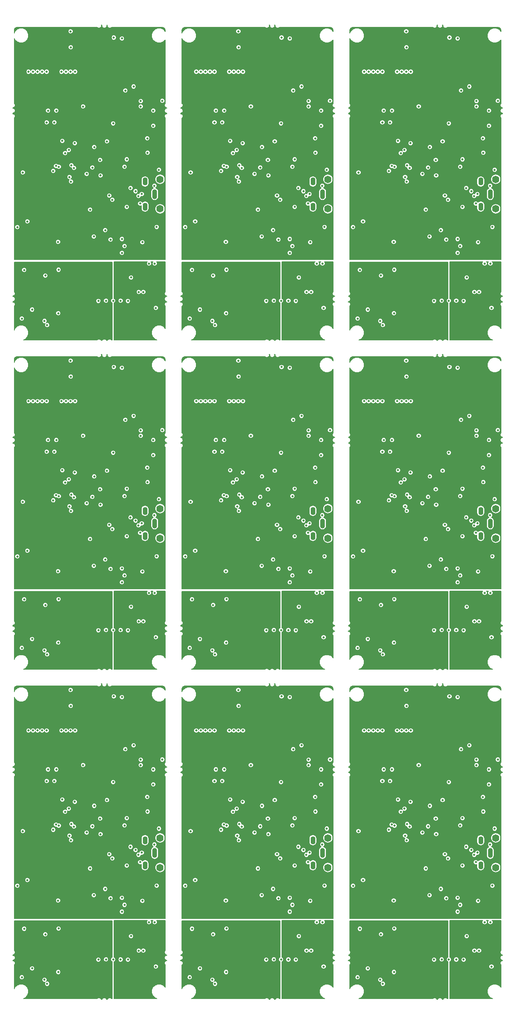
<source format=gbr>
G04 #@! TF.GenerationSoftware,KiCad,Pcbnew,(5.0.0)*
G04 #@! TF.CreationDate,2019-01-02T15:44:26-06:00*
G04 #@! TF.ProjectId,fk-sonar-v0.07-03x03,666B2D736F6E61722D76302E30372D30,0.1*
G04 #@! TF.SameCoordinates,Original*
G04 #@! TF.FileFunction,Copper,L3,Inr,Signal*
G04 #@! TF.FilePolarity,Positive*
%FSLAX46Y46*%
G04 Gerber Fmt 4.6, Leading zero omitted, Abs format (unit mm)*
G04 Created by KiCad (PCBNEW (5.0.0)) date 01/02/19 15:44:26*
%MOMM*%
%LPD*%
G01*
G04 APERTURE LIST*
G04 #@! TA.AperFunction,ViaPad*
%ADD10O,1.100000X2.200000*%
G04 #@! TD*
G04 #@! TA.AperFunction,ViaPad*
%ADD11O,1.100000X1.800000*%
G04 #@! TD*
G04 #@! TA.AperFunction,ViaPad*
%ADD12O,1.600000X1.651000*%
G04 #@! TD*
G04 #@! TA.AperFunction,ViaPad*
%ADD13C,0.500000*%
G04 #@! TD*
G04 #@! TA.AperFunction,Conductor*
%ADD14C,0.203200*%
G04 #@! TD*
G04 APERTURE END LIST*
D10*
G04 #@! TO.N,Net-(J4-Pad8)*
G04 #@! TO.C,J4*
X179854000Y-201612000D03*
D11*
G04 #@! TO.N,Net-(J4-Pad7)*
X177704000Y-198812000D03*
G04 #@! TO.N,Net-(C13-Pad1)*
X177704000Y-204412000D03*
G04 #@! TD*
D10*
G04 #@! TO.N,Net-(J4-Pad8)*
G04 #@! TO.C,J4*
X142354000Y-201612000D03*
D11*
G04 #@! TO.N,Net-(J4-Pad7)*
X140204000Y-198812000D03*
G04 #@! TO.N,Net-(C13-Pad1)*
X140204000Y-204412000D03*
G04 #@! TD*
D10*
G04 #@! TO.N,Net-(J4-Pad8)*
G04 #@! TO.C,J4*
X104854000Y-201612000D03*
D11*
G04 #@! TO.N,Net-(J4-Pad7)*
X102704000Y-198812000D03*
G04 #@! TO.N,Net-(C13-Pad1)*
X102704000Y-204412000D03*
G04 #@! TD*
D10*
G04 #@! TO.N,Net-(J4-Pad8)*
G04 #@! TO.C,J4*
X179854000Y-128112000D03*
D11*
G04 #@! TO.N,Net-(J4-Pad7)*
X177704000Y-125312000D03*
G04 #@! TO.N,Net-(C13-Pad1)*
X177704000Y-130912000D03*
G04 #@! TD*
D10*
G04 #@! TO.N,Net-(J4-Pad8)*
G04 #@! TO.C,J4*
X142354000Y-128112000D03*
D11*
G04 #@! TO.N,Net-(J4-Pad7)*
X140204000Y-125312000D03*
G04 #@! TO.N,Net-(C13-Pad1)*
X140204000Y-130912000D03*
G04 #@! TD*
D10*
G04 #@! TO.N,Net-(J4-Pad8)*
G04 #@! TO.C,J4*
X104854000Y-128112000D03*
D11*
G04 #@! TO.N,Net-(J4-Pad7)*
X102704000Y-125312000D03*
G04 #@! TO.N,Net-(C13-Pad1)*
X102704000Y-130912000D03*
G04 #@! TD*
D10*
G04 #@! TO.N,Net-(J4-Pad8)*
G04 #@! TO.C,J4*
X179854000Y-54612000D03*
D11*
G04 #@! TO.N,Net-(J4-Pad7)*
X177704000Y-51812000D03*
G04 #@! TO.N,Net-(C13-Pad1)*
X177704000Y-57412000D03*
G04 #@! TD*
D10*
G04 #@! TO.N,Net-(J4-Pad8)*
G04 #@! TO.C,J4*
X142354000Y-54612000D03*
D11*
G04 #@! TO.N,Net-(J4-Pad7)*
X140204000Y-51812000D03*
G04 #@! TO.N,Net-(C13-Pad1)*
X140204000Y-57412000D03*
G04 #@! TD*
D12*
G04 #@! TO.N,*
G04 #@! TO.C,J3*
X181064500Y-198312000D03*
X181064500Y-204912000D03*
G04 #@! TD*
G04 #@! TO.N,*
G04 #@! TO.C,J3*
X143564500Y-198312000D03*
X143564500Y-204912000D03*
G04 #@! TD*
G04 #@! TO.N,*
G04 #@! TO.C,J3*
X106064500Y-198312000D03*
X106064500Y-204912000D03*
G04 #@! TD*
G04 #@! TO.N,*
G04 #@! TO.C,J3*
X181064500Y-124812000D03*
X181064500Y-131412000D03*
G04 #@! TD*
G04 #@! TO.N,*
G04 #@! TO.C,J3*
X143564500Y-124812000D03*
X143564500Y-131412000D03*
G04 #@! TD*
G04 #@! TO.N,*
G04 #@! TO.C,J3*
X106064500Y-124812000D03*
X106064500Y-131412000D03*
G04 #@! TD*
G04 #@! TO.N,*
G04 #@! TO.C,J3*
X181064500Y-51312000D03*
X181064500Y-57912000D03*
G04 #@! TD*
G04 #@! TO.N,*
G04 #@! TO.C,J3*
X143564500Y-51312000D03*
X143564500Y-57912000D03*
G04 #@! TD*
G04 #@! TO.N,*
G04 #@! TO.C,J3*
X106064500Y-57912000D03*
X106064500Y-51312000D03*
G04 #@! TD*
D11*
G04 #@! TO.N,Net-(C13-Pad1)*
G04 #@! TO.C,J4*
X102704000Y-57412000D03*
G04 #@! TO.N,Net-(J4-Pad7)*
X102704000Y-51812000D03*
D10*
G04 #@! TO.N,Net-(J4-Pad8)*
X104854000Y-54612000D03*
G04 #@! TD*
D13*
G04 #@! TO.N,GND*
X87074000Y-27307000D03*
X86058000Y-27307000D03*
X85042000Y-27307000D03*
X84026000Y-27307000D03*
X80724000Y-27307000D03*
X79708000Y-27307000D03*
X78692000Y-27307000D03*
X77676000Y-27307000D03*
X76660000Y-27307000D03*
X95710000Y-19687000D03*
X88852000Y-35054000D03*
X86058000Y-18290000D03*
X76406000Y-60708000D03*
X75390000Y-49786000D03*
X92662000Y-46992000D03*
X105108000Y-80012000D03*
X97551500Y-64645000D03*
X97551500Y-67756500D03*
X98123000Y-66232500D03*
X95583000Y-78410000D03*
X93995500Y-78410000D03*
X97234000Y-78424500D03*
X99583500Y-73217500D03*
X103266500Y-45404500D03*
X105806500Y-49214500D03*
X98123000Y-48516000D03*
X80724000Y-38610900D03*
X82438500Y-38610900D03*
X82184500Y-49468500D03*
X86248500Y-48198500D03*
X83327500Y-81218500D03*
X77485500Y-80393000D03*
X75707500Y-71566500D03*
X83391000Y-71503000D03*
X90439500Y-58104500D03*
X87010500Y-43245500D03*
X91341776Y-44131285D03*
X95583000Y-38826800D03*
X92281000Y-78449000D03*
X98885000Y-78449000D03*
X99456500Y-53278500D03*
X101615500Y-56707500D03*
X95392500Y-55882000D03*
X94694000Y-54929500D03*
X98631000Y-57469500D03*
X101742500Y-35054000D03*
X101742500Y-33847500D03*
X100155000Y-30609000D03*
X102123500Y-65343500D03*
X105298500Y-61939000D03*
X91265000Y-64073500D03*
X104536500Y-36006500D03*
X104536500Y-39372000D03*
X112890000Y-49786000D03*
X150390000Y-49786000D03*
X75390000Y-123286000D03*
X112890000Y-123286000D03*
X150390000Y-123286000D03*
X75390000Y-196786000D03*
X112890000Y-196786000D03*
X150390000Y-196786000D03*
X123558000Y-18290000D03*
X161058000Y-18290000D03*
X86058000Y-91790000D03*
X123558000Y-91790000D03*
X161058000Y-91790000D03*
X86058000Y-165290000D03*
X123558000Y-165290000D03*
X161058000Y-165290000D03*
X113906000Y-60708000D03*
X151406000Y-60708000D03*
X76406000Y-134208000D03*
X113906000Y-134208000D03*
X151406000Y-134208000D03*
X76406000Y-207708000D03*
X113906000Y-207708000D03*
X151406000Y-207708000D03*
X122542000Y-27307000D03*
X160042000Y-27307000D03*
X85042000Y-100807000D03*
X122542000Y-100807000D03*
X160042000Y-100807000D03*
X85042000Y-174307000D03*
X122542000Y-174307000D03*
X160042000Y-174307000D03*
X121526000Y-27307000D03*
X159026000Y-27307000D03*
X84026000Y-100807000D03*
X121526000Y-100807000D03*
X159026000Y-100807000D03*
X84026000Y-174307000D03*
X121526000Y-174307000D03*
X159026000Y-174307000D03*
X118224000Y-27307000D03*
X155724000Y-27307000D03*
X80724000Y-100807000D03*
X118224000Y-100807000D03*
X155724000Y-100807000D03*
X80724000Y-174307000D03*
X118224000Y-174307000D03*
X155724000Y-174307000D03*
X116192000Y-27307000D03*
X153692000Y-27307000D03*
X78692000Y-100807000D03*
X116192000Y-100807000D03*
X153692000Y-100807000D03*
X78692000Y-174307000D03*
X116192000Y-174307000D03*
X153692000Y-174307000D03*
X115176000Y-27307000D03*
X152676000Y-27307000D03*
X77676000Y-100807000D03*
X115176000Y-100807000D03*
X152676000Y-100807000D03*
X77676000Y-174307000D03*
X115176000Y-174307000D03*
X152676000Y-174307000D03*
X114160000Y-27307000D03*
X151660000Y-27307000D03*
X76660000Y-100807000D03*
X114160000Y-100807000D03*
X151660000Y-100807000D03*
X76660000Y-174307000D03*
X114160000Y-174307000D03*
X151660000Y-174307000D03*
X124574000Y-27307000D03*
X162074000Y-27307000D03*
X87074000Y-100807000D03*
X124574000Y-100807000D03*
X162074000Y-100807000D03*
X87074000Y-174307000D03*
X124574000Y-174307000D03*
X162074000Y-174307000D03*
X117208000Y-27307000D03*
X154708000Y-27307000D03*
X79708000Y-100807000D03*
X117208000Y-100807000D03*
X154708000Y-100807000D03*
X79708000Y-174307000D03*
X117208000Y-174307000D03*
X154708000Y-174307000D03*
X123558000Y-27307000D03*
X161058000Y-27307000D03*
X86058000Y-100807000D03*
X123558000Y-100807000D03*
X161058000Y-100807000D03*
X86058000Y-174307000D03*
X123558000Y-174307000D03*
X161058000Y-174307000D03*
X133210000Y-19687000D03*
X170710000Y-19687000D03*
X95710000Y-93187000D03*
X133210000Y-93187000D03*
X170710000Y-93187000D03*
X95710000Y-166687000D03*
X133210000Y-166687000D03*
X170710000Y-166687000D03*
X126352000Y-35054000D03*
X163852000Y-35054000D03*
X88852000Y-108554000D03*
X126352000Y-108554000D03*
X163852000Y-108554000D03*
X88852000Y-182054000D03*
X126352000Y-182054000D03*
X163852000Y-182054000D03*
X135623000Y-66232500D03*
X173123000Y-66232500D03*
X98123000Y-139732500D03*
X135623000Y-139732500D03*
X173123000Y-139732500D03*
X98123000Y-213232500D03*
X135623000Y-213232500D03*
X173123000Y-213232500D03*
X124510500Y-43245500D03*
X162010500Y-43245500D03*
X87010500Y-116745500D03*
X124510500Y-116745500D03*
X162010500Y-116745500D03*
X87010500Y-190245500D03*
X124510500Y-190245500D03*
X162010500Y-190245500D03*
X136131000Y-57469500D03*
X173631000Y-57469500D03*
X98631000Y-130969500D03*
X136131000Y-130969500D03*
X173631000Y-130969500D03*
X98631000Y-204469500D03*
X136131000Y-204469500D03*
X173631000Y-204469500D03*
X127939500Y-58104500D03*
X165439500Y-58104500D03*
X90439500Y-131604500D03*
X127939500Y-131604500D03*
X165439500Y-131604500D03*
X90439500Y-205104500D03*
X127939500Y-205104500D03*
X165439500Y-205104500D03*
X139242500Y-35054000D03*
X176742500Y-35054000D03*
X101742500Y-108554000D03*
X139242500Y-108554000D03*
X176742500Y-108554000D03*
X101742500Y-182054000D03*
X139242500Y-182054000D03*
X176742500Y-182054000D03*
X142036500Y-39372000D03*
X179536500Y-39372000D03*
X104536500Y-112872000D03*
X142036500Y-112872000D03*
X179536500Y-112872000D03*
X104536500Y-186372000D03*
X142036500Y-186372000D03*
X179536500Y-186372000D03*
X123748500Y-48198500D03*
X161248500Y-48198500D03*
X86248500Y-121698500D03*
X123748500Y-121698500D03*
X161248500Y-121698500D03*
X86248500Y-195198500D03*
X123748500Y-195198500D03*
X161248500Y-195198500D03*
X132194000Y-54929500D03*
X169694000Y-54929500D03*
X94694000Y-128429500D03*
X132194000Y-128429500D03*
X169694000Y-128429500D03*
X94694000Y-201929500D03*
X132194000Y-201929500D03*
X169694000Y-201929500D03*
X135051500Y-67756500D03*
X172551500Y-67756500D03*
X97551500Y-141256500D03*
X135051500Y-141256500D03*
X172551500Y-141256500D03*
X97551500Y-214756500D03*
X135051500Y-214756500D03*
X172551500Y-214756500D03*
X131495500Y-78410000D03*
X168995500Y-78410000D03*
X93995500Y-151910000D03*
X131495500Y-151910000D03*
X168995500Y-151910000D03*
X93995500Y-225410000D03*
X131495500Y-225410000D03*
X168995500Y-225410000D03*
X113207500Y-71566500D03*
X150707500Y-71566500D03*
X75707500Y-145066500D03*
X113207500Y-145066500D03*
X150707500Y-145066500D03*
X75707500Y-218566500D03*
X113207500Y-218566500D03*
X150707500Y-218566500D03*
X119684500Y-49468500D03*
X157184500Y-49468500D03*
X82184500Y-122968500D03*
X119684500Y-122968500D03*
X157184500Y-122968500D03*
X82184500Y-196468500D03*
X119684500Y-196468500D03*
X157184500Y-196468500D03*
X143306500Y-49214500D03*
X180806500Y-49214500D03*
X105806500Y-122714500D03*
X143306500Y-122714500D03*
X180806500Y-122714500D03*
X105806500Y-196214500D03*
X143306500Y-196214500D03*
X180806500Y-196214500D03*
X133083000Y-78410000D03*
X170583000Y-78410000D03*
X95583000Y-151910000D03*
X133083000Y-151910000D03*
X170583000Y-151910000D03*
X95583000Y-225410000D03*
X133083000Y-225410000D03*
X170583000Y-225410000D03*
X142608000Y-80012000D03*
X180108000Y-80012000D03*
X105108000Y-153512000D03*
X142608000Y-153512000D03*
X180108000Y-153512000D03*
X105108000Y-227012000D03*
X142608000Y-227012000D03*
X180108000Y-227012000D03*
X140766500Y-45404500D03*
X178266500Y-45404500D03*
X103266500Y-118904500D03*
X140766500Y-118904500D03*
X178266500Y-118904500D03*
X103266500Y-192404500D03*
X140766500Y-192404500D03*
X178266500Y-192404500D03*
X135623000Y-48516000D03*
X173123000Y-48516000D03*
X98123000Y-122016000D03*
X135623000Y-122016000D03*
X173123000Y-122016000D03*
X98123000Y-195516000D03*
X135623000Y-195516000D03*
X173123000Y-195516000D03*
X133083000Y-38826800D03*
X170583000Y-38826800D03*
X95583000Y-112326800D03*
X133083000Y-112326800D03*
X170583000Y-112326800D03*
X95583000Y-185826800D03*
X133083000Y-185826800D03*
X170583000Y-185826800D03*
X114985500Y-80393000D03*
X152485500Y-80393000D03*
X77485500Y-153893000D03*
X114985500Y-153893000D03*
X152485500Y-153893000D03*
X77485500Y-227393000D03*
X114985500Y-227393000D03*
X152485500Y-227393000D03*
X136385000Y-78449000D03*
X173885000Y-78449000D03*
X98885000Y-151949000D03*
X136385000Y-151949000D03*
X173885000Y-151949000D03*
X98885000Y-225449000D03*
X136385000Y-225449000D03*
X173885000Y-225449000D03*
X137655000Y-30609000D03*
X175155000Y-30609000D03*
X100155000Y-104109000D03*
X137655000Y-104109000D03*
X175155000Y-104109000D03*
X100155000Y-177609000D03*
X137655000Y-177609000D03*
X175155000Y-177609000D03*
X118224000Y-38610900D03*
X155724000Y-38610900D03*
X80724000Y-112110900D03*
X118224000Y-112110900D03*
X155724000Y-112110900D03*
X80724000Y-185610900D03*
X118224000Y-185610900D03*
X155724000Y-185610900D03*
X139115500Y-56707500D03*
X176615500Y-56707500D03*
X101615500Y-130207500D03*
X139115500Y-130207500D03*
X176615500Y-130207500D03*
X101615500Y-203707500D03*
X139115500Y-203707500D03*
X176615500Y-203707500D03*
X128841776Y-44131285D03*
X166341776Y-44131285D03*
X91341776Y-117631285D03*
X128841776Y-117631285D03*
X166341776Y-117631285D03*
X91341776Y-191131285D03*
X128841776Y-191131285D03*
X166341776Y-191131285D03*
X128765000Y-64073500D03*
X166265000Y-64073500D03*
X91265000Y-137573500D03*
X128765000Y-137573500D03*
X166265000Y-137573500D03*
X91265000Y-211073500D03*
X128765000Y-211073500D03*
X166265000Y-211073500D03*
X142036500Y-36006500D03*
X179536500Y-36006500D03*
X104536500Y-109506500D03*
X142036500Y-109506500D03*
X179536500Y-109506500D03*
X104536500Y-183006500D03*
X142036500Y-183006500D03*
X179536500Y-183006500D03*
X130162000Y-46992000D03*
X167662000Y-46992000D03*
X92662000Y-120492000D03*
X130162000Y-120492000D03*
X167662000Y-120492000D03*
X92662000Y-193992000D03*
X130162000Y-193992000D03*
X167662000Y-193992000D03*
X134734000Y-78424500D03*
X172234000Y-78424500D03*
X97234000Y-151924500D03*
X134734000Y-151924500D03*
X172234000Y-151924500D03*
X97234000Y-225424500D03*
X134734000Y-225424500D03*
X172234000Y-225424500D03*
X120827500Y-81218500D03*
X158327500Y-81218500D03*
X83327500Y-154718500D03*
X120827500Y-154718500D03*
X158327500Y-154718500D03*
X83327500Y-228218500D03*
X120827500Y-228218500D03*
X158327500Y-228218500D03*
X139242500Y-33847500D03*
X176742500Y-33847500D03*
X101742500Y-107347500D03*
X139242500Y-107347500D03*
X176742500Y-107347500D03*
X101742500Y-180847500D03*
X139242500Y-180847500D03*
X176742500Y-180847500D03*
X142798500Y-61939000D03*
X180298500Y-61939000D03*
X105298500Y-135439000D03*
X142798500Y-135439000D03*
X180298500Y-135439000D03*
X105298500Y-208939000D03*
X142798500Y-208939000D03*
X180298500Y-208939000D03*
X119938500Y-38610900D03*
X157438500Y-38610900D03*
X82438500Y-112110900D03*
X119938500Y-112110900D03*
X157438500Y-112110900D03*
X82438500Y-185610900D03*
X119938500Y-185610900D03*
X157438500Y-185610900D03*
X129781000Y-78449000D03*
X167281000Y-78449000D03*
X92281000Y-151949000D03*
X129781000Y-151949000D03*
X167281000Y-151949000D03*
X92281000Y-225449000D03*
X129781000Y-225449000D03*
X167281000Y-225449000D03*
X120891000Y-71503000D03*
X158391000Y-71503000D03*
X83391000Y-145003000D03*
X120891000Y-145003000D03*
X158391000Y-145003000D03*
X83391000Y-218503000D03*
X120891000Y-218503000D03*
X158391000Y-218503000D03*
X139623500Y-65343500D03*
X177123500Y-65343500D03*
X102123500Y-138843500D03*
X139623500Y-138843500D03*
X177123500Y-138843500D03*
X102123500Y-212343500D03*
X139623500Y-212343500D03*
X177123500Y-212343500D03*
X136956500Y-53278500D03*
X174456500Y-53278500D03*
X99456500Y-126778500D03*
X136956500Y-126778500D03*
X174456500Y-126778500D03*
X99456500Y-200278500D03*
X136956500Y-200278500D03*
X174456500Y-200278500D03*
X132892500Y-55882000D03*
X170392500Y-55882000D03*
X95392500Y-129382000D03*
X132892500Y-129382000D03*
X170392500Y-129382000D03*
X95392500Y-202882000D03*
X132892500Y-202882000D03*
X170392500Y-202882000D03*
X135051500Y-64645000D03*
X172551500Y-64645000D03*
X97551500Y-138145000D03*
X135051500Y-138145000D03*
X172551500Y-138145000D03*
X97551500Y-211645000D03*
X135051500Y-211645000D03*
X172551500Y-211645000D03*
X137083500Y-73217500D03*
X174583500Y-73217500D03*
X99583500Y-146717500D03*
X137083500Y-146717500D03*
X174583500Y-146717500D03*
X99583500Y-220217500D03*
X137083500Y-220217500D03*
X174583500Y-220217500D03*
G04 #@! TO.N,3V3*
X76660000Y-26037000D03*
X77676000Y-26037000D03*
X78692000Y-26037000D03*
X79708000Y-26037000D03*
X80724000Y-26037000D03*
X84026000Y-26037000D03*
X85042000Y-26037000D03*
X86058000Y-26037000D03*
X87074000Y-26037000D03*
X94567000Y-19814000D03*
X89868000Y-22608000D03*
X76406000Y-63248000D03*
X96268800Y-64475600D03*
X96218000Y-67883500D03*
X100218500Y-67248500D03*
X91138000Y-67121500D03*
X103266500Y-43880500D03*
X105933500Y-47627000D03*
X91709500Y-54612000D03*
X91646000Y-57152000D03*
X90503000Y-56365500D03*
X89931500Y-67947000D03*
X106441500Y-68010500D03*
X78501500Y-35054000D03*
X84597500Y-34228500D03*
X78120500Y-37848000D03*
X84613200Y-49654300D03*
X92979500Y-40959500D03*
X96853000Y-46738000D03*
X101742500Y-36324000D03*
X95583000Y-47754000D03*
X98377000Y-65343500D03*
X99266000Y-66169000D03*
X118224000Y-26037000D03*
X155724000Y-26037000D03*
X80724000Y-99537000D03*
X118224000Y-99537000D03*
X155724000Y-99537000D03*
X80724000Y-173037000D03*
X118224000Y-173037000D03*
X155724000Y-173037000D03*
X123558000Y-26037000D03*
X161058000Y-26037000D03*
X86058000Y-99537000D03*
X123558000Y-99537000D03*
X161058000Y-99537000D03*
X86058000Y-173037000D03*
X123558000Y-173037000D03*
X161058000Y-173037000D03*
X124574000Y-26037000D03*
X162074000Y-26037000D03*
X87074000Y-99537000D03*
X124574000Y-99537000D03*
X162074000Y-99537000D03*
X87074000Y-173037000D03*
X124574000Y-173037000D03*
X162074000Y-173037000D03*
X133768800Y-64475600D03*
X171268800Y-64475600D03*
X96268800Y-137975600D03*
X133768800Y-137975600D03*
X171268800Y-137975600D03*
X96268800Y-211475600D03*
X133768800Y-211475600D03*
X171268800Y-211475600D03*
X137718500Y-67248500D03*
X175218500Y-67248500D03*
X100218500Y-140748500D03*
X137718500Y-140748500D03*
X175218500Y-140748500D03*
X100218500Y-214248500D03*
X137718500Y-214248500D03*
X175218500Y-214248500D03*
X128638000Y-67121500D03*
X166138000Y-67121500D03*
X91138000Y-140621500D03*
X128638000Y-140621500D03*
X166138000Y-140621500D03*
X91138000Y-214121500D03*
X128638000Y-214121500D03*
X166138000Y-214121500D03*
X117208000Y-26037000D03*
X154708000Y-26037000D03*
X79708000Y-99537000D03*
X117208000Y-99537000D03*
X154708000Y-99537000D03*
X79708000Y-173037000D03*
X117208000Y-173037000D03*
X154708000Y-173037000D03*
X116192000Y-26037000D03*
X153692000Y-26037000D03*
X78692000Y-99537000D03*
X116192000Y-99537000D03*
X153692000Y-99537000D03*
X78692000Y-173037000D03*
X116192000Y-173037000D03*
X153692000Y-173037000D03*
X127368000Y-22608000D03*
X164868000Y-22608000D03*
X89868000Y-96108000D03*
X127368000Y-96108000D03*
X164868000Y-96108000D03*
X89868000Y-169608000D03*
X127368000Y-169608000D03*
X164868000Y-169608000D03*
X140766500Y-43880500D03*
X178266500Y-43880500D03*
X103266500Y-117380500D03*
X140766500Y-117380500D03*
X178266500Y-117380500D03*
X103266500Y-190880500D03*
X140766500Y-190880500D03*
X178266500Y-190880500D03*
X122542000Y-26037000D03*
X160042000Y-26037000D03*
X85042000Y-99537000D03*
X122542000Y-99537000D03*
X160042000Y-99537000D03*
X85042000Y-173037000D03*
X122542000Y-173037000D03*
X160042000Y-173037000D03*
X132067000Y-19814000D03*
X169567000Y-19814000D03*
X94567000Y-93314000D03*
X132067000Y-93314000D03*
X169567000Y-93314000D03*
X94567000Y-166814000D03*
X132067000Y-166814000D03*
X169567000Y-166814000D03*
X143433500Y-47627000D03*
X180933500Y-47627000D03*
X105933500Y-121127000D03*
X143433500Y-121127000D03*
X180933500Y-121127000D03*
X105933500Y-194627000D03*
X143433500Y-194627000D03*
X180933500Y-194627000D03*
X129209500Y-54612000D03*
X166709500Y-54612000D03*
X91709500Y-128112000D03*
X129209500Y-128112000D03*
X166709500Y-128112000D03*
X91709500Y-201612000D03*
X129209500Y-201612000D03*
X166709500Y-201612000D03*
X114160000Y-26037000D03*
X151660000Y-26037000D03*
X76660000Y-99537000D03*
X114160000Y-99537000D03*
X151660000Y-99537000D03*
X76660000Y-173037000D03*
X114160000Y-173037000D03*
X151660000Y-173037000D03*
X129146000Y-57152000D03*
X166646000Y-57152000D03*
X91646000Y-130652000D03*
X129146000Y-130652000D03*
X166646000Y-130652000D03*
X91646000Y-204152000D03*
X129146000Y-204152000D03*
X166646000Y-204152000D03*
X127431500Y-67947000D03*
X164931500Y-67947000D03*
X89931500Y-141447000D03*
X127431500Y-141447000D03*
X164931500Y-141447000D03*
X89931500Y-214947000D03*
X127431500Y-214947000D03*
X164931500Y-214947000D03*
X143941500Y-68010500D03*
X181441500Y-68010500D03*
X106441500Y-141510500D03*
X143941500Y-141510500D03*
X181441500Y-141510500D03*
X106441500Y-215010500D03*
X143941500Y-215010500D03*
X181441500Y-215010500D03*
X116001500Y-35054000D03*
X153501500Y-35054000D03*
X78501500Y-108554000D03*
X116001500Y-108554000D03*
X153501500Y-108554000D03*
X78501500Y-182054000D03*
X116001500Y-182054000D03*
X153501500Y-182054000D03*
X121526000Y-26037000D03*
X159026000Y-26037000D03*
X84026000Y-99537000D03*
X121526000Y-99537000D03*
X159026000Y-99537000D03*
X84026000Y-173037000D03*
X121526000Y-173037000D03*
X159026000Y-173037000D03*
X115176000Y-26037000D03*
X152676000Y-26037000D03*
X77676000Y-99537000D03*
X115176000Y-99537000D03*
X152676000Y-99537000D03*
X77676000Y-173037000D03*
X115176000Y-173037000D03*
X152676000Y-173037000D03*
X113906000Y-63248000D03*
X151406000Y-63248000D03*
X76406000Y-136748000D03*
X113906000Y-136748000D03*
X151406000Y-136748000D03*
X76406000Y-210248000D03*
X113906000Y-210248000D03*
X151406000Y-210248000D03*
X133718000Y-67883500D03*
X171218000Y-67883500D03*
X96218000Y-141383500D03*
X133718000Y-141383500D03*
X171218000Y-141383500D03*
X96218000Y-214883500D03*
X133718000Y-214883500D03*
X171218000Y-214883500D03*
X128003000Y-56365500D03*
X165503000Y-56365500D03*
X90503000Y-129865500D03*
X128003000Y-129865500D03*
X165503000Y-129865500D03*
X90503000Y-203365500D03*
X128003000Y-203365500D03*
X165503000Y-203365500D03*
X122097500Y-34228500D03*
X159597500Y-34228500D03*
X84597500Y-107728500D03*
X122097500Y-107728500D03*
X159597500Y-107728500D03*
X84597500Y-181228500D03*
X122097500Y-181228500D03*
X159597500Y-181228500D03*
X130479500Y-40959500D03*
X167979500Y-40959500D03*
X92979500Y-114459500D03*
X130479500Y-114459500D03*
X167979500Y-114459500D03*
X92979500Y-187959500D03*
X130479500Y-187959500D03*
X167979500Y-187959500D03*
X139242500Y-36324000D03*
X176742500Y-36324000D03*
X101742500Y-109824000D03*
X139242500Y-109824000D03*
X176742500Y-109824000D03*
X101742500Y-183324000D03*
X139242500Y-183324000D03*
X176742500Y-183324000D03*
X136766000Y-66169000D03*
X174266000Y-66169000D03*
X99266000Y-139669000D03*
X136766000Y-139669000D03*
X174266000Y-139669000D03*
X99266000Y-213169000D03*
X136766000Y-213169000D03*
X174266000Y-213169000D03*
X134353000Y-46738000D03*
X171853000Y-46738000D03*
X96853000Y-120238000D03*
X134353000Y-120238000D03*
X171853000Y-120238000D03*
X96853000Y-193738000D03*
X134353000Y-193738000D03*
X171853000Y-193738000D03*
X122113200Y-49654300D03*
X159613200Y-49654300D03*
X84613200Y-123154300D03*
X122113200Y-123154300D03*
X159613200Y-123154300D03*
X84613200Y-196654300D03*
X122113200Y-196654300D03*
X159613200Y-196654300D03*
X135877000Y-65343500D03*
X173377000Y-65343500D03*
X98377000Y-138843500D03*
X135877000Y-138843500D03*
X173377000Y-138843500D03*
X98377000Y-212343500D03*
X135877000Y-212343500D03*
X173377000Y-212343500D03*
X115620500Y-37848000D03*
X153120500Y-37848000D03*
X78120500Y-111348000D03*
X115620500Y-111348000D03*
X153120500Y-111348000D03*
X78120500Y-184848000D03*
X115620500Y-184848000D03*
X153120500Y-184848000D03*
X133083000Y-47754000D03*
X170583000Y-47754000D03*
X95583000Y-121254000D03*
X133083000Y-121254000D03*
X170583000Y-121254000D03*
X95583000Y-194754000D03*
X133083000Y-194754000D03*
X170583000Y-194754000D03*
G04 #@! TO.N,/RST*
X98313500Y-31510700D03*
X106543100Y-33809400D03*
X135813500Y-31510700D03*
X173313500Y-31510700D03*
X98313500Y-105010700D03*
X135813500Y-105010700D03*
X173313500Y-105010700D03*
X98313500Y-178510700D03*
X135813500Y-178510700D03*
X173313500Y-178510700D03*
X144043100Y-33809400D03*
X181543100Y-33809400D03*
X106543100Y-107309400D03*
X144043100Y-107309400D03*
X181543100Y-107309400D03*
X106543100Y-180809400D03*
X144043100Y-180809400D03*
X181543100Y-180809400D03*
G04 #@! TO.N,/RESET*
X94186000Y-42860510D03*
X103203000Y-42166000D03*
X131686000Y-42860510D03*
X169186000Y-42860510D03*
X94186000Y-116360510D03*
X131686000Y-116360510D03*
X169186000Y-116360510D03*
X94186000Y-189860510D03*
X131686000Y-189860510D03*
X169186000Y-189860510D03*
X140703000Y-42166000D03*
X178203000Y-42166000D03*
X103203000Y-115666000D03*
X140703000Y-115666000D03*
X178203000Y-115666000D03*
X103203000Y-189166000D03*
X140703000Y-189166000D03*
X178203000Y-189166000D03*
G04 #@! TO.N,/A1*
X84216500Y-42737500D03*
X74183500Y-61978000D03*
X111683500Y-61978000D03*
X149183500Y-61978000D03*
X74183500Y-135478000D03*
X111683500Y-135478000D03*
X149183500Y-135478000D03*
X74183500Y-208978000D03*
X111683500Y-208978000D03*
X149183500Y-208978000D03*
X121716500Y-42737500D03*
X159216500Y-42737500D03*
X84216500Y-116237500D03*
X121716500Y-116237500D03*
X159216500Y-116237500D03*
X84216500Y-189737500D03*
X121716500Y-189737500D03*
X159216500Y-189737500D03*
G04 #@! TO.N,/A3*
X85677000Y-44769500D03*
X86121500Y-21846000D03*
X123621500Y-21846000D03*
X161121500Y-21846000D03*
X86121500Y-95346000D03*
X123621500Y-95346000D03*
X161121500Y-95346000D03*
X86121500Y-168846000D03*
X123621500Y-168846000D03*
X161121500Y-168846000D03*
X123177000Y-44769500D03*
X160677000Y-44769500D03*
X85677000Y-118269500D03*
X123177000Y-118269500D03*
X160677000Y-118269500D03*
X85677000Y-191769500D03*
X123177000Y-191769500D03*
X160677000Y-191769500D03*
G04 #@! TO.N,/MOSI*
X104854000Y-70106000D03*
X86819986Y-48770000D03*
X124319986Y-48770000D03*
X161819986Y-48770000D03*
X86819986Y-122270000D03*
X124319986Y-122270000D03*
X161819986Y-122270000D03*
X86819986Y-195770000D03*
X124319986Y-195770000D03*
X161819986Y-195770000D03*
X142354000Y-70106000D03*
X179854000Y-70106000D03*
X104854000Y-143606000D03*
X142354000Y-143606000D03*
X179854000Y-143606000D03*
X104854000Y-217106000D03*
X142354000Y-217106000D03*
X179854000Y-217106000D03*
G04 #@! TO.N,/SCK*
X103584000Y-70106000D03*
X86155621Y-51818000D03*
X123655621Y-51818000D03*
X161155621Y-51818000D03*
X86155621Y-125318000D03*
X123655621Y-125318000D03*
X161155621Y-125318000D03*
X86155621Y-198818000D03*
X123655621Y-198818000D03*
X161155621Y-198818000D03*
X141084000Y-70106000D03*
X178584000Y-70106000D03*
X103584000Y-143606000D03*
X141084000Y-143606000D03*
X178584000Y-143606000D03*
X103584000Y-217106000D03*
X141084000Y-217106000D03*
X178584000Y-217106000D03*
G04 #@! TO.N,/MISO*
X102314000Y-76456000D03*
X85804000Y-50802000D03*
X123304000Y-50802000D03*
X160804000Y-50802000D03*
X85804000Y-124302000D03*
X123304000Y-124302000D03*
X160804000Y-124302000D03*
X85804000Y-197802000D03*
X123304000Y-197802000D03*
X160804000Y-197802000D03*
X139814000Y-76456000D03*
X177314000Y-76456000D03*
X102314000Y-149956000D03*
X139814000Y-149956000D03*
X177314000Y-149956000D03*
X102314000Y-223456000D03*
X139814000Y-223456000D03*
X177314000Y-223456000D03*
G04 #@! TO.N,/USB-*
X101234500Y-55056500D03*
X138734500Y-55056500D03*
X176234500Y-55056500D03*
X101234500Y-128556500D03*
X138734500Y-128556500D03*
X176234500Y-128556500D03*
X101234500Y-202056500D03*
X138734500Y-202056500D03*
X176234500Y-202056500D03*
G04 #@! TO.N,/USB+*
X101964921Y-54587559D03*
X139464921Y-54587559D03*
X176964921Y-54587559D03*
X101964921Y-128087559D03*
X139464921Y-128087559D03*
X176964921Y-128087559D03*
X101964921Y-201587559D03*
X139464921Y-201587559D03*
X176964921Y-201587559D03*
G04 #@! TO.N,VUSB*
X104790500Y-52770500D03*
X142290500Y-52770500D03*
X179790500Y-52770500D03*
X104790500Y-126270500D03*
X142290500Y-126270500D03*
X179790500Y-126270500D03*
X104790500Y-199770500D03*
X142290500Y-199770500D03*
X179790500Y-199770500D03*
G04 #@! TO.N,/D13*
X97551500Y-19877500D03*
X89677500Y-50103500D03*
X135051500Y-19877500D03*
X172551500Y-19877500D03*
X97551500Y-93377500D03*
X135051500Y-93377500D03*
X172551500Y-93377500D03*
X97551500Y-166877500D03*
X135051500Y-166877500D03*
X172551500Y-166877500D03*
X127177500Y-50103500D03*
X164677500Y-50103500D03*
X89677500Y-123603500D03*
X127177500Y-123603500D03*
X164677500Y-123603500D03*
X89677500Y-197103500D03*
X127177500Y-197103500D03*
X164677500Y-197103500D03*
G04 #@! TO.N,/SCL1*
X80419200Y-72813800D03*
X80241402Y-82933000D03*
X117919200Y-72813800D03*
X155419200Y-72813800D03*
X80419200Y-146313800D03*
X117919200Y-146313800D03*
X155419200Y-146313800D03*
X80419200Y-219813800D03*
X117919200Y-219813800D03*
X155419200Y-219813800D03*
X117741402Y-82933000D03*
X155241402Y-82933000D03*
X80241402Y-156433000D03*
X117741402Y-156433000D03*
X155241402Y-156433000D03*
X80241402Y-229933000D03*
X117741402Y-229933000D03*
X155241402Y-229933000D03*
G04 #@! TO.N,/SDA1*
X80825600Y-83847400D03*
X75186800Y-82399600D03*
X83264000Y-65280000D03*
X118325600Y-83847400D03*
X155825600Y-83847400D03*
X80825600Y-157347400D03*
X118325600Y-157347400D03*
X155825600Y-157347400D03*
X80825600Y-230847400D03*
X118325600Y-230847400D03*
X155825600Y-230847400D03*
X120764000Y-65280000D03*
X158264000Y-65280000D03*
X83264000Y-138780000D03*
X120764000Y-138780000D03*
X158264000Y-138780000D03*
X83264000Y-212280000D03*
X120764000Y-212280000D03*
X158264000Y-212280000D03*
X112686800Y-82399600D03*
X150186800Y-82399600D03*
X75186800Y-155899600D03*
X112686800Y-155899600D03*
X150186800Y-155899600D03*
X75186800Y-229399600D03*
X112686800Y-229399600D03*
X150186800Y-229399600D03*
G04 #@! TO.N,/SDA3*
X82819500Y-48325500D03*
X81041500Y-36006500D03*
X118541500Y-36006500D03*
X156041500Y-36006500D03*
X81041500Y-109506500D03*
X118541500Y-109506500D03*
X156041500Y-109506500D03*
X81041500Y-183006500D03*
X118541500Y-183006500D03*
X156041500Y-183006500D03*
X120319500Y-48325500D03*
X157819500Y-48325500D03*
X82819500Y-121825500D03*
X120319500Y-121825500D03*
X157819500Y-121825500D03*
X82819500Y-195325500D03*
X120319500Y-195325500D03*
X157819500Y-195325500D03*
G04 #@! TO.N,/SCL3*
X82883000Y-36006500D03*
X83437574Y-48534367D03*
X120937574Y-48534367D03*
X158437574Y-48534367D03*
X83437574Y-122034367D03*
X120937574Y-122034367D03*
X158437574Y-122034367D03*
X83437574Y-195534367D03*
X120937574Y-195534367D03*
X158437574Y-195534367D03*
X120383000Y-36006500D03*
X157883000Y-36006500D03*
X82883000Y-109506500D03*
X120383000Y-109506500D03*
X157883000Y-109506500D03*
X82883000Y-183006500D03*
X120383000Y-183006500D03*
X157883000Y-183006500D03*
G04 #@! TO.N,/D6_FLASH_CS*
X101298000Y-76456000D03*
X92750657Y-50450156D03*
X130250657Y-50450156D03*
X167750657Y-50450156D03*
X92750657Y-123950156D03*
X130250657Y-123950156D03*
X167750657Y-123950156D03*
X92750657Y-197450156D03*
X130250657Y-197450156D03*
X167750657Y-197450156D03*
X138798000Y-76456000D03*
X176298000Y-76456000D03*
X101298000Y-149956000D03*
X138798000Y-149956000D03*
X176298000Y-149956000D03*
X101298000Y-223456000D03*
X138798000Y-223456000D03*
X176298000Y-223456000D03*
G04 #@! TO.N,/PERIPH_3V3*
X97792800Y-73763600D03*
X96268800Y-73763600D03*
X96268800Y-75287600D03*
X97792800Y-75287600D03*
X97030800Y-74525600D03*
X102314000Y-70106000D03*
X101044000Y-70106000D03*
X106441500Y-71185500D03*
X103774500Y-80329500D03*
X133768800Y-73763600D03*
X171268800Y-73763600D03*
X96268800Y-147263600D03*
X133768800Y-147263600D03*
X171268800Y-147263600D03*
X96268800Y-220763600D03*
X133768800Y-220763600D03*
X171268800Y-220763600D03*
X138544000Y-70106000D03*
X176044000Y-70106000D03*
X101044000Y-143606000D03*
X138544000Y-143606000D03*
X176044000Y-143606000D03*
X101044000Y-217106000D03*
X138544000Y-217106000D03*
X176044000Y-217106000D03*
X141274500Y-80329500D03*
X178774500Y-80329500D03*
X103774500Y-153829500D03*
X141274500Y-153829500D03*
X178774500Y-153829500D03*
X103774500Y-227329500D03*
X141274500Y-227329500D03*
X178774500Y-227329500D03*
X135292800Y-75287600D03*
X172792800Y-75287600D03*
X97792800Y-148787600D03*
X135292800Y-148787600D03*
X172792800Y-148787600D03*
X97792800Y-222287600D03*
X135292800Y-222287600D03*
X172792800Y-222287600D03*
X134530800Y-74525600D03*
X172030800Y-74525600D03*
X97030800Y-148025600D03*
X134530800Y-148025600D03*
X172030800Y-148025600D03*
X97030800Y-221525600D03*
X134530800Y-221525600D03*
X172030800Y-221525600D03*
X143941500Y-71185500D03*
X181441500Y-71185500D03*
X106441500Y-144685500D03*
X143941500Y-144685500D03*
X181441500Y-144685500D03*
X106441500Y-218185500D03*
X143941500Y-218185500D03*
X181441500Y-218185500D03*
X139814000Y-70106000D03*
X177314000Y-70106000D03*
X102314000Y-143606000D03*
X139814000Y-143606000D03*
X177314000Y-143606000D03*
X102314000Y-217106000D03*
X139814000Y-217106000D03*
X177314000Y-217106000D03*
X133768800Y-75287600D03*
X171268800Y-75287600D03*
X96268800Y-148787600D03*
X133768800Y-148787600D03*
X171268800Y-148787600D03*
X96268800Y-222287600D03*
X133768800Y-222287600D03*
X171268800Y-222287600D03*
X135292800Y-73763600D03*
X172792800Y-73763600D03*
X97792800Y-147263600D03*
X135292800Y-147263600D03*
X172792800Y-147263600D03*
X97792800Y-220763600D03*
X135292800Y-220763600D03*
X172792800Y-220763600D03*
G04 #@! TO.N,/D8_PERIPH_EN*
X95011500Y-64772000D03*
X84851500Y-45468000D03*
X132511500Y-64772000D03*
X170011500Y-64772000D03*
X95011500Y-138272000D03*
X132511500Y-138272000D03*
X170011500Y-138272000D03*
X95011500Y-211772000D03*
X132511500Y-211772000D03*
X170011500Y-211772000D03*
X122351500Y-45468000D03*
X159851500Y-45468000D03*
X84851500Y-118968000D03*
X122351500Y-118968000D03*
X159851500Y-118968000D03*
X84851500Y-192468000D03*
X122351500Y-192468000D03*
X159851500Y-192468000D03*
G04 #@! TO.N,/SENSOR_3V3*
X93220800Y-73763600D03*
X94744800Y-73763600D03*
X94744800Y-75287600D03*
X93220800Y-75287600D03*
X93982800Y-74525600D03*
X89868000Y-71376000D03*
X83327500Y-80075500D03*
X77485500Y-81282000D03*
X75707500Y-70296500D03*
X83327500Y-70360000D03*
X120827500Y-80075500D03*
X158327500Y-80075500D03*
X83327500Y-153575500D03*
X120827500Y-153575500D03*
X158327500Y-153575500D03*
X83327500Y-227075500D03*
X120827500Y-227075500D03*
X158327500Y-227075500D03*
X132244800Y-75287600D03*
X169744800Y-75287600D03*
X94744800Y-148787600D03*
X132244800Y-148787600D03*
X169744800Y-148787600D03*
X94744800Y-222287600D03*
X132244800Y-222287600D03*
X169744800Y-222287600D03*
X120827500Y-70360000D03*
X158327500Y-70360000D03*
X83327500Y-143860000D03*
X120827500Y-143860000D03*
X158327500Y-143860000D03*
X83327500Y-217360000D03*
X120827500Y-217360000D03*
X158327500Y-217360000D03*
X130720800Y-75287600D03*
X168220800Y-75287600D03*
X93220800Y-148787600D03*
X130720800Y-148787600D03*
X168220800Y-148787600D03*
X93220800Y-222287600D03*
X130720800Y-222287600D03*
X168220800Y-222287600D03*
X130720800Y-73763600D03*
X168220800Y-73763600D03*
X93220800Y-147263600D03*
X130720800Y-147263600D03*
X168220800Y-147263600D03*
X93220800Y-220763600D03*
X130720800Y-220763600D03*
X168220800Y-220763600D03*
X113207500Y-70296500D03*
X150707500Y-70296500D03*
X75707500Y-143796500D03*
X113207500Y-143796500D03*
X150707500Y-143796500D03*
X75707500Y-217296500D03*
X113207500Y-217296500D03*
X150707500Y-217296500D03*
X114985500Y-81282000D03*
X152485500Y-81282000D03*
X77485500Y-154782000D03*
X114985500Y-154782000D03*
X152485500Y-154782000D03*
X77485500Y-228282000D03*
X114985500Y-228282000D03*
X152485500Y-228282000D03*
X131482800Y-74525600D03*
X168982800Y-74525600D03*
X93982800Y-148025600D03*
X131482800Y-148025600D03*
X168982800Y-148025600D03*
X93982800Y-221525600D03*
X131482800Y-221525600D03*
X168982800Y-221525600D03*
X127368000Y-71376000D03*
X164868000Y-71376000D03*
X89868000Y-144876000D03*
X127368000Y-144876000D03*
X164868000Y-144876000D03*
X89868000Y-218376000D03*
X127368000Y-218376000D03*
X164868000Y-218376000D03*
X132244800Y-73763600D03*
X169744800Y-73763600D03*
X94744800Y-147263600D03*
X132244800Y-147263600D03*
X169744800Y-147263600D03*
X94744800Y-220763600D03*
X132244800Y-220763600D03*
X169744800Y-220763600D03*
G04 #@! TO.N,Net-(J3-Pad4)*
X98631000Y-46865000D03*
X100599500Y-53977000D03*
X136131000Y-46865000D03*
X173631000Y-46865000D03*
X98631000Y-120365000D03*
X136131000Y-120365000D03*
X173631000Y-120365000D03*
X98631000Y-193865000D03*
X136131000Y-193865000D03*
X173631000Y-193865000D03*
X138099500Y-53977000D03*
X175599500Y-53977000D03*
X100599500Y-127477000D03*
X138099500Y-127477000D03*
X175599500Y-127477000D03*
X100599500Y-200977000D03*
X138099500Y-200977000D03*
X175599500Y-200977000D03*
G04 #@! TO.N,/D7_SENSOR_EN*
X90947500Y-48706500D03*
X93805000Y-62676504D03*
X131305000Y-62676504D03*
X168805000Y-62676504D03*
X93805000Y-136176504D03*
X131305000Y-136176504D03*
X168805000Y-136176504D03*
X93805000Y-209676504D03*
X131305000Y-209676504D03*
X168805000Y-209676504D03*
X128447500Y-48706500D03*
X165947500Y-48706500D03*
X90947500Y-122206500D03*
X128447500Y-122206500D03*
X165947500Y-122206500D03*
X90947500Y-195706500D03*
X128447500Y-195706500D03*
X165947500Y-195706500D03*
G04 #@! TD*
D14*
G04 #@! TO.N,3V3*
G36*
X93045200Y-16909643D02*
X93045200Y-17130357D01*
X93129663Y-17334269D01*
X93285731Y-17490337D01*
X93489643Y-17574800D01*
X93710357Y-17574800D01*
X93914269Y-17490337D01*
X94070337Y-17334269D01*
X94154800Y-17130357D01*
X94154800Y-16909643D01*
X94137385Y-16867600D01*
X94262615Y-16867600D01*
X94245200Y-16909643D01*
X94245200Y-17130357D01*
X94329663Y-17334269D01*
X94485731Y-17490337D01*
X94689643Y-17574800D01*
X94910357Y-17574800D01*
X95114269Y-17490337D01*
X95204806Y-17399800D01*
X106562595Y-17399800D01*
X106834493Y-17453884D01*
X107033287Y-17586714D01*
X107166116Y-17785507D01*
X107220200Y-18057405D01*
X107220200Y-18297960D01*
X106770169Y-17847929D01*
X106161960Y-17596000D01*
X105503640Y-17596000D01*
X104895431Y-17847929D01*
X104429929Y-18313431D01*
X104178000Y-18921640D01*
X104178000Y-19579960D01*
X104429929Y-20188169D01*
X104895431Y-20653671D01*
X105503640Y-20905600D01*
X106161960Y-20905600D01*
X106770169Y-20653671D01*
X107220200Y-20203640D01*
X107220201Y-34415193D01*
X107129663Y-34505731D01*
X107045200Y-34709643D01*
X107045200Y-34930357D01*
X107129663Y-35134269D01*
X107285731Y-35290337D01*
X107489643Y-35374800D01*
X107546400Y-35374800D01*
X107546400Y-35465200D01*
X107489643Y-35465200D01*
X107285731Y-35549663D01*
X107129663Y-35705731D01*
X107045200Y-35909643D01*
X107045200Y-36130357D01*
X107129663Y-36334269D01*
X107285731Y-36490337D01*
X107489643Y-36574800D01*
X107546400Y-36574800D01*
X107546400Y-36665200D01*
X107489643Y-36665200D01*
X107285731Y-36749663D01*
X107129663Y-36905731D01*
X107045200Y-37109643D01*
X107045200Y-37330357D01*
X107129663Y-37534269D01*
X107220200Y-37624806D01*
X107220201Y-69242400D01*
X73479800Y-69242400D01*
X73479800Y-67646143D01*
X96996700Y-67646143D01*
X96996700Y-67866857D01*
X97081163Y-68070769D01*
X97237231Y-68226837D01*
X97441143Y-68311300D01*
X97661857Y-68311300D01*
X97865769Y-68226837D01*
X98021837Y-68070769D01*
X98106300Y-67866857D01*
X98106300Y-67646143D01*
X98021837Y-67442231D01*
X97865769Y-67286163D01*
X97661857Y-67201700D01*
X97441143Y-67201700D01*
X97237231Y-67286163D01*
X97081163Y-67442231D01*
X96996700Y-67646143D01*
X73479800Y-67646143D01*
X73479800Y-66122143D01*
X97568200Y-66122143D01*
X97568200Y-66342857D01*
X97652663Y-66546769D01*
X97808731Y-66702837D01*
X98012643Y-66787300D01*
X98233357Y-66787300D01*
X98437269Y-66702837D01*
X98593337Y-66546769D01*
X98677800Y-66342857D01*
X98677800Y-66122143D01*
X98593337Y-65918231D01*
X98437269Y-65762163D01*
X98233357Y-65677700D01*
X98012643Y-65677700D01*
X97808731Y-65762163D01*
X97652663Y-65918231D01*
X97568200Y-66122143D01*
X73479800Y-66122143D01*
X73479800Y-65169643D01*
X82709200Y-65169643D01*
X82709200Y-65390357D01*
X82793663Y-65594269D01*
X82949731Y-65750337D01*
X83153643Y-65834800D01*
X83374357Y-65834800D01*
X83578269Y-65750337D01*
X83734337Y-65594269D01*
X83818800Y-65390357D01*
X83818800Y-65169643D01*
X83734337Y-64965731D01*
X83578269Y-64809663D01*
X83374357Y-64725200D01*
X83153643Y-64725200D01*
X82949731Y-64809663D01*
X82793663Y-64965731D01*
X82709200Y-65169643D01*
X73479800Y-65169643D01*
X73479800Y-64661643D01*
X94456700Y-64661643D01*
X94456700Y-64882357D01*
X94541163Y-65086269D01*
X94697231Y-65242337D01*
X94901143Y-65326800D01*
X95121857Y-65326800D01*
X95325769Y-65242337D01*
X95334963Y-65233143D01*
X101568700Y-65233143D01*
X101568700Y-65453857D01*
X101653163Y-65657769D01*
X101809231Y-65813837D01*
X102013143Y-65898300D01*
X102233857Y-65898300D01*
X102437769Y-65813837D01*
X102593837Y-65657769D01*
X102678300Y-65453857D01*
X102678300Y-65233143D01*
X102593837Y-65029231D01*
X102437769Y-64873163D01*
X102233857Y-64788700D01*
X102013143Y-64788700D01*
X101809231Y-64873163D01*
X101653163Y-65029231D01*
X101568700Y-65233143D01*
X95334963Y-65233143D01*
X95481837Y-65086269D01*
X95566300Y-64882357D01*
X95566300Y-64661643D01*
X95513695Y-64534643D01*
X96996700Y-64534643D01*
X96996700Y-64755357D01*
X97081163Y-64959269D01*
X97237231Y-65115337D01*
X97441143Y-65199800D01*
X97661857Y-65199800D01*
X97865769Y-65115337D01*
X98021837Y-64959269D01*
X98106300Y-64755357D01*
X98106300Y-64534643D01*
X98021837Y-64330731D01*
X97865769Y-64174663D01*
X97661857Y-64090200D01*
X97441143Y-64090200D01*
X97237231Y-64174663D01*
X97081163Y-64330731D01*
X96996700Y-64534643D01*
X95513695Y-64534643D01*
X95481837Y-64457731D01*
X95325769Y-64301663D01*
X95121857Y-64217200D01*
X94901143Y-64217200D01*
X94697231Y-64301663D01*
X94541163Y-64457731D01*
X94456700Y-64661643D01*
X73479800Y-64661643D01*
X73479800Y-63963143D01*
X90710200Y-63963143D01*
X90710200Y-64183857D01*
X90794663Y-64387769D01*
X90950731Y-64543837D01*
X91154643Y-64628300D01*
X91375357Y-64628300D01*
X91579269Y-64543837D01*
X91735337Y-64387769D01*
X91819800Y-64183857D01*
X91819800Y-63963143D01*
X91735337Y-63759231D01*
X91579269Y-63603163D01*
X91375357Y-63518700D01*
X91154643Y-63518700D01*
X90950731Y-63603163D01*
X90794663Y-63759231D01*
X90710200Y-63963143D01*
X73479800Y-63963143D01*
X73479800Y-62566147D01*
X93250200Y-62566147D01*
X93250200Y-62786861D01*
X93334663Y-62990773D01*
X93490731Y-63146841D01*
X93694643Y-63231304D01*
X93915357Y-63231304D01*
X94119269Y-63146841D01*
X94275337Y-62990773D01*
X94359800Y-62786861D01*
X94359800Y-62566147D01*
X94275337Y-62362235D01*
X94119269Y-62206167D01*
X93915357Y-62121704D01*
X93694643Y-62121704D01*
X93490731Y-62206167D01*
X93334663Y-62362235D01*
X93250200Y-62566147D01*
X73479800Y-62566147D01*
X73479800Y-61867643D01*
X73628700Y-61867643D01*
X73628700Y-62088357D01*
X73713163Y-62292269D01*
X73869231Y-62448337D01*
X74073143Y-62532800D01*
X74293857Y-62532800D01*
X74497769Y-62448337D01*
X74653837Y-62292269D01*
X74738300Y-62088357D01*
X74738300Y-61867643D01*
X74722146Y-61828643D01*
X104743700Y-61828643D01*
X104743700Y-62049357D01*
X104828163Y-62253269D01*
X104984231Y-62409337D01*
X105188143Y-62493800D01*
X105408857Y-62493800D01*
X105612769Y-62409337D01*
X105768837Y-62253269D01*
X105853300Y-62049357D01*
X105853300Y-61828643D01*
X105768837Y-61624731D01*
X105612769Y-61468663D01*
X105408857Y-61384200D01*
X105188143Y-61384200D01*
X104984231Y-61468663D01*
X104828163Y-61624731D01*
X104743700Y-61828643D01*
X74722146Y-61828643D01*
X74653837Y-61663731D01*
X74497769Y-61507663D01*
X74293857Y-61423200D01*
X74073143Y-61423200D01*
X73869231Y-61507663D01*
X73713163Y-61663731D01*
X73628700Y-61867643D01*
X73479800Y-61867643D01*
X73479800Y-60597643D01*
X75851200Y-60597643D01*
X75851200Y-60818357D01*
X75935663Y-61022269D01*
X76091731Y-61178337D01*
X76295643Y-61262800D01*
X76516357Y-61262800D01*
X76720269Y-61178337D01*
X76876337Y-61022269D01*
X76960800Y-60818357D01*
X76960800Y-60597643D01*
X76876337Y-60393731D01*
X76720269Y-60237663D01*
X76516357Y-60153200D01*
X76295643Y-60153200D01*
X76091731Y-60237663D01*
X75935663Y-60393731D01*
X75851200Y-60597643D01*
X73479800Y-60597643D01*
X73479800Y-57994143D01*
X89884700Y-57994143D01*
X89884700Y-58214857D01*
X89969163Y-58418769D01*
X90125231Y-58574837D01*
X90329143Y-58659300D01*
X90549857Y-58659300D01*
X90753769Y-58574837D01*
X90909837Y-58418769D01*
X90994300Y-58214857D01*
X90994300Y-57994143D01*
X90909837Y-57790231D01*
X90753769Y-57634163D01*
X90549857Y-57549700D01*
X90329143Y-57549700D01*
X90125231Y-57634163D01*
X89969163Y-57790231D01*
X89884700Y-57994143D01*
X73479800Y-57994143D01*
X73479800Y-57359143D01*
X98076200Y-57359143D01*
X98076200Y-57579857D01*
X98160663Y-57783769D01*
X98316731Y-57939837D01*
X98520643Y-58024300D01*
X98741357Y-58024300D01*
X98945269Y-57939837D01*
X99101337Y-57783769D01*
X99185800Y-57579857D01*
X99185800Y-57359143D01*
X99101337Y-57155231D01*
X98945269Y-56999163D01*
X98741357Y-56914700D01*
X98520643Y-56914700D01*
X98316731Y-56999163D01*
X98160663Y-57155231D01*
X98076200Y-57359143D01*
X73479800Y-57359143D01*
X73479800Y-56597143D01*
X101060700Y-56597143D01*
X101060700Y-56817857D01*
X101145163Y-57021769D01*
X101301231Y-57177837D01*
X101505143Y-57262300D01*
X101725857Y-57262300D01*
X101849200Y-57211210D01*
X101849200Y-57846188D01*
X101898797Y-58095526D01*
X102087725Y-58378276D01*
X102370475Y-58567204D01*
X102704000Y-58633546D01*
X103037526Y-58567204D01*
X103320276Y-58378276D01*
X103509204Y-58095526D01*
X103558800Y-57846188D01*
X103558800Y-57777688D01*
X104959700Y-57777688D01*
X104959700Y-58046311D01*
X105023801Y-58368570D01*
X105267984Y-58734016D01*
X105633429Y-58978199D01*
X106064500Y-59063944D01*
X106495570Y-58978199D01*
X106861016Y-58734016D01*
X107105199Y-58368571D01*
X107169300Y-58046312D01*
X107169300Y-57777689D01*
X107105199Y-57455430D01*
X106861016Y-57089984D01*
X106495571Y-56845801D01*
X106064500Y-56760056D01*
X105633430Y-56845801D01*
X105267984Y-57089984D01*
X105023801Y-57455429D01*
X104959700Y-57777688D01*
X103558800Y-57777688D01*
X103558800Y-56977812D01*
X103509204Y-56728474D01*
X103320276Y-56445724D01*
X103037525Y-56256796D01*
X102704000Y-56190454D01*
X102370474Y-56256796D01*
X102103276Y-56435332D01*
X102085837Y-56393231D01*
X101929769Y-56237163D01*
X101725857Y-56152700D01*
X101505143Y-56152700D01*
X101301231Y-56237163D01*
X101145163Y-56393231D01*
X101060700Y-56597143D01*
X73479800Y-56597143D01*
X73479800Y-55771643D01*
X94837700Y-55771643D01*
X94837700Y-55992357D01*
X94922163Y-56196269D01*
X95078231Y-56352337D01*
X95282143Y-56436800D01*
X95502857Y-56436800D01*
X95706769Y-56352337D01*
X95862837Y-56196269D01*
X95947300Y-55992357D01*
X95947300Y-55771643D01*
X95862837Y-55567731D01*
X95706769Y-55411663D01*
X95502857Y-55327200D01*
X95282143Y-55327200D01*
X95078231Y-55411663D01*
X94922163Y-55567731D01*
X94837700Y-55771643D01*
X73479800Y-55771643D01*
X73479800Y-54819143D01*
X94139200Y-54819143D01*
X94139200Y-55039857D01*
X94223663Y-55243769D01*
X94379731Y-55399837D01*
X94583643Y-55484300D01*
X94804357Y-55484300D01*
X95008269Y-55399837D01*
X95164337Y-55243769D01*
X95248800Y-55039857D01*
X95248800Y-54946143D01*
X100679700Y-54946143D01*
X100679700Y-55166857D01*
X100764163Y-55370769D01*
X100920231Y-55526837D01*
X101124143Y-55611300D01*
X101344857Y-55611300D01*
X101548769Y-55526837D01*
X101704837Y-55370769D01*
X101789300Y-55166857D01*
X101789300Y-55115326D01*
X101854564Y-55142359D01*
X102075278Y-55142359D01*
X102279190Y-55057896D01*
X102435258Y-54901828D01*
X102519721Y-54697916D01*
X102519721Y-54477202D01*
X102435258Y-54273290D01*
X102279190Y-54117222D01*
X102075278Y-54032759D01*
X101854564Y-54032759D01*
X101650652Y-54117222D01*
X101494584Y-54273290D01*
X101410121Y-54477202D01*
X101410121Y-54528733D01*
X101344857Y-54501700D01*
X101124143Y-54501700D01*
X100920231Y-54586163D01*
X100764163Y-54742231D01*
X100679700Y-54946143D01*
X95248800Y-54946143D01*
X95248800Y-54819143D01*
X95164337Y-54615231D01*
X95008269Y-54459163D01*
X94804357Y-54374700D01*
X94583643Y-54374700D01*
X94379731Y-54459163D01*
X94223663Y-54615231D01*
X94139200Y-54819143D01*
X73479800Y-54819143D01*
X73479800Y-53866643D01*
X100044700Y-53866643D01*
X100044700Y-54087357D01*
X100129163Y-54291269D01*
X100285231Y-54447337D01*
X100489143Y-54531800D01*
X100709857Y-54531800D01*
X100913769Y-54447337D01*
X101069837Y-54291269D01*
X101154300Y-54087357D01*
X101154300Y-53977813D01*
X103999200Y-53977813D01*
X103999201Y-55246188D01*
X104048797Y-55495526D01*
X104237725Y-55778276D01*
X104520475Y-55967204D01*
X104854000Y-56033546D01*
X105187526Y-55967204D01*
X105470276Y-55778276D01*
X105659204Y-55495526D01*
X105708800Y-55246188D01*
X105708800Y-53977812D01*
X105659204Y-53728474D01*
X105470276Y-53445724D01*
X105187525Y-53256796D01*
X105105188Y-53240418D01*
X105260837Y-53084769D01*
X105345300Y-52880857D01*
X105345300Y-52660143D01*
X105260837Y-52456231D01*
X105104769Y-52300163D01*
X104900857Y-52215700D01*
X104680143Y-52215700D01*
X104476231Y-52300163D01*
X104320163Y-52456231D01*
X104235700Y-52660143D01*
X104235700Y-52880857D01*
X104320163Y-53084769D01*
X104476231Y-53240837D01*
X104518287Y-53258257D01*
X104237724Y-53445724D01*
X104048796Y-53728475D01*
X103999200Y-53977813D01*
X101154300Y-53977813D01*
X101154300Y-53866643D01*
X101069837Y-53662731D01*
X100913769Y-53506663D01*
X100709857Y-53422200D01*
X100489143Y-53422200D01*
X100285231Y-53506663D01*
X100129163Y-53662731D01*
X100044700Y-53866643D01*
X73479800Y-53866643D01*
X73479800Y-53168143D01*
X98901700Y-53168143D01*
X98901700Y-53388857D01*
X98986163Y-53592769D01*
X99142231Y-53748837D01*
X99346143Y-53833300D01*
X99566857Y-53833300D01*
X99770769Y-53748837D01*
X99926837Y-53592769D01*
X100011300Y-53388857D01*
X100011300Y-53168143D01*
X99926837Y-52964231D01*
X99770769Y-52808163D01*
X99566857Y-52723700D01*
X99346143Y-52723700D01*
X99142231Y-52808163D01*
X98986163Y-52964231D01*
X98901700Y-53168143D01*
X73479800Y-53168143D01*
X73479800Y-50691643D01*
X85249200Y-50691643D01*
X85249200Y-50912357D01*
X85333663Y-51116269D01*
X85489731Y-51272337D01*
X85693643Y-51356800D01*
X85832215Y-51356800D01*
X85685284Y-51503731D01*
X85600821Y-51707643D01*
X85600821Y-51928357D01*
X85685284Y-52132269D01*
X85841352Y-52288337D01*
X86045264Y-52372800D01*
X86265978Y-52372800D01*
X86469890Y-52288337D01*
X86625958Y-52132269D01*
X86710421Y-51928357D01*
X86710421Y-51707643D01*
X86625958Y-51503731D01*
X86500040Y-51377813D01*
X101849200Y-51377813D01*
X101849200Y-52246188D01*
X101898797Y-52495526D01*
X102087725Y-52778276D01*
X102370475Y-52967204D01*
X102704000Y-53033546D01*
X103037526Y-52967204D01*
X103320276Y-52778276D01*
X103509204Y-52495526D01*
X103558800Y-52246188D01*
X103558800Y-51377812D01*
X103518994Y-51177688D01*
X104959700Y-51177688D01*
X104959700Y-51446311D01*
X105023801Y-51768570D01*
X105267984Y-52134016D01*
X105633429Y-52378199D01*
X106064500Y-52463944D01*
X106495570Y-52378199D01*
X106861016Y-52134016D01*
X107105199Y-51768571D01*
X107169300Y-51446312D01*
X107169300Y-51177689D01*
X107105199Y-50855430D01*
X106861016Y-50489984D01*
X106495571Y-50245801D01*
X106064500Y-50160056D01*
X105633430Y-50245801D01*
X105267984Y-50489984D01*
X105023801Y-50855429D01*
X104959700Y-51177688D01*
X103518994Y-51177688D01*
X103509204Y-51128474D01*
X103320276Y-50845724D01*
X103037525Y-50656796D01*
X102704000Y-50590454D01*
X102370474Y-50656796D01*
X102087724Y-50845724D01*
X101898796Y-51128475D01*
X101849200Y-51377813D01*
X86500040Y-51377813D01*
X86469890Y-51347663D01*
X86265978Y-51263200D01*
X86127406Y-51263200D01*
X86274337Y-51116269D01*
X86358800Y-50912357D01*
X86358800Y-50691643D01*
X86274337Y-50487731D01*
X86118269Y-50331663D01*
X85914357Y-50247200D01*
X85693643Y-50247200D01*
X85489731Y-50331663D01*
X85333663Y-50487731D01*
X85249200Y-50691643D01*
X73479800Y-50691643D01*
X73479800Y-49675643D01*
X74835200Y-49675643D01*
X74835200Y-49896357D01*
X74919663Y-50100269D01*
X75075731Y-50256337D01*
X75279643Y-50340800D01*
X75500357Y-50340800D01*
X75704269Y-50256337D01*
X75860337Y-50100269D01*
X75944800Y-49896357D01*
X75944800Y-49675643D01*
X75860337Y-49471731D01*
X75746749Y-49358143D01*
X81629700Y-49358143D01*
X81629700Y-49578857D01*
X81714163Y-49782769D01*
X81870231Y-49938837D01*
X82074143Y-50023300D01*
X82294857Y-50023300D01*
X82367662Y-49993143D01*
X89122700Y-49993143D01*
X89122700Y-50213857D01*
X89207163Y-50417769D01*
X89363231Y-50573837D01*
X89567143Y-50658300D01*
X89787857Y-50658300D01*
X89991769Y-50573837D01*
X90147837Y-50417769D01*
X90180133Y-50339799D01*
X92195857Y-50339799D01*
X92195857Y-50560513D01*
X92280320Y-50764425D01*
X92436388Y-50920493D01*
X92640300Y-51004956D01*
X92861014Y-51004956D01*
X93064926Y-50920493D01*
X93220994Y-50764425D01*
X93305457Y-50560513D01*
X93305457Y-50339799D01*
X93220994Y-50135887D01*
X93064926Y-49979819D01*
X92861014Y-49895356D01*
X92640300Y-49895356D01*
X92436388Y-49979819D01*
X92280320Y-50135887D01*
X92195857Y-50339799D01*
X90180133Y-50339799D01*
X90232300Y-50213857D01*
X90232300Y-49993143D01*
X90147837Y-49789231D01*
X89991769Y-49633163D01*
X89787857Y-49548700D01*
X89567143Y-49548700D01*
X89363231Y-49633163D01*
X89207163Y-49789231D01*
X89122700Y-49993143D01*
X82367662Y-49993143D01*
X82498769Y-49938837D01*
X82654837Y-49782769D01*
X82739300Y-49578857D01*
X82739300Y-49358143D01*
X82654837Y-49154231D01*
X82498769Y-48998163D01*
X82294857Y-48913700D01*
X82074143Y-48913700D01*
X81870231Y-48998163D01*
X81714163Y-49154231D01*
X81629700Y-49358143D01*
X75746749Y-49358143D01*
X75704269Y-49315663D01*
X75500357Y-49231200D01*
X75279643Y-49231200D01*
X75075731Y-49315663D01*
X74919663Y-49471731D01*
X74835200Y-49675643D01*
X73479800Y-49675643D01*
X73479800Y-48215143D01*
X82264700Y-48215143D01*
X82264700Y-48435857D01*
X82349163Y-48639769D01*
X82505231Y-48795837D01*
X82709143Y-48880300D01*
X82929857Y-48880300D01*
X82978679Y-48860078D01*
X83123305Y-49004704D01*
X83327217Y-49089167D01*
X83547931Y-49089167D01*
X83751843Y-49004704D01*
X83907911Y-48848636D01*
X83992374Y-48644724D01*
X83992374Y-48424010D01*
X83907911Y-48220098D01*
X83775956Y-48088143D01*
X85693700Y-48088143D01*
X85693700Y-48308857D01*
X85778163Y-48512769D01*
X85934231Y-48668837D01*
X86138143Y-48753300D01*
X86265186Y-48753300D01*
X86265186Y-48880357D01*
X86349649Y-49084269D01*
X86505717Y-49240337D01*
X86709629Y-49324800D01*
X86930343Y-49324800D01*
X87134255Y-49240337D01*
X87290323Y-49084269D01*
X87374786Y-48880357D01*
X87374786Y-48659643D01*
X87348484Y-48596143D01*
X90392700Y-48596143D01*
X90392700Y-48816857D01*
X90477163Y-49020769D01*
X90633231Y-49176837D01*
X90837143Y-49261300D01*
X91057857Y-49261300D01*
X91261769Y-49176837D01*
X91334463Y-49104143D01*
X105251700Y-49104143D01*
X105251700Y-49324857D01*
X105336163Y-49528769D01*
X105492231Y-49684837D01*
X105696143Y-49769300D01*
X105916857Y-49769300D01*
X106120769Y-49684837D01*
X106276837Y-49528769D01*
X106361300Y-49324857D01*
X106361300Y-49104143D01*
X106276837Y-48900231D01*
X106120769Y-48744163D01*
X105916857Y-48659700D01*
X105696143Y-48659700D01*
X105492231Y-48744163D01*
X105336163Y-48900231D01*
X105251700Y-49104143D01*
X91334463Y-49104143D01*
X91417837Y-49020769D01*
X91502300Y-48816857D01*
X91502300Y-48596143D01*
X91423393Y-48405643D01*
X97568200Y-48405643D01*
X97568200Y-48626357D01*
X97652663Y-48830269D01*
X97808731Y-48986337D01*
X98012643Y-49070800D01*
X98233357Y-49070800D01*
X98437269Y-48986337D01*
X98593337Y-48830269D01*
X98677800Y-48626357D01*
X98677800Y-48405643D01*
X98593337Y-48201731D01*
X98437269Y-48045663D01*
X98233357Y-47961200D01*
X98012643Y-47961200D01*
X97808731Y-48045663D01*
X97652663Y-48201731D01*
X97568200Y-48405643D01*
X91423393Y-48405643D01*
X91417837Y-48392231D01*
X91261769Y-48236163D01*
X91057857Y-48151700D01*
X90837143Y-48151700D01*
X90633231Y-48236163D01*
X90477163Y-48392231D01*
X90392700Y-48596143D01*
X87348484Y-48596143D01*
X87290323Y-48455731D01*
X87134255Y-48299663D01*
X86930343Y-48215200D01*
X86803300Y-48215200D01*
X86803300Y-48088143D01*
X86718837Y-47884231D01*
X86562769Y-47728163D01*
X86358857Y-47643700D01*
X86138143Y-47643700D01*
X85934231Y-47728163D01*
X85778163Y-47884231D01*
X85693700Y-48088143D01*
X83775956Y-48088143D01*
X83751843Y-48064030D01*
X83547931Y-47979567D01*
X83327217Y-47979567D01*
X83278395Y-47999789D01*
X83133769Y-47855163D01*
X82929857Y-47770700D01*
X82709143Y-47770700D01*
X82505231Y-47855163D01*
X82349163Y-48011231D01*
X82264700Y-48215143D01*
X73479800Y-48215143D01*
X73479800Y-46881643D01*
X92107200Y-46881643D01*
X92107200Y-47102357D01*
X92191663Y-47306269D01*
X92347731Y-47462337D01*
X92551643Y-47546800D01*
X92772357Y-47546800D01*
X92976269Y-47462337D01*
X93132337Y-47306269D01*
X93216800Y-47102357D01*
X93216800Y-46881643D01*
X93164195Y-46754643D01*
X98076200Y-46754643D01*
X98076200Y-46975357D01*
X98160663Y-47179269D01*
X98316731Y-47335337D01*
X98520643Y-47419800D01*
X98741357Y-47419800D01*
X98945269Y-47335337D01*
X99101337Y-47179269D01*
X99185800Y-46975357D01*
X99185800Y-46754643D01*
X99101337Y-46550731D01*
X98945269Y-46394663D01*
X98741357Y-46310200D01*
X98520643Y-46310200D01*
X98316731Y-46394663D01*
X98160663Y-46550731D01*
X98076200Y-46754643D01*
X93164195Y-46754643D01*
X93132337Y-46677731D01*
X92976269Y-46521663D01*
X92772357Y-46437200D01*
X92551643Y-46437200D01*
X92347731Y-46521663D01*
X92191663Y-46677731D01*
X92107200Y-46881643D01*
X73479800Y-46881643D01*
X73479800Y-45357643D01*
X84296700Y-45357643D01*
X84296700Y-45578357D01*
X84381163Y-45782269D01*
X84537231Y-45938337D01*
X84741143Y-46022800D01*
X84961857Y-46022800D01*
X85165769Y-45938337D01*
X85321837Y-45782269D01*
X85406300Y-45578357D01*
X85406300Y-45357643D01*
X85353807Y-45230913D01*
X85362731Y-45239837D01*
X85566643Y-45324300D01*
X85787357Y-45324300D01*
X85860162Y-45294143D01*
X102711700Y-45294143D01*
X102711700Y-45514857D01*
X102796163Y-45718769D01*
X102952231Y-45874837D01*
X103156143Y-45959300D01*
X103376857Y-45959300D01*
X103580769Y-45874837D01*
X103736837Y-45718769D01*
X103821300Y-45514857D01*
X103821300Y-45294143D01*
X103736837Y-45090231D01*
X103580769Y-44934163D01*
X103376857Y-44849700D01*
X103156143Y-44849700D01*
X102952231Y-44934163D01*
X102796163Y-45090231D01*
X102711700Y-45294143D01*
X85860162Y-45294143D01*
X85991269Y-45239837D01*
X86147337Y-45083769D01*
X86231800Y-44879857D01*
X86231800Y-44659143D01*
X86147337Y-44455231D01*
X85991269Y-44299163D01*
X85787357Y-44214700D01*
X85566643Y-44214700D01*
X85362731Y-44299163D01*
X85206663Y-44455231D01*
X85122200Y-44659143D01*
X85122200Y-44879857D01*
X85174693Y-45006587D01*
X85165769Y-44997663D01*
X84961857Y-44913200D01*
X84741143Y-44913200D01*
X84537231Y-44997663D01*
X84381163Y-45153731D01*
X84296700Y-45357643D01*
X73479800Y-45357643D01*
X73479800Y-44020928D01*
X90786976Y-44020928D01*
X90786976Y-44241642D01*
X90871439Y-44445554D01*
X91027507Y-44601622D01*
X91231419Y-44686085D01*
X91452133Y-44686085D01*
X91656045Y-44601622D01*
X91812113Y-44445554D01*
X91896576Y-44241642D01*
X91896576Y-44020928D01*
X91812113Y-43817016D01*
X91656045Y-43660948D01*
X91452133Y-43576485D01*
X91231419Y-43576485D01*
X91027507Y-43660948D01*
X90871439Y-43817016D01*
X90786976Y-44020928D01*
X73479800Y-44020928D01*
X73479800Y-42627143D01*
X83661700Y-42627143D01*
X83661700Y-42847857D01*
X83746163Y-43051769D01*
X83902231Y-43207837D01*
X84106143Y-43292300D01*
X84326857Y-43292300D01*
X84530769Y-43207837D01*
X84603463Y-43135143D01*
X86455700Y-43135143D01*
X86455700Y-43355857D01*
X86540163Y-43559769D01*
X86696231Y-43715837D01*
X86900143Y-43800300D01*
X87120857Y-43800300D01*
X87324769Y-43715837D01*
X87480837Y-43559769D01*
X87565300Y-43355857D01*
X87565300Y-43135143D01*
X87480837Y-42931231D01*
X87324769Y-42775163D01*
X87264390Y-42750153D01*
X93631200Y-42750153D01*
X93631200Y-42970867D01*
X93715663Y-43174779D01*
X93871731Y-43330847D01*
X94075643Y-43415310D01*
X94296357Y-43415310D01*
X94500269Y-43330847D01*
X94656337Y-43174779D01*
X94740800Y-42970867D01*
X94740800Y-42750153D01*
X94656337Y-42546241D01*
X94500269Y-42390173D01*
X94296357Y-42305710D01*
X94075643Y-42305710D01*
X93871731Y-42390173D01*
X93715663Y-42546241D01*
X93631200Y-42750153D01*
X87264390Y-42750153D01*
X87120857Y-42690700D01*
X86900143Y-42690700D01*
X86696231Y-42775163D01*
X86540163Y-42931231D01*
X86455700Y-43135143D01*
X84603463Y-43135143D01*
X84686837Y-43051769D01*
X84771300Y-42847857D01*
X84771300Y-42627143D01*
X84686837Y-42423231D01*
X84530769Y-42267163D01*
X84326857Y-42182700D01*
X84106143Y-42182700D01*
X83902231Y-42267163D01*
X83746163Y-42423231D01*
X83661700Y-42627143D01*
X73479800Y-42627143D01*
X73479800Y-42055643D01*
X102648200Y-42055643D01*
X102648200Y-42276357D01*
X102732663Y-42480269D01*
X102888731Y-42636337D01*
X103092643Y-42720800D01*
X103313357Y-42720800D01*
X103517269Y-42636337D01*
X103673337Y-42480269D01*
X103757800Y-42276357D01*
X103757800Y-42055643D01*
X103673337Y-41851731D01*
X103517269Y-41695663D01*
X103313357Y-41611200D01*
X103092643Y-41611200D01*
X102888731Y-41695663D01*
X102732663Y-41851731D01*
X102648200Y-42055643D01*
X73479800Y-42055643D01*
X73479800Y-38500543D01*
X80169200Y-38500543D01*
X80169200Y-38721257D01*
X80253663Y-38925169D01*
X80409731Y-39081237D01*
X80613643Y-39165700D01*
X80834357Y-39165700D01*
X81038269Y-39081237D01*
X81194337Y-38925169D01*
X81278800Y-38721257D01*
X81278800Y-38500543D01*
X81883700Y-38500543D01*
X81883700Y-38721257D01*
X81968163Y-38925169D01*
X82124231Y-39081237D01*
X82328143Y-39165700D01*
X82548857Y-39165700D01*
X82752769Y-39081237D01*
X82908837Y-38925169D01*
X82993300Y-38721257D01*
X82993300Y-38716443D01*
X95028200Y-38716443D01*
X95028200Y-38937157D01*
X95112663Y-39141069D01*
X95268731Y-39297137D01*
X95472643Y-39381600D01*
X95693357Y-39381600D01*
X95897269Y-39297137D01*
X95932763Y-39261643D01*
X103981700Y-39261643D01*
X103981700Y-39482357D01*
X104066163Y-39686269D01*
X104222231Y-39842337D01*
X104426143Y-39926800D01*
X104646857Y-39926800D01*
X104850769Y-39842337D01*
X105006837Y-39686269D01*
X105091300Y-39482357D01*
X105091300Y-39261643D01*
X105006837Y-39057731D01*
X104850769Y-38901663D01*
X104646857Y-38817200D01*
X104426143Y-38817200D01*
X104222231Y-38901663D01*
X104066163Y-39057731D01*
X103981700Y-39261643D01*
X95932763Y-39261643D01*
X96053337Y-39141069D01*
X96137800Y-38937157D01*
X96137800Y-38716443D01*
X96053337Y-38512531D01*
X95897269Y-38356463D01*
X95693357Y-38272000D01*
X95472643Y-38272000D01*
X95268731Y-38356463D01*
X95112663Y-38512531D01*
X95028200Y-38716443D01*
X82993300Y-38716443D01*
X82993300Y-38500543D01*
X82908837Y-38296631D01*
X82752769Y-38140563D01*
X82548857Y-38056100D01*
X82328143Y-38056100D01*
X82124231Y-38140563D01*
X81968163Y-38296631D01*
X81883700Y-38500543D01*
X81278800Y-38500543D01*
X81194337Y-38296631D01*
X81038269Y-38140563D01*
X80834357Y-38056100D01*
X80613643Y-38056100D01*
X80409731Y-38140563D01*
X80253663Y-38296631D01*
X80169200Y-38500543D01*
X73479800Y-38500543D01*
X73479800Y-37624806D01*
X73570337Y-37534269D01*
X73654800Y-37330357D01*
X73654800Y-37109643D01*
X73570337Y-36905731D01*
X73414269Y-36749663D01*
X73210357Y-36665200D01*
X73205600Y-36665200D01*
X73205600Y-36574800D01*
X73210357Y-36574800D01*
X73414269Y-36490337D01*
X73570337Y-36334269D01*
X73654800Y-36130357D01*
X73654800Y-35909643D01*
X73649209Y-35896143D01*
X80486700Y-35896143D01*
X80486700Y-36116857D01*
X80571163Y-36320769D01*
X80727231Y-36476837D01*
X80931143Y-36561300D01*
X81151857Y-36561300D01*
X81355769Y-36476837D01*
X81511837Y-36320769D01*
X81596300Y-36116857D01*
X81596300Y-35896143D01*
X82328200Y-35896143D01*
X82328200Y-36116857D01*
X82412663Y-36320769D01*
X82568731Y-36476837D01*
X82772643Y-36561300D01*
X82993357Y-36561300D01*
X83197269Y-36476837D01*
X83353337Y-36320769D01*
X83437800Y-36116857D01*
X83437800Y-35896143D01*
X103981700Y-35896143D01*
X103981700Y-36116857D01*
X104066163Y-36320769D01*
X104222231Y-36476837D01*
X104426143Y-36561300D01*
X104646857Y-36561300D01*
X104850769Y-36476837D01*
X105006837Y-36320769D01*
X105091300Y-36116857D01*
X105091300Y-35896143D01*
X105006837Y-35692231D01*
X104850769Y-35536163D01*
X104646857Y-35451700D01*
X104426143Y-35451700D01*
X104222231Y-35536163D01*
X104066163Y-35692231D01*
X103981700Y-35896143D01*
X83437800Y-35896143D01*
X83353337Y-35692231D01*
X83197269Y-35536163D01*
X82993357Y-35451700D01*
X82772643Y-35451700D01*
X82568731Y-35536163D01*
X82412663Y-35692231D01*
X82328200Y-35896143D01*
X81596300Y-35896143D01*
X81511837Y-35692231D01*
X81355769Y-35536163D01*
X81151857Y-35451700D01*
X80931143Y-35451700D01*
X80727231Y-35536163D01*
X80571163Y-35692231D01*
X80486700Y-35896143D01*
X73649209Y-35896143D01*
X73570337Y-35705731D01*
X73414269Y-35549663D01*
X73210357Y-35465200D01*
X73205600Y-35465200D01*
X73205600Y-35374800D01*
X73210357Y-35374800D01*
X73414269Y-35290337D01*
X73570337Y-35134269D01*
X73649296Y-34943643D01*
X88297200Y-34943643D01*
X88297200Y-35164357D01*
X88381663Y-35368269D01*
X88537731Y-35524337D01*
X88741643Y-35608800D01*
X88962357Y-35608800D01*
X89166269Y-35524337D01*
X89322337Y-35368269D01*
X89406800Y-35164357D01*
X89406800Y-34943643D01*
X101187700Y-34943643D01*
X101187700Y-35164357D01*
X101272163Y-35368269D01*
X101428231Y-35524337D01*
X101632143Y-35608800D01*
X101852857Y-35608800D01*
X102056769Y-35524337D01*
X102212837Y-35368269D01*
X102297300Y-35164357D01*
X102297300Y-34943643D01*
X102212837Y-34739731D01*
X102056769Y-34583663D01*
X101852857Y-34499200D01*
X101632143Y-34499200D01*
X101428231Y-34583663D01*
X101272163Y-34739731D01*
X101187700Y-34943643D01*
X89406800Y-34943643D01*
X89322337Y-34739731D01*
X89166269Y-34583663D01*
X88962357Y-34499200D01*
X88741643Y-34499200D01*
X88537731Y-34583663D01*
X88381663Y-34739731D01*
X88297200Y-34943643D01*
X73649296Y-34943643D01*
X73654800Y-34930357D01*
X73654800Y-34709643D01*
X73570337Y-34505731D01*
X73479800Y-34415194D01*
X73479800Y-33737143D01*
X101187700Y-33737143D01*
X101187700Y-33957857D01*
X101272163Y-34161769D01*
X101428231Y-34317837D01*
X101632143Y-34402300D01*
X101852857Y-34402300D01*
X102056769Y-34317837D01*
X102212837Y-34161769D01*
X102297300Y-33957857D01*
X102297300Y-33737143D01*
X102281519Y-33699043D01*
X105988300Y-33699043D01*
X105988300Y-33919757D01*
X106072763Y-34123669D01*
X106228831Y-34279737D01*
X106432743Y-34364200D01*
X106653457Y-34364200D01*
X106857369Y-34279737D01*
X107013437Y-34123669D01*
X107097900Y-33919757D01*
X107097900Y-33699043D01*
X107013437Y-33495131D01*
X106857369Y-33339063D01*
X106653457Y-33254600D01*
X106432743Y-33254600D01*
X106228831Y-33339063D01*
X106072763Y-33495131D01*
X105988300Y-33699043D01*
X102281519Y-33699043D01*
X102212837Y-33533231D01*
X102056769Y-33377163D01*
X101852857Y-33292700D01*
X101632143Y-33292700D01*
X101428231Y-33377163D01*
X101272163Y-33533231D01*
X101187700Y-33737143D01*
X73479800Y-33737143D01*
X73479800Y-31400343D01*
X97758700Y-31400343D01*
X97758700Y-31621057D01*
X97843163Y-31824969D01*
X97999231Y-31981037D01*
X98203143Y-32065500D01*
X98423857Y-32065500D01*
X98627769Y-31981037D01*
X98783837Y-31824969D01*
X98868300Y-31621057D01*
X98868300Y-31400343D01*
X98783837Y-31196431D01*
X98627769Y-31040363D01*
X98423857Y-30955900D01*
X98203143Y-30955900D01*
X97999231Y-31040363D01*
X97843163Y-31196431D01*
X97758700Y-31400343D01*
X73479800Y-31400343D01*
X73479800Y-30498643D01*
X99600200Y-30498643D01*
X99600200Y-30719357D01*
X99684663Y-30923269D01*
X99840731Y-31079337D01*
X100044643Y-31163800D01*
X100265357Y-31163800D01*
X100469269Y-31079337D01*
X100625337Y-30923269D01*
X100709800Y-30719357D01*
X100709800Y-30498643D01*
X100625337Y-30294731D01*
X100469269Y-30138663D01*
X100265357Y-30054200D01*
X100044643Y-30054200D01*
X99840731Y-30138663D01*
X99684663Y-30294731D01*
X99600200Y-30498643D01*
X73479800Y-30498643D01*
X73479800Y-27196643D01*
X76105200Y-27196643D01*
X76105200Y-27417357D01*
X76189663Y-27621269D01*
X76345731Y-27777337D01*
X76549643Y-27861800D01*
X76770357Y-27861800D01*
X76974269Y-27777337D01*
X77130337Y-27621269D01*
X77168000Y-27530342D01*
X77205663Y-27621269D01*
X77361731Y-27777337D01*
X77565643Y-27861800D01*
X77786357Y-27861800D01*
X77990269Y-27777337D01*
X78146337Y-27621269D01*
X78184000Y-27530342D01*
X78221663Y-27621269D01*
X78377731Y-27777337D01*
X78581643Y-27861800D01*
X78802357Y-27861800D01*
X79006269Y-27777337D01*
X79162337Y-27621269D01*
X79200000Y-27530342D01*
X79237663Y-27621269D01*
X79393731Y-27777337D01*
X79597643Y-27861800D01*
X79818357Y-27861800D01*
X80022269Y-27777337D01*
X80178337Y-27621269D01*
X80216000Y-27530342D01*
X80253663Y-27621269D01*
X80409731Y-27777337D01*
X80613643Y-27861800D01*
X80834357Y-27861800D01*
X81038269Y-27777337D01*
X81194337Y-27621269D01*
X81278800Y-27417357D01*
X81278800Y-27196643D01*
X83471200Y-27196643D01*
X83471200Y-27417357D01*
X83555663Y-27621269D01*
X83711731Y-27777337D01*
X83915643Y-27861800D01*
X84136357Y-27861800D01*
X84340269Y-27777337D01*
X84496337Y-27621269D01*
X84534000Y-27530342D01*
X84571663Y-27621269D01*
X84727731Y-27777337D01*
X84931643Y-27861800D01*
X85152357Y-27861800D01*
X85356269Y-27777337D01*
X85512337Y-27621269D01*
X85550000Y-27530342D01*
X85587663Y-27621269D01*
X85743731Y-27777337D01*
X85947643Y-27861800D01*
X86168357Y-27861800D01*
X86372269Y-27777337D01*
X86528337Y-27621269D01*
X86566000Y-27530342D01*
X86603663Y-27621269D01*
X86759731Y-27777337D01*
X86963643Y-27861800D01*
X87184357Y-27861800D01*
X87388269Y-27777337D01*
X87544337Y-27621269D01*
X87628800Y-27417357D01*
X87628800Y-27196643D01*
X87544337Y-26992731D01*
X87388269Y-26836663D01*
X87184357Y-26752200D01*
X86963643Y-26752200D01*
X86759731Y-26836663D01*
X86603663Y-26992731D01*
X86566000Y-27083658D01*
X86528337Y-26992731D01*
X86372269Y-26836663D01*
X86168357Y-26752200D01*
X85947643Y-26752200D01*
X85743731Y-26836663D01*
X85587663Y-26992731D01*
X85550000Y-27083658D01*
X85512337Y-26992731D01*
X85356269Y-26836663D01*
X85152357Y-26752200D01*
X84931643Y-26752200D01*
X84727731Y-26836663D01*
X84571663Y-26992731D01*
X84534000Y-27083658D01*
X84496337Y-26992731D01*
X84340269Y-26836663D01*
X84136357Y-26752200D01*
X83915643Y-26752200D01*
X83711731Y-26836663D01*
X83555663Y-26992731D01*
X83471200Y-27196643D01*
X81278800Y-27196643D01*
X81194337Y-26992731D01*
X81038269Y-26836663D01*
X80834357Y-26752200D01*
X80613643Y-26752200D01*
X80409731Y-26836663D01*
X80253663Y-26992731D01*
X80216000Y-27083658D01*
X80178337Y-26992731D01*
X80022269Y-26836663D01*
X79818357Y-26752200D01*
X79597643Y-26752200D01*
X79393731Y-26836663D01*
X79237663Y-26992731D01*
X79200000Y-27083658D01*
X79162337Y-26992731D01*
X79006269Y-26836663D01*
X78802357Y-26752200D01*
X78581643Y-26752200D01*
X78377731Y-26836663D01*
X78221663Y-26992731D01*
X78184000Y-27083658D01*
X78146337Y-26992731D01*
X77990269Y-26836663D01*
X77786357Y-26752200D01*
X77565643Y-26752200D01*
X77361731Y-26836663D01*
X77205663Y-26992731D01*
X77168000Y-27083658D01*
X77130337Y-26992731D01*
X76974269Y-26836663D01*
X76770357Y-26752200D01*
X76549643Y-26752200D01*
X76345731Y-26836663D01*
X76189663Y-26992731D01*
X76105200Y-27196643D01*
X73479800Y-27196643D01*
X73479800Y-21735643D01*
X85566700Y-21735643D01*
X85566700Y-21956357D01*
X85651163Y-22160269D01*
X85807231Y-22316337D01*
X86011143Y-22400800D01*
X86231857Y-22400800D01*
X86435769Y-22316337D01*
X86591837Y-22160269D01*
X86676300Y-21956357D01*
X86676300Y-21735643D01*
X86591837Y-21531731D01*
X86435769Y-21375663D01*
X86231857Y-21291200D01*
X86011143Y-21291200D01*
X85807231Y-21375663D01*
X85651163Y-21531731D01*
X85566700Y-21735643D01*
X73479800Y-21735643D01*
X73479800Y-19832486D01*
X73627129Y-20188169D01*
X74092631Y-20653671D01*
X74700840Y-20905600D01*
X75359160Y-20905600D01*
X75967369Y-20653671D01*
X76432871Y-20188169D01*
X76684800Y-19579960D01*
X76684800Y-19576643D01*
X95155200Y-19576643D01*
X95155200Y-19797357D01*
X95239663Y-20001269D01*
X95395731Y-20157337D01*
X95599643Y-20241800D01*
X95820357Y-20241800D01*
X96024269Y-20157337D01*
X96180337Y-20001269D01*
X96264800Y-19797357D01*
X96264800Y-19767143D01*
X96996700Y-19767143D01*
X96996700Y-19987857D01*
X97081163Y-20191769D01*
X97237231Y-20347837D01*
X97441143Y-20432300D01*
X97661857Y-20432300D01*
X97865769Y-20347837D01*
X98021837Y-20191769D01*
X98106300Y-19987857D01*
X98106300Y-19767143D01*
X98021837Y-19563231D01*
X97865769Y-19407163D01*
X97661857Y-19322700D01*
X97441143Y-19322700D01*
X97237231Y-19407163D01*
X97081163Y-19563231D01*
X96996700Y-19767143D01*
X96264800Y-19767143D01*
X96264800Y-19576643D01*
X96180337Y-19372731D01*
X96024269Y-19216663D01*
X95820357Y-19132200D01*
X95599643Y-19132200D01*
X95395731Y-19216663D01*
X95239663Y-19372731D01*
X95155200Y-19576643D01*
X76684800Y-19576643D01*
X76684800Y-18921640D01*
X76432871Y-18313431D01*
X76299083Y-18179643D01*
X85503200Y-18179643D01*
X85503200Y-18400357D01*
X85587663Y-18604269D01*
X85743731Y-18760337D01*
X85947643Y-18844800D01*
X86168357Y-18844800D01*
X86372269Y-18760337D01*
X86528337Y-18604269D01*
X86612800Y-18400357D01*
X86612800Y-18179643D01*
X86528337Y-17975731D01*
X86372269Y-17819663D01*
X86168357Y-17735200D01*
X85947643Y-17735200D01*
X85743731Y-17819663D01*
X85587663Y-17975731D01*
X85503200Y-18179643D01*
X76299083Y-18179643D01*
X75967369Y-17847929D01*
X75359160Y-17596000D01*
X74700840Y-17596000D01*
X74092631Y-17847929D01*
X73627129Y-18313431D01*
X73479800Y-18669114D01*
X73479800Y-18057405D01*
X73533884Y-17785507D01*
X73666714Y-17586713D01*
X73865507Y-17453884D01*
X74137405Y-17399800D01*
X91995194Y-17399800D01*
X92085731Y-17490337D01*
X92289643Y-17574800D01*
X92510357Y-17574800D01*
X92714269Y-17490337D01*
X92870337Y-17334269D01*
X92954800Y-17130357D01*
X92954800Y-16909643D01*
X92937385Y-16867600D01*
X93062615Y-16867600D01*
X93045200Y-16909643D01*
X93045200Y-16909643D01*
G37*
X93045200Y-16909643D02*
X93045200Y-17130357D01*
X93129663Y-17334269D01*
X93285731Y-17490337D01*
X93489643Y-17574800D01*
X93710357Y-17574800D01*
X93914269Y-17490337D01*
X94070337Y-17334269D01*
X94154800Y-17130357D01*
X94154800Y-16909643D01*
X94137385Y-16867600D01*
X94262615Y-16867600D01*
X94245200Y-16909643D01*
X94245200Y-17130357D01*
X94329663Y-17334269D01*
X94485731Y-17490337D01*
X94689643Y-17574800D01*
X94910357Y-17574800D01*
X95114269Y-17490337D01*
X95204806Y-17399800D01*
X106562595Y-17399800D01*
X106834493Y-17453884D01*
X107033287Y-17586714D01*
X107166116Y-17785507D01*
X107220200Y-18057405D01*
X107220200Y-18297960D01*
X106770169Y-17847929D01*
X106161960Y-17596000D01*
X105503640Y-17596000D01*
X104895431Y-17847929D01*
X104429929Y-18313431D01*
X104178000Y-18921640D01*
X104178000Y-19579960D01*
X104429929Y-20188169D01*
X104895431Y-20653671D01*
X105503640Y-20905600D01*
X106161960Y-20905600D01*
X106770169Y-20653671D01*
X107220200Y-20203640D01*
X107220201Y-34415193D01*
X107129663Y-34505731D01*
X107045200Y-34709643D01*
X107045200Y-34930357D01*
X107129663Y-35134269D01*
X107285731Y-35290337D01*
X107489643Y-35374800D01*
X107546400Y-35374800D01*
X107546400Y-35465200D01*
X107489643Y-35465200D01*
X107285731Y-35549663D01*
X107129663Y-35705731D01*
X107045200Y-35909643D01*
X107045200Y-36130357D01*
X107129663Y-36334269D01*
X107285731Y-36490337D01*
X107489643Y-36574800D01*
X107546400Y-36574800D01*
X107546400Y-36665200D01*
X107489643Y-36665200D01*
X107285731Y-36749663D01*
X107129663Y-36905731D01*
X107045200Y-37109643D01*
X107045200Y-37330357D01*
X107129663Y-37534269D01*
X107220200Y-37624806D01*
X107220201Y-69242400D01*
X73479800Y-69242400D01*
X73479800Y-67646143D01*
X96996700Y-67646143D01*
X96996700Y-67866857D01*
X97081163Y-68070769D01*
X97237231Y-68226837D01*
X97441143Y-68311300D01*
X97661857Y-68311300D01*
X97865769Y-68226837D01*
X98021837Y-68070769D01*
X98106300Y-67866857D01*
X98106300Y-67646143D01*
X98021837Y-67442231D01*
X97865769Y-67286163D01*
X97661857Y-67201700D01*
X97441143Y-67201700D01*
X97237231Y-67286163D01*
X97081163Y-67442231D01*
X96996700Y-67646143D01*
X73479800Y-67646143D01*
X73479800Y-66122143D01*
X97568200Y-66122143D01*
X97568200Y-66342857D01*
X97652663Y-66546769D01*
X97808731Y-66702837D01*
X98012643Y-66787300D01*
X98233357Y-66787300D01*
X98437269Y-66702837D01*
X98593337Y-66546769D01*
X98677800Y-66342857D01*
X98677800Y-66122143D01*
X98593337Y-65918231D01*
X98437269Y-65762163D01*
X98233357Y-65677700D01*
X98012643Y-65677700D01*
X97808731Y-65762163D01*
X97652663Y-65918231D01*
X97568200Y-66122143D01*
X73479800Y-66122143D01*
X73479800Y-65169643D01*
X82709200Y-65169643D01*
X82709200Y-65390357D01*
X82793663Y-65594269D01*
X82949731Y-65750337D01*
X83153643Y-65834800D01*
X83374357Y-65834800D01*
X83578269Y-65750337D01*
X83734337Y-65594269D01*
X83818800Y-65390357D01*
X83818800Y-65169643D01*
X83734337Y-64965731D01*
X83578269Y-64809663D01*
X83374357Y-64725200D01*
X83153643Y-64725200D01*
X82949731Y-64809663D01*
X82793663Y-64965731D01*
X82709200Y-65169643D01*
X73479800Y-65169643D01*
X73479800Y-64661643D01*
X94456700Y-64661643D01*
X94456700Y-64882357D01*
X94541163Y-65086269D01*
X94697231Y-65242337D01*
X94901143Y-65326800D01*
X95121857Y-65326800D01*
X95325769Y-65242337D01*
X95334963Y-65233143D01*
X101568700Y-65233143D01*
X101568700Y-65453857D01*
X101653163Y-65657769D01*
X101809231Y-65813837D01*
X102013143Y-65898300D01*
X102233857Y-65898300D01*
X102437769Y-65813837D01*
X102593837Y-65657769D01*
X102678300Y-65453857D01*
X102678300Y-65233143D01*
X102593837Y-65029231D01*
X102437769Y-64873163D01*
X102233857Y-64788700D01*
X102013143Y-64788700D01*
X101809231Y-64873163D01*
X101653163Y-65029231D01*
X101568700Y-65233143D01*
X95334963Y-65233143D01*
X95481837Y-65086269D01*
X95566300Y-64882357D01*
X95566300Y-64661643D01*
X95513695Y-64534643D01*
X96996700Y-64534643D01*
X96996700Y-64755357D01*
X97081163Y-64959269D01*
X97237231Y-65115337D01*
X97441143Y-65199800D01*
X97661857Y-65199800D01*
X97865769Y-65115337D01*
X98021837Y-64959269D01*
X98106300Y-64755357D01*
X98106300Y-64534643D01*
X98021837Y-64330731D01*
X97865769Y-64174663D01*
X97661857Y-64090200D01*
X97441143Y-64090200D01*
X97237231Y-64174663D01*
X97081163Y-64330731D01*
X96996700Y-64534643D01*
X95513695Y-64534643D01*
X95481837Y-64457731D01*
X95325769Y-64301663D01*
X95121857Y-64217200D01*
X94901143Y-64217200D01*
X94697231Y-64301663D01*
X94541163Y-64457731D01*
X94456700Y-64661643D01*
X73479800Y-64661643D01*
X73479800Y-63963143D01*
X90710200Y-63963143D01*
X90710200Y-64183857D01*
X90794663Y-64387769D01*
X90950731Y-64543837D01*
X91154643Y-64628300D01*
X91375357Y-64628300D01*
X91579269Y-64543837D01*
X91735337Y-64387769D01*
X91819800Y-64183857D01*
X91819800Y-63963143D01*
X91735337Y-63759231D01*
X91579269Y-63603163D01*
X91375357Y-63518700D01*
X91154643Y-63518700D01*
X90950731Y-63603163D01*
X90794663Y-63759231D01*
X90710200Y-63963143D01*
X73479800Y-63963143D01*
X73479800Y-62566147D01*
X93250200Y-62566147D01*
X93250200Y-62786861D01*
X93334663Y-62990773D01*
X93490731Y-63146841D01*
X93694643Y-63231304D01*
X93915357Y-63231304D01*
X94119269Y-63146841D01*
X94275337Y-62990773D01*
X94359800Y-62786861D01*
X94359800Y-62566147D01*
X94275337Y-62362235D01*
X94119269Y-62206167D01*
X93915357Y-62121704D01*
X93694643Y-62121704D01*
X93490731Y-62206167D01*
X93334663Y-62362235D01*
X93250200Y-62566147D01*
X73479800Y-62566147D01*
X73479800Y-61867643D01*
X73628700Y-61867643D01*
X73628700Y-62088357D01*
X73713163Y-62292269D01*
X73869231Y-62448337D01*
X74073143Y-62532800D01*
X74293857Y-62532800D01*
X74497769Y-62448337D01*
X74653837Y-62292269D01*
X74738300Y-62088357D01*
X74738300Y-61867643D01*
X74722146Y-61828643D01*
X104743700Y-61828643D01*
X104743700Y-62049357D01*
X104828163Y-62253269D01*
X104984231Y-62409337D01*
X105188143Y-62493800D01*
X105408857Y-62493800D01*
X105612769Y-62409337D01*
X105768837Y-62253269D01*
X105853300Y-62049357D01*
X105853300Y-61828643D01*
X105768837Y-61624731D01*
X105612769Y-61468663D01*
X105408857Y-61384200D01*
X105188143Y-61384200D01*
X104984231Y-61468663D01*
X104828163Y-61624731D01*
X104743700Y-61828643D01*
X74722146Y-61828643D01*
X74653837Y-61663731D01*
X74497769Y-61507663D01*
X74293857Y-61423200D01*
X74073143Y-61423200D01*
X73869231Y-61507663D01*
X73713163Y-61663731D01*
X73628700Y-61867643D01*
X73479800Y-61867643D01*
X73479800Y-60597643D01*
X75851200Y-60597643D01*
X75851200Y-60818357D01*
X75935663Y-61022269D01*
X76091731Y-61178337D01*
X76295643Y-61262800D01*
X76516357Y-61262800D01*
X76720269Y-61178337D01*
X76876337Y-61022269D01*
X76960800Y-60818357D01*
X76960800Y-60597643D01*
X76876337Y-60393731D01*
X76720269Y-60237663D01*
X76516357Y-60153200D01*
X76295643Y-60153200D01*
X76091731Y-60237663D01*
X75935663Y-60393731D01*
X75851200Y-60597643D01*
X73479800Y-60597643D01*
X73479800Y-57994143D01*
X89884700Y-57994143D01*
X89884700Y-58214857D01*
X89969163Y-58418769D01*
X90125231Y-58574837D01*
X90329143Y-58659300D01*
X90549857Y-58659300D01*
X90753769Y-58574837D01*
X90909837Y-58418769D01*
X90994300Y-58214857D01*
X90994300Y-57994143D01*
X90909837Y-57790231D01*
X90753769Y-57634163D01*
X90549857Y-57549700D01*
X90329143Y-57549700D01*
X90125231Y-57634163D01*
X89969163Y-57790231D01*
X89884700Y-57994143D01*
X73479800Y-57994143D01*
X73479800Y-57359143D01*
X98076200Y-57359143D01*
X98076200Y-57579857D01*
X98160663Y-57783769D01*
X98316731Y-57939837D01*
X98520643Y-58024300D01*
X98741357Y-58024300D01*
X98945269Y-57939837D01*
X99101337Y-57783769D01*
X99185800Y-57579857D01*
X99185800Y-57359143D01*
X99101337Y-57155231D01*
X98945269Y-56999163D01*
X98741357Y-56914700D01*
X98520643Y-56914700D01*
X98316731Y-56999163D01*
X98160663Y-57155231D01*
X98076200Y-57359143D01*
X73479800Y-57359143D01*
X73479800Y-56597143D01*
X101060700Y-56597143D01*
X101060700Y-56817857D01*
X101145163Y-57021769D01*
X101301231Y-57177837D01*
X101505143Y-57262300D01*
X101725857Y-57262300D01*
X101849200Y-57211210D01*
X101849200Y-57846188D01*
X101898797Y-58095526D01*
X102087725Y-58378276D01*
X102370475Y-58567204D01*
X102704000Y-58633546D01*
X103037526Y-58567204D01*
X103320276Y-58378276D01*
X103509204Y-58095526D01*
X103558800Y-57846188D01*
X103558800Y-57777688D01*
X104959700Y-57777688D01*
X104959700Y-58046311D01*
X105023801Y-58368570D01*
X105267984Y-58734016D01*
X105633429Y-58978199D01*
X106064500Y-59063944D01*
X106495570Y-58978199D01*
X106861016Y-58734016D01*
X107105199Y-58368571D01*
X107169300Y-58046312D01*
X107169300Y-57777689D01*
X107105199Y-57455430D01*
X106861016Y-57089984D01*
X106495571Y-56845801D01*
X106064500Y-56760056D01*
X105633430Y-56845801D01*
X105267984Y-57089984D01*
X105023801Y-57455429D01*
X104959700Y-57777688D01*
X103558800Y-57777688D01*
X103558800Y-56977812D01*
X103509204Y-56728474D01*
X103320276Y-56445724D01*
X103037525Y-56256796D01*
X102704000Y-56190454D01*
X102370474Y-56256796D01*
X102103276Y-56435332D01*
X102085837Y-56393231D01*
X101929769Y-56237163D01*
X101725857Y-56152700D01*
X101505143Y-56152700D01*
X101301231Y-56237163D01*
X101145163Y-56393231D01*
X101060700Y-56597143D01*
X73479800Y-56597143D01*
X73479800Y-55771643D01*
X94837700Y-55771643D01*
X94837700Y-55992357D01*
X94922163Y-56196269D01*
X95078231Y-56352337D01*
X95282143Y-56436800D01*
X95502857Y-56436800D01*
X95706769Y-56352337D01*
X95862837Y-56196269D01*
X95947300Y-55992357D01*
X95947300Y-55771643D01*
X95862837Y-55567731D01*
X95706769Y-55411663D01*
X95502857Y-55327200D01*
X95282143Y-55327200D01*
X95078231Y-55411663D01*
X94922163Y-55567731D01*
X94837700Y-55771643D01*
X73479800Y-55771643D01*
X73479800Y-54819143D01*
X94139200Y-54819143D01*
X94139200Y-55039857D01*
X94223663Y-55243769D01*
X94379731Y-55399837D01*
X94583643Y-55484300D01*
X94804357Y-55484300D01*
X95008269Y-55399837D01*
X95164337Y-55243769D01*
X95248800Y-55039857D01*
X95248800Y-54946143D01*
X100679700Y-54946143D01*
X100679700Y-55166857D01*
X100764163Y-55370769D01*
X100920231Y-55526837D01*
X101124143Y-55611300D01*
X101344857Y-55611300D01*
X101548769Y-55526837D01*
X101704837Y-55370769D01*
X101789300Y-55166857D01*
X101789300Y-55115326D01*
X101854564Y-55142359D01*
X102075278Y-55142359D01*
X102279190Y-55057896D01*
X102435258Y-54901828D01*
X102519721Y-54697916D01*
X102519721Y-54477202D01*
X102435258Y-54273290D01*
X102279190Y-54117222D01*
X102075278Y-54032759D01*
X101854564Y-54032759D01*
X101650652Y-54117222D01*
X101494584Y-54273290D01*
X101410121Y-54477202D01*
X101410121Y-54528733D01*
X101344857Y-54501700D01*
X101124143Y-54501700D01*
X100920231Y-54586163D01*
X100764163Y-54742231D01*
X100679700Y-54946143D01*
X95248800Y-54946143D01*
X95248800Y-54819143D01*
X95164337Y-54615231D01*
X95008269Y-54459163D01*
X94804357Y-54374700D01*
X94583643Y-54374700D01*
X94379731Y-54459163D01*
X94223663Y-54615231D01*
X94139200Y-54819143D01*
X73479800Y-54819143D01*
X73479800Y-53866643D01*
X100044700Y-53866643D01*
X100044700Y-54087357D01*
X100129163Y-54291269D01*
X100285231Y-54447337D01*
X100489143Y-54531800D01*
X100709857Y-54531800D01*
X100913769Y-54447337D01*
X101069837Y-54291269D01*
X101154300Y-54087357D01*
X101154300Y-53977813D01*
X103999200Y-53977813D01*
X103999201Y-55246188D01*
X104048797Y-55495526D01*
X104237725Y-55778276D01*
X104520475Y-55967204D01*
X104854000Y-56033546D01*
X105187526Y-55967204D01*
X105470276Y-55778276D01*
X105659204Y-55495526D01*
X105708800Y-55246188D01*
X105708800Y-53977812D01*
X105659204Y-53728474D01*
X105470276Y-53445724D01*
X105187525Y-53256796D01*
X105105188Y-53240418D01*
X105260837Y-53084769D01*
X105345300Y-52880857D01*
X105345300Y-52660143D01*
X105260837Y-52456231D01*
X105104769Y-52300163D01*
X104900857Y-52215700D01*
X104680143Y-52215700D01*
X104476231Y-52300163D01*
X104320163Y-52456231D01*
X104235700Y-52660143D01*
X104235700Y-52880857D01*
X104320163Y-53084769D01*
X104476231Y-53240837D01*
X104518287Y-53258257D01*
X104237724Y-53445724D01*
X104048796Y-53728475D01*
X103999200Y-53977813D01*
X101154300Y-53977813D01*
X101154300Y-53866643D01*
X101069837Y-53662731D01*
X100913769Y-53506663D01*
X100709857Y-53422200D01*
X100489143Y-53422200D01*
X100285231Y-53506663D01*
X100129163Y-53662731D01*
X100044700Y-53866643D01*
X73479800Y-53866643D01*
X73479800Y-53168143D01*
X98901700Y-53168143D01*
X98901700Y-53388857D01*
X98986163Y-53592769D01*
X99142231Y-53748837D01*
X99346143Y-53833300D01*
X99566857Y-53833300D01*
X99770769Y-53748837D01*
X99926837Y-53592769D01*
X100011300Y-53388857D01*
X100011300Y-53168143D01*
X99926837Y-52964231D01*
X99770769Y-52808163D01*
X99566857Y-52723700D01*
X99346143Y-52723700D01*
X99142231Y-52808163D01*
X98986163Y-52964231D01*
X98901700Y-53168143D01*
X73479800Y-53168143D01*
X73479800Y-50691643D01*
X85249200Y-50691643D01*
X85249200Y-50912357D01*
X85333663Y-51116269D01*
X85489731Y-51272337D01*
X85693643Y-51356800D01*
X85832215Y-51356800D01*
X85685284Y-51503731D01*
X85600821Y-51707643D01*
X85600821Y-51928357D01*
X85685284Y-52132269D01*
X85841352Y-52288337D01*
X86045264Y-52372800D01*
X86265978Y-52372800D01*
X86469890Y-52288337D01*
X86625958Y-52132269D01*
X86710421Y-51928357D01*
X86710421Y-51707643D01*
X86625958Y-51503731D01*
X86500040Y-51377813D01*
X101849200Y-51377813D01*
X101849200Y-52246188D01*
X101898797Y-52495526D01*
X102087725Y-52778276D01*
X102370475Y-52967204D01*
X102704000Y-53033546D01*
X103037526Y-52967204D01*
X103320276Y-52778276D01*
X103509204Y-52495526D01*
X103558800Y-52246188D01*
X103558800Y-51377812D01*
X103518994Y-51177688D01*
X104959700Y-51177688D01*
X104959700Y-51446311D01*
X105023801Y-51768570D01*
X105267984Y-52134016D01*
X105633429Y-52378199D01*
X106064500Y-52463944D01*
X106495570Y-52378199D01*
X106861016Y-52134016D01*
X107105199Y-51768571D01*
X107169300Y-51446312D01*
X107169300Y-51177689D01*
X107105199Y-50855430D01*
X106861016Y-50489984D01*
X106495571Y-50245801D01*
X106064500Y-50160056D01*
X105633430Y-50245801D01*
X105267984Y-50489984D01*
X105023801Y-50855429D01*
X104959700Y-51177688D01*
X103518994Y-51177688D01*
X103509204Y-51128474D01*
X103320276Y-50845724D01*
X103037525Y-50656796D01*
X102704000Y-50590454D01*
X102370474Y-50656796D01*
X102087724Y-50845724D01*
X101898796Y-51128475D01*
X101849200Y-51377813D01*
X86500040Y-51377813D01*
X86469890Y-51347663D01*
X86265978Y-51263200D01*
X86127406Y-51263200D01*
X86274337Y-51116269D01*
X86358800Y-50912357D01*
X86358800Y-50691643D01*
X86274337Y-50487731D01*
X86118269Y-50331663D01*
X85914357Y-50247200D01*
X85693643Y-50247200D01*
X85489731Y-50331663D01*
X85333663Y-50487731D01*
X85249200Y-50691643D01*
X73479800Y-50691643D01*
X73479800Y-49675643D01*
X74835200Y-49675643D01*
X74835200Y-49896357D01*
X74919663Y-50100269D01*
X75075731Y-50256337D01*
X75279643Y-50340800D01*
X75500357Y-50340800D01*
X75704269Y-50256337D01*
X75860337Y-50100269D01*
X75944800Y-49896357D01*
X75944800Y-49675643D01*
X75860337Y-49471731D01*
X75746749Y-49358143D01*
X81629700Y-49358143D01*
X81629700Y-49578857D01*
X81714163Y-49782769D01*
X81870231Y-49938837D01*
X82074143Y-50023300D01*
X82294857Y-50023300D01*
X82367662Y-49993143D01*
X89122700Y-49993143D01*
X89122700Y-50213857D01*
X89207163Y-50417769D01*
X89363231Y-50573837D01*
X89567143Y-50658300D01*
X89787857Y-50658300D01*
X89991769Y-50573837D01*
X90147837Y-50417769D01*
X90180133Y-50339799D01*
X92195857Y-50339799D01*
X92195857Y-50560513D01*
X92280320Y-50764425D01*
X92436388Y-50920493D01*
X92640300Y-51004956D01*
X92861014Y-51004956D01*
X93064926Y-50920493D01*
X93220994Y-50764425D01*
X93305457Y-50560513D01*
X93305457Y-50339799D01*
X93220994Y-50135887D01*
X93064926Y-49979819D01*
X92861014Y-49895356D01*
X92640300Y-49895356D01*
X92436388Y-49979819D01*
X92280320Y-50135887D01*
X92195857Y-50339799D01*
X90180133Y-50339799D01*
X90232300Y-50213857D01*
X90232300Y-49993143D01*
X90147837Y-49789231D01*
X89991769Y-49633163D01*
X89787857Y-49548700D01*
X89567143Y-49548700D01*
X89363231Y-49633163D01*
X89207163Y-49789231D01*
X89122700Y-49993143D01*
X82367662Y-49993143D01*
X82498769Y-49938837D01*
X82654837Y-49782769D01*
X82739300Y-49578857D01*
X82739300Y-49358143D01*
X82654837Y-49154231D01*
X82498769Y-48998163D01*
X82294857Y-48913700D01*
X82074143Y-48913700D01*
X81870231Y-48998163D01*
X81714163Y-49154231D01*
X81629700Y-49358143D01*
X75746749Y-49358143D01*
X75704269Y-49315663D01*
X75500357Y-49231200D01*
X75279643Y-49231200D01*
X75075731Y-49315663D01*
X74919663Y-49471731D01*
X74835200Y-49675643D01*
X73479800Y-49675643D01*
X73479800Y-48215143D01*
X82264700Y-48215143D01*
X82264700Y-48435857D01*
X82349163Y-48639769D01*
X82505231Y-48795837D01*
X82709143Y-48880300D01*
X82929857Y-48880300D01*
X82978679Y-48860078D01*
X83123305Y-49004704D01*
X83327217Y-49089167D01*
X83547931Y-49089167D01*
X83751843Y-49004704D01*
X83907911Y-48848636D01*
X83992374Y-48644724D01*
X83992374Y-48424010D01*
X83907911Y-48220098D01*
X83775956Y-48088143D01*
X85693700Y-48088143D01*
X85693700Y-48308857D01*
X85778163Y-48512769D01*
X85934231Y-48668837D01*
X86138143Y-48753300D01*
X86265186Y-48753300D01*
X86265186Y-48880357D01*
X86349649Y-49084269D01*
X86505717Y-49240337D01*
X86709629Y-49324800D01*
X86930343Y-49324800D01*
X87134255Y-49240337D01*
X87290323Y-49084269D01*
X87374786Y-48880357D01*
X87374786Y-48659643D01*
X87348484Y-48596143D01*
X90392700Y-48596143D01*
X90392700Y-48816857D01*
X90477163Y-49020769D01*
X90633231Y-49176837D01*
X90837143Y-49261300D01*
X91057857Y-49261300D01*
X91261769Y-49176837D01*
X91334463Y-49104143D01*
X105251700Y-49104143D01*
X105251700Y-49324857D01*
X105336163Y-49528769D01*
X105492231Y-49684837D01*
X105696143Y-49769300D01*
X105916857Y-49769300D01*
X106120769Y-49684837D01*
X106276837Y-49528769D01*
X106361300Y-49324857D01*
X106361300Y-49104143D01*
X106276837Y-48900231D01*
X106120769Y-48744163D01*
X105916857Y-48659700D01*
X105696143Y-48659700D01*
X105492231Y-48744163D01*
X105336163Y-48900231D01*
X105251700Y-49104143D01*
X91334463Y-49104143D01*
X91417837Y-49020769D01*
X91502300Y-48816857D01*
X91502300Y-48596143D01*
X91423393Y-48405643D01*
X97568200Y-48405643D01*
X97568200Y-48626357D01*
X97652663Y-48830269D01*
X97808731Y-48986337D01*
X98012643Y-49070800D01*
X98233357Y-49070800D01*
X98437269Y-48986337D01*
X98593337Y-48830269D01*
X98677800Y-48626357D01*
X98677800Y-48405643D01*
X98593337Y-48201731D01*
X98437269Y-48045663D01*
X98233357Y-47961200D01*
X98012643Y-47961200D01*
X97808731Y-48045663D01*
X97652663Y-48201731D01*
X97568200Y-48405643D01*
X91423393Y-48405643D01*
X91417837Y-48392231D01*
X91261769Y-48236163D01*
X91057857Y-48151700D01*
X90837143Y-48151700D01*
X90633231Y-48236163D01*
X90477163Y-48392231D01*
X90392700Y-48596143D01*
X87348484Y-48596143D01*
X87290323Y-48455731D01*
X87134255Y-48299663D01*
X86930343Y-48215200D01*
X86803300Y-48215200D01*
X86803300Y-48088143D01*
X86718837Y-47884231D01*
X86562769Y-47728163D01*
X86358857Y-47643700D01*
X86138143Y-47643700D01*
X85934231Y-47728163D01*
X85778163Y-47884231D01*
X85693700Y-48088143D01*
X83775956Y-48088143D01*
X83751843Y-48064030D01*
X83547931Y-47979567D01*
X83327217Y-47979567D01*
X83278395Y-47999789D01*
X83133769Y-47855163D01*
X82929857Y-47770700D01*
X82709143Y-47770700D01*
X82505231Y-47855163D01*
X82349163Y-48011231D01*
X82264700Y-48215143D01*
X73479800Y-48215143D01*
X73479800Y-46881643D01*
X92107200Y-46881643D01*
X92107200Y-47102357D01*
X92191663Y-47306269D01*
X92347731Y-47462337D01*
X92551643Y-47546800D01*
X92772357Y-47546800D01*
X92976269Y-47462337D01*
X93132337Y-47306269D01*
X93216800Y-47102357D01*
X93216800Y-46881643D01*
X93164195Y-46754643D01*
X98076200Y-46754643D01*
X98076200Y-46975357D01*
X98160663Y-47179269D01*
X98316731Y-47335337D01*
X98520643Y-47419800D01*
X98741357Y-47419800D01*
X98945269Y-47335337D01*
X99101337Y-47179269D01*
X99185800Y-46975357D01*
X99185800Y-46754643D01*
X99101337Y-46550731D01*
X98945269Y-46394663D01*
X98741357Y-46310200D01*
X98520643Y-46310200D01*
X98316731Y-46394663D01*
X98160663Y-46550731D01*
X98076200Y-46754643D01*
X93164195Y-46754643D01*
X93132337Y-46677731D01*
X92976269Y-46521663D01*
X92772357Y-46437200D01*
X92551643Y-46437200D01*
X92347731Y-46521663D01*
X92191663Y-46677731D01*
X92107200Y-46881643D01*
X73479800Y-46881643D01*
X73479800Y-45357643D01*
X84296700Y-45357643D01*
X84296700Y-45578357D01*
X84381163Y-45782269D01*
X84537231Y-45938337D01*
X84741143Y-46022800D01*
X84961857Y-46022800D01*
X85165769Y-45938337D01*
X85321837Y-45782269D01*
X85406300Y-45578357D01*
X85406300Y-45357643D01*
X85353807Y-45230913D01*
X85362731Y-45239837D01*
X85566643Y-45324300D01*
X85787357Y-45324300D01*
X85860162Y-45294143D01*
X102711700Y-45294143D01*
X102711700Y-45514857D01*
X102796163Y-45718769D01*
X102952231Y-45874837D01*
X103156143Y-45959300D01*
X103376857Y-45959300D01*
X103580769Y-45874837D01*
X103736837Y-45718769D01*
X103821300Y-45514857D01*
X103821300Y-45294143D01*
X103736837Y-45090231D01*
X103580769Y-44934163D01*
X103376857Y-44849700D01*
X103156143Y-44849700D01*
X102952231Y-44934163D01*
X102796163Y-45090231D01*
X102711700Y-45294143D01*
X85860162Y-45294143D01*
X85991269Y-45239837D01*
X86147337Y-45083769D01*
X86231800Y-44879857D01*
X86231800Y-44659143D01*
X86147337Y-44455231D01*
X85991269Y-44299163D01*
X85787357Y-44214700D01*
X85566643Y-44214700D01*
X85362731Y-44299163D01*
X85206663Y-44455231D01*
X85122200Y-44659143D01*
X85122200Y-44879857D01*
X85174693Y-45006587D01*
X85165769Y-44997663D01*
X84961857Y-44913200D01*
X84741143Y-44913200D01*
X84537231Y-44997663D01*
X84381163Y-45153731D01*
X84296700Y-45357643D01*
X73479800Y-45357643D01*
X73479800Y-44020928D01*
X90786976Y-44020928D01*
X90786976Y-44241642D01*
X90871439Y-44445554D01*
X91027507Y-44601622D01*
X91231419Y-44686085D01*
X91452133Y-44686085D01*
X91656045Y-44601622D01*
X91812113Y-44445554D01*
X91896576Y-44241642D01*
X91896576Y-44020928D01*
X91812113Y-43817016D01*
X91656045Y-43660948D01*
X91452133Y-43576485D01*
X91231419Y-43576485D01*
X91027507Y-43660948D01*
X90871439Y-43817016D01*
X90786976Y-44020928D01*
X73479800Y-44020928D01*
X73479800Y-42627143D01*
X83661700Y-42627143D01*
X83661700Y-42847857D01*
X83746163Y-43051769D01*
X83902231Y-43207837D01*
X84106143Y-43292300D01*
X84326857Y-43292300D01*
X84530769Y-43207837D01*
X84603463Y-43135143D01*
X86455700Y-43135143D01*
X86455700Y-43355857D01*
X86540163Y-43559769D01*
X86696231Y-43715837D01*
X86900143Y-43800300D01*
X87120857Y-43800300D01*
X87324769Y-43715837D01*
X87480837Y-43559769D01*
X87565300Y-43355857D01*
X87565300Y-43135143D01*
X87480837Y-42931231D01*
X87324769Y-42775163D01*
X87264390Y-42750153D01*
X93631200Y-42750153D01*
X93631200Y-42970867D01*
X93715663Y-43174779D01*
X93871731Y-43330847D01*
X94075643Y-43415310D01*
X94296357Y-43415310D01*
X94500269Y-43330847D01*
X94656337Y-43174779D01*
X94740800Y-42970867D01*
X94740800Y-42750153D01*
X94656337Y-42546241D01*
X94500269Y-42390173D01*
X94296357Y-42305710D01*
X94075643Y-42305710D01*
X93871731Y-42390173D01*
X93715663Y-42546241D01*
X93631200Y-42750153D01*
X87264390Y-42750153D01*
X87120857Y-42690700D01*
X86900143Y-42690700D01*
X86696231Y-42775163D01*
X86540163Y-42931231D01*
X86455700Y-43135143D01*
X84603463Y-43135143D01*
X84686837Y-43051769D01*
X84771300Y-42847857D01*
X84771300Y-42627143D01*
X84686837Y-42423231D01*
X84530769Y-42267163D01*
X84326857Y-42182700D01*
X84106143Y-42182700D01*
X83902231Y-42267163D01*
X83746163Y-42423231D01*
X83661700Y-42627143D01*
X73479800Y-42627143D01*
X73479800Y-42055643D01*
X102648200Y-42055643D01*
X102648200Y-42276357D01*
X102732663Y-42480269D01*
X102888731Y-42636337D01*
X103092643Y-42720800D01*
X103313357Y-42720800D01*
X103517269Y-42636337D01*
X103673337Y-42480269D01*
X103757800Y-42276357D01*
X103757800Y-42055643D01*
X103673337Y-41851731D01*
X103517269Y-41695663D01*
X103313357Y-41611200D01*
X103092643Y-41611200D01*
X102888731Y-41695663D01*
X102732663Y-41851731D01*
X102648200Y-42055643D01*
X73479800Y-42055643D01*
X73479800Y-38500543D01*
X80169200Y-38500543D01*
X80169200Y-38721257D01*
X80253663Y-38925169D01*
X80409731Y-39081237D01*
X80613643Y-39165700D01*
X80834357Y-39165700D01*
X81038269Y-39081237D01*
X81194337Y-38925169D01*
X81278800Y-38721257D01*
X81278800Y-38500543D01*
X81883700Y-38500543D01*
X81883700Y-38721257D01*
X81968163Y-38925169D01*
X82124231Y-39081237D01*
X82328143Y-39165700D01*
X82548857Y-39165700D01*
X82752769Y-39081237D01*
X82908837Y-38925169D01*
X82993300Y-38721257D01*
X82993300Y-38716443D01*
X95028200Y-38716443D01*
X95028200Y-38937157D01*
X95112663Y-39141069D01*
X95268731Y-39297137D01*
X95472643Y-39381600D01*
X95693357Y-39381600D01*
X95897269Y-39297137D01*
X95932763Y-39261643D01*
X103981700Y-39261643D01*
X103981700Y-39482357D01*
X104066163Y-39686269D01*
X104222231Y-39842337D01*
X104426143Y-39926800D01*
X104646857Y-39926800D01*
X104850769Y-39842337D01*
X105006837Y-39686269D01*
X105091300Y-39482357D01*
X105091300Y-39261643D01*
X105006837Y-39057731D01*
X104850769Y-38901663D01*
X104646857Y-38817200D01*
X104426143Y-38817200D01*
X104222231Y-38901663D01*
X104066163Y-39057731D01*
X103981700Y-39261643D01*
X95932763Y-39261643D01*
X96053337Y-39141069D01*
X96137800Y-38937157D01*
X96137800Y-38716443D01*
X96053337Y-38512531D01*
X95897269Y-38356463D01*
X95693357Y-38272000D01*
X95472643Y-38272000D01*
X95268731Y-38356463D01*
X95112663Y-38512531D01*
X95028200Y-38716443D01*
X82993300Y-38716443D01*
X82993300Y-38500543D01*
X82908837Y-38296631D01*
X82752769Y-38140563D01*
X82548857Y-38056100D01*
X82328143Y-38056100D01*
X82124231Y-38140563D01*
X81968163Y-38296631D01*
X81883700Y-38500543D01*
X81278800Y-38500543D01*
X81194337Y-38296631D01*
X81038269Y-38140563D01*
X80834357Y-38056100D01*
X80613643Y-38056100D01*
X80409731Y-38140563D01*
X80253663Y-38296631D01*
X80169200Y-38500543D01*
X73479800Y-38500543D01*
X73479800Y-37624806D01*
X73570337Y-37534269D01*
X73654800Y-37330357D01*
X73654800Y-37109643D01*
X73570337Y-36905731D01*
X73414269Y-36749663D01*
X73210357Y-36665200D01*
X73205600Y-36665200D01*
X73205600Y-36574800D01*
X73210357Y-36574800D01*
X73414269Y-36490337D01*
X73570337Y-36334269D01*
X73654800Y-36130357D01*
X73654800Y-35909643D01*
X73649209Y-35896143D01*
X80486700Y-35896143D01*
X80486700Y-36116857D01*
X80571163Y-36320769D01*
X80727231Y-36476837D01*
X80931143Y-36561300D01*
X81151857Y-36561300D01*
X81355769Y-36476837D01*
X81511837Y-36320769D01*
X81596300Y-36116857D01*
X81596300Y-35896143D01*
X82328200Y-35896143D01*
X82328200Y-36116857D01*
X82412663Y-36320769D01*
X82568731Y-36476837D01*
X82772643Y-36561300D01*
X82993357Y-36561300D01*
X83197269Y-36476837D01*
X83353337Y-36320769D01*
X83437800Y-36116857D01*
X83437800Y-35896143D01*
X103981700Y-35896143D01*
X103981700Y-36116857D01*
X104066163Y-36320769D01*
X104222231Y-36476837D01*
X104426143Y-36561300D01*
X104646857Y-36561300D01*
X104850769Y-36476837D01*
X105006837Y-36320769D01*
X105091300Y-36116857D01*
X105091300Y-35896143D01*
X105006837Y-35692231D01*
X104850769Y-35536163D01*
X104646857Y-35451700D01*
X104426143Y-35451700D01*
X104222231Y-35536163D01*
X104066163Y-35692231D01*
X103981700Y-35896143D01*
X83437800Y-35896143D01*
X83353337Y-35692231D01*
X83197269Y-35536163D01*
X82993357Y-35451700D01*
X82772643Y-35451700D01*
X82568731Y-35536163D01*
X82412663Y-35692231D01*
X82328200Y-35896143D01*
X81596300Y-35896143D01*
X81511837Y-35692231D01*
X81355769Y-35536163D01*
X81151857Y-35451700D01*
X80931143Y-35451700D01*
X80727231Y-35536163D01*
X80571163Y-35692231D01*
X80486700Y-35896143D01*
X73649209Y-35896143D01*
X73570337Y-35705731D01*
X73414269Y-35549663D01*
X73210357Y-35465200D01*
X73205600Y-35465200D01*
X73205600Y-35374800D01*
X73210357Y-35374800D01*
X73414269Y-35290337D01*
X73570337Y-35134269D01*
X73649296Y-34943643D01*
X88297200Y-34943643D01*
X88297200Y-35164357D01*
X88381663Y-35368269D01*
X88537731Y-35524337D01*
X88741643Y-35608800D01*
X88962357Y-35608800D01*
X89166269Y-35524337D01*
X89322337Y-35368269D01*
X89406800Y-35164357D01*
X89406800Y-34943643D01*
X101187700Y-34943643D01*
X101187700Y-35164357D01*
X101272163Y-35368269D01*
X101428231Y-35524337D01*
X101632143Y-35608800D01*
X101852857Y-35608800D01*
X102056769Y-35524337D01*
X102212837Y-35368269D01*
X102297300Y-35164357D01*
X102297300Y-34943643D01*
X102212837Y-34739731D01*
X102056769Y-34583663D01*
X101852857Y-34499200D01*
X101632143Y-34499200D01*
X101428231Y-34583663D01*
X101272163Y-34739731D01*
X101187700Y-34943643D01*
X89406800Y-34943643D01*
X89322337Y-34739731D01*
X89166269Y-34583663D01*
X88962357Y-34499200D01*
X88741643Y-34499200D01*
X88537731Y-34583663D01*
X88381663Y-34739731D01*
X88297200Y-34943643D01*
X73649296Y-34943643D01*
X73654800Y-34930357D01*
X73654800Y-34709643D01*
X73570337Y-34505731D01*
X73479800Y-34415194D01*
X73479800Y-33737143D01*
X101187700Y-33737143D01*
X101187700Y-33957857D01*
X101272163Y-34161769D01*
X101428231Y-34317837D01*
X101632143Y-34402300D01*
X101852857Y-34402300D01*
X102056769Y-34317837D01*
X102212837Y-34161769D01*
X102297300Y-33957857D01*
X102297300Y-33737143D01*
X102281519Y-33699043D01*
X105988300Y-33699043D01*
X105988300Y-33919757D01*
X106072763Y-34123669D01*
X106228831Y-34279737D01*
X106432743Y-34364200D01*
X106653457Y-34364200D01*
X106857369Y-34279737D01*
X107013437Y-34123669D01*
X107097900Y-33919757D01*
X107097900Y-33699043D01*
X107013437Y-33495131D01*
X106857369Y-33339063D01*
X106653457Y-33254600D01*
X106432743Y-33254600D01*
X106228831Y-33339063D01*
X106072763Y-33495131D01*
X105988300Y-33699043D01*
X102281519Y-33699043D01*
X102212837Y-33533231D01*
X102056769Y-33377163D01*
X101852857Y-33292700D01*
X101632143Y-33292700D01*
X101428231Y-33377163D01*
X101272163Y-33533231D01*
X101187700Y-33737143D01*
X73479800Y-33737143D01*
X73479800Y-31400343D01*
X97758700Y-31400343D01*
X97758700Y-31621057D01*
X97843163Y-31824969D01*
X97999231Y-31981037D01*
X98203143Y-32065500D01*
X98423857Y-32065500D01*
X98627769Y-31981037D01*
X98783837Y-31824969D01*
X98868300Y-31621057D01*
X98868300Y-31400343D01*
X98783837Y-31196431D01*
X98627769Y-31040363D01*
X98423857Y-30955900D01*
X98203143Y-30955900D01*
X97999231Y-31040363D01*
X97843163Y-31196431D01*
X97758700Y-31400343D01*
X73479800Y-31400343D01*
X73479800Y-30498643D01*
X99600200Y-30498643D01*
X99600200Y-30719357D01*
X99684663Y-30923269D01*
X99840731Y-31079337D01*
X100044643Y-31163800D01*
X100265357Y-31163800D01*
X100469269Y-31079337D01*
X100625337Y-30923269D01*
X100709800Y-30719357D01*
X100709800Y-30498643D01*
X100625337Y-30294731D01*
X100469269Y-30138663D01*
X100265357Y-30054200D01*
X100044643Y-30054200D01*
X99840731Y-30138663D01*
X99684663Y-30294731D01*
X99600200Y-30498643D01*
X73479800Y-30498643D01*
X73479800Y-27196643D01*
X76105200Y-27196643D01*
X76105200Y-27417357D01*
X76189663Y-27621269D01*
X76345731Y-27777337D01*
X76549643Y-27861800D01*
X76770357Y-27861800D01*
X76974269Y-27777337D01*
X77130337Y-27621269D01*
X77168000Y-27530342D01*
X77205663Y-27621269D01*
X77361731Y-27777337D01*
X77565643Y-27861800D01*
X77786357Y-27861800D01*
X77990269Y-27777337D01*
X78146337Y-27621269D01*
X78184000Y-27530342D01*
X78221663Y-27621269D01*
X78377731Y-27777337D01*
X78581643Y-27861800D01*
X78802357Y-27861800D01*
X79006269Y-27777337D01*
X79162337Y-27621269D01*
X79200000Y-27530342D01*
X79237663Y-27621269D01*
X79393731Y-27777337D01*
X79597643Y-27861800D01*
X79818357Y-27861800D01*
X80022269Y-27777337D01*
X80178337Y-27621269D01*
X80216000Y-27530342D01*
X80253663Y-27621269D01*
X80409731Y-27777337D01*
X80613643Y-27861800D01*
X80834357Y-27861800D01*
X81038269Y-27777337D01*
X81194337Y-27621269D01*
X81278800Y-27417357D01*
X81278800Y-27196643D01*
X83471200Y-27196643D01*
X83471200Y-27417357D01*
X83555663Y-27621269D01*
X83711731Y-27777337D01*
X83915643Y-27861800D01*
X84136357Y-27861800D01*
X84340269Y-27777337D01*
X84496337Y-27621269D01*
X84534000Y-27530342D01*
X84571663Y-27621269D01*
X84727731Y-27777337D01*
X84931643Y-27861800D01*
X85152357Y-27861800D01*
X85356269Y-27777337D01*
X85512337Y-27621269D01*
X85550000Y-27530342D01*
X85587663Y-27621269D01*
X85743731Y-27777337D01*
X85947643Y-27861800D01*
X86168357Y-27861800D01*
X86372269Y-27777337D01*
X86528337Y-27621269D01*
X86566000Y-27530342D01*
X86603663Y-27621269D01*
X86759731Y-27777337D01*
X86963643Y-27861800D01*
X87184357Y-27861800D01*
X87388269Y-27777337D01*
X87544337Y-27621269D01*
X87628800Y-27417357D01*
X87628800Y-27196643D01*
X87544337Y-26992731D01*
X87388269Y-26836663D01*
X87184357Y-26752200D01*
X86963643Y-26752200D01*
X86759731Y-26836663D01*
X86603663Y-26992731D01*
X86566000Y-27083658D01*
X86528337Y-26992731D01*
X86372269Y-26836663D01*
X86168357Y-26752200D01*
X85947643Y-26752200D01*
X85743731Y-26836663D01*
X85587663Y-26992731D01*
X85550000Y-27083658D01*
X85512337Y-26992731D01*
X85356269Y-26836663D01*
X85152357Y-26752200D01*
X84931643Y-26752200D01*
X84727731Y-26836663D01*
X84571663Y-26992731D01*
X84534000Y-27083658D01*
X84496337Y-26992731D01*
X84340269Y-26836663D01*
X84136357Y-26752200D01*
X83915643Y-26752200D01*
X83711731Y-26836663D01*
X83555663Y-26992731D01*
X83471200Y-27196643D01*
X81278800Y-27196643D01*
X81194337Y-26992731D01*
X81038269Y-26836663D01*
X80834357Y-26752200D01*
X80613643Y-26752200D01*
X80409731Y-26836663D01*
X80253663Y-26992731D01*
X80216000Y-27083658D01*
X80178337Y-26992731D01*
X80022269Y-26836663D01*
X79818357Y-26752200D01*
X79597643Y-26752200D01*
X79393731Y-26836663D01*
X79237663Y-26992731D01*
X79200000Y-27083658D01*
X79162337Y-26992731D01*
X79006269Y-26836663D01*
X78802357Y-26752200D01*
X78581643Y-26752200D01*
X78377731Y-26836663D01*
X78221663Y-26992731D01*
X78184000Y-27083658D01*
X78146337Y-26992731D01*
X77990269Y-26836663D01*
X77786357Y-26752200D01*
X77565643Y-26752200D01*
X77361731Y-26836663D01*
X77205663Y-26992731D01*
X77168000Y-27083658D01*
X77130337Y-26992731D01*
X76974269Y-26836663D01*
X76770357Y-26752200D01*
X76549643Y-26752200D01*
X76345731Y-26836663D01*
X76189663Y-26992731D01*
X76105200Y-27196643D01*
X73479800Y-27196643D01*
X73479800Y-21735643D01*
X85566700Y-21735643D01*
X85566700Y-21956357D01*
X85651163Y-22160269D01*
X85807231Y-22316337D01*
X86011143Y-22400800D01*
X86231857Y-22400800D01*
X86435769Y-22316337D01*
X86591837Y-22160269D01*
X86676300Y-21956357D01*
X86676300Y-21735643D01*
X86591837Y-21531731D01*
X86435769Y-21375663D01*
X86231857Y-21291200D01*
X86011143Y-21291200D01*
X85807231Y-21375663D01*
X85651163Y-21531731D01*
X85566700Y-21735643D01*
X73479800Y-21735643D01*
X73479800Y-19832486D01*
X73627129Y-20188169D01*
X74092631Y-20653671D01*
X74700840Y-20905600D01*
X75359160Y-20905600D01*
X75967369Y-20653671D01*
X76432871Y-20188169D01*
X76684800Y-19579960D01*
X76684800Y-19576643D01*
X95155200Y-19576643D01*
X95155200Y-19797357D01*
X95239663Y-20001269D01*
X95395731Y-20157337D01*
X95599643Y-20241800D01*
X95820357Y-20241800D01*
X96024269Y-20157337D01*
X96180337Y-20001269D01*
X96264800Y-19797357D01*
X96264800Y-19767143D01*
X96996700Y-19767143D01*
X96996700Y-19987857D01*
X97081163Y-20191769D01*
X97237231Y-20347837D01*
X97441143Y-20432300D01*
X97661857Y-20432300D01*
X97865769Y-20347837D01*
X98021837Y-20191769D01*
X98106300Y-19987857D01*
X98106300Y-19767143D01*
X98021837Y-19563231D01*
X97865769Y-19407163D01*
X97661857Y-19322700D01*
X97441143Y-19322700D01*
X97237231Y-19407163D01*
X97081163Y-19563231D01*
X96996700Y-19767143D01*
X96264800Y-19767143D01*
X96264800Y-19576643D01*
X96180337Y-19372731D01*
X96024269Y-19216663D01*
X95820357Y-19132200D01*
X95599643Y-19132200D01*
X95395731Y-19216663D01*
X95239663Y-19372731D01*
X95155200Y-19576643D01*
X76684800Y-19576643D01*
X76684800Y-18921640D01*
X76432871Y-18313431D01*
X76299083Y-18179643D01*
X85503200Y-18179643D01*
X85503200Y-18400357D01*
X85587663Y-18604269D01*
X85743731Y-18760337D01*
X85947643Y-18844800D01*
X86168357Y-18844800D01*
X86372269Y-18760337D01*
X86528337Y-18604269D01*
X86612800Y-18400357D01*
X86612800Y-18179643D01*
X86528337Y-17975731D01*
X86372269Y-17819663D01*
X86168357Y-17735200D01*
X85947643Y-17735200D01*
X85743731Y-17819663D01*
X85587663Y-17975731D01*
X85503200Y-18179643D01*
X76299083Y-18179643D01*
X75967369Y-17847929D01*
X75359160Y-17596000D01*
X74700840Y-17596000D01*
X74092631Y-17847929D01*
X73627129Y-18313431D01*
X73479800Y-18669114D01*
X73479800Y-18057405D01*
X73533884Y-17785507D01*
X73666714Y-17586713D01*
X73865507Y-17453884D01*
X74137405Y-17399800D01*
X91995194Y-17399800D01*
X92085731Y-17490337D01*
X92289643Y-17574800D01*
X92510357Y-17574800D01*
X92714269Y-17490337D01*
X92870337Y-17334269D01*
X92954800Y-17130357D01*
X92954800Y-16909643D01*
X92937385Y-16867600D01*
X93062615Y-16867600D01*
X93045200Y-16909643D01*
G04 #@! TO.N,/SENSOR_3V3*
G36*
X95354400Y-77904178D02*
X95268731Y-77939663D01*
X95112663Y-78095731D01*
X95028200Y-78299643D01*
X95028200Y-78520357D01*
X95112663Y-78724269D01*
X95268731Y-78880337D01*
X95354400Y-78915822D01*
X95354400Y-87140200D01*
X95204806Y-87140200D01*
X95114269Y-87049663D01*
X94910357Y-86965200D01*
X94689643Y-86965200D01*
X94485731Y-87049663D01*
X94329663Y-87205731D01*
X94300391Y-87276400D01*
X94099609Y-87276400D01*
X94070337Y-87205731D01*
X93914269Y-87049663D01*
X93710357Y-86965200D01*
X93489643Y-86965200D01*
X93285731Y-87049663D01*
X93129663Y-87205731D01*
X93100391Y-87276400D01*
X92899609Y-87276400D01*
X92870337Y-87205731D01*
X92714269Y-87049663D01*
X92510357Y-86965200D01*
X92289643Y-86965200D01*
X92085731Y-87049663D01*
X91995194Y-87140200D01*
X75517049Y-87140200D01*
X75967369Y-86953671D01*
X76432871Y-86488169D01*
X76684800Y-85879960D01*
X76684800Y-85221640D01*
X76432871Y-84613431D01*
X75967369Y-84147929D01*
X75359160Y-83896000D01*
X74700840Y-83896000D01*
X74092631Y-84147929D01*
X73627129Y-84613431D01*
X73479800Y-84969114D01*
X73479800Y-82289243D01*
X74632000Y-82289243D01*
X74632000Y-82509957D01*
X74716463Y-82713869D01*
X74872531Y-82869937D01*
X75076443Y-82954400D01*
X75297157Y-82954400D01*
X75501069Y-82869937D01*
X75548363Y-82822643D01*
X79686602Y-82822643D01*
X79686602Y-83043357D01*
X79771065Y-83247269D01*
X79927133Y-83403337D01*
X80131045Y-83487800D01*
X80351759Y-83487800D01*
X80435125Y-83453269D01*
X80355263Y-83533131D01*
X80270800Y-83737043D01*
X80270800Y-83957757D01*
X80355263Y-84161669D01*
X80511331Y-84317737D01*
X80715243Y-84402200D01*
X80935957Y-84402200D01*
X81139869Y-84317737D01*
X81295937Y-84161669D01*
X81380400Y-83957757D01*
X81380400Y-83737043D01*
X81295937Y-83533131D01*
X81139869Y-83377063D01*
X80935957Y-83292600D01*
X80715243Y-83292600D01*
X80631877Y-83327131D01*
X80711739Y-83247269D01*
X80796202Y-83043357D01*
X80796202Y-82822643D01*
X80711739Y-82618731D01*
X80555671Y-82462663D01*
X80351759Y-82378200D01*
X80131045Y-82378200D01*
X79927133Y-82462663D01*
X79771065Y-82618731D01*
X79686602Y-82822643D01*
X75548363Y-82822643D01*
X75657137Y-82713869D01*
X75741600Y-82509957D01*
X75741600Y-82289243D01*
X75657137Y-82085331D01*
X75501069Y-81929263D01*
X75297157Y-81844800D01*
X75076443Y-81844800D01*
X74872531Y-81929263D01*
X74716463Y-82085331D01*
X74632000Y-82289243D01*
X73479800Y-82289243D01*
X73479800Y-81108143D01*
X82772700Y-81108143D01*
X82772700Y-81328857D01*
X82857163Y-81532769D01*
X83013231Y-81688837D01*
X83217143Y-81773300D01*
X83437857Y-81773300D01*
X83641769Y-81688837D01*
X83797837Y-81532769D01*
X83882300Y-81328857D01*
X83882300Y-81108143D01*
X83797837Y-80904231D01*
X83641769Y-80748163D01*
X83437857Y-80663700D01*
X83217143Y-80663700D01*
X83013231Y-80748163D01*
X82857163Y-80904231D01*
X82772700Y-81108143D01*
X73479800Y-81108143D01*
X73479800Y-80282643D01*
X76930700Y-80282643D01*
X76930700Y-80503357D01*
X77015163Y-80707269D01*
X77171231Y-80863337D01*
X77375143Y-80947800D01*
X77595857Y-80947800D01*
X77799769Y-80863337D01*
X77955837Y-80707269D01*
X78040300Y-80503357D01*
X78040300Y-80282643D01*
X77955837Y-80078731D01*
X77799769Y-79922663D01*
X77595857Y-79838200D01*
X77375143Y-79838200D01*
X77171231Y-79922663D01*
X77015163Y-80078731D01*
X76930700Y-80282643D01*
X73479800Y-80282643D01*
X73479800Y-79624806D01*
X73570337Y-79534269D01*
X73654800Y-79330357D01*
X73654800Y-79109643D01*
X73570337Y-78905731D01*
X73414269Y-78749663D01*
X73210357Y-78665200D01*
X73141284Y-78665200D01*
X73141934Y-78574800D01*
X73210357Y-78574800D01*
X73414269Y-78490337D01*
X73565963Y-78338643D01*
X91726200Y-78338643D01*
X91726200Y-78559357D01*
X91810663Y-78763269D01*
X91966731Y-78919337D01*
X92170643Y-79003800D01*
X92391357Y-79003800D01*
X92595269Y-78919337D01*
X92751337Y-78763269D01*
X92835800Y-78559357D01*
X92835800Y-78338643D01*
X92819646Y-78299643D01*
X93440700Y-78299643D01*
X93440700Y-78520357D01*
X93525163Y-78724269D01*
X93681231Y-78880337D01*
X93885143Y-78964800D01*
X94105857Y-78964800D01*
X94309769Y-78880337D01*
X94465837Y-78724269D01*
X94550300Y-78520357D01*
X94550300Y-78299643D01*
X94465837Y-78095731D01*
X94309769Y-77939663D01*
X94105857Y-77855200D01*
X93885143Y-77855200D01*
X93681231Y-77939663D01*
X93525163Y-78095731D01*
X93440700Y-78299643D01*
X92819646Y-78299643D01*
X92751337Y-78134731D01*
X92595269Y-77978663D01*
X92391357Y-77894200D01*
X92170643Y-77894200D01*
X91966731Y-77978663D01*
X91810663Y-78134731D01*
X91726200Y-78338643D01*
X73565963Y-78338643D01*
X73570337Y-78334269D01*
X73654800Y-78130357D01*
X73654800Y-77909643D01*
X73570337Y-77705731D01*
X73414269Y-77549663D01*
X73210357Y-77465200D01*
X73149917Y-77465200D01*
X73150567Y-77374800D01*
X73210357Y-77374800D01*
X73414269Y-77290337D01*
X73570337Y-77134269D01*
X73654800Y-76930357D01*
X73654800Y-76709643D01*
X73570337Y-76505731D01*
X73479800Y-76415194D01*
X73479800Y-72703443D01*
X79864400Y-72703443D01*
X79864400Y-72924157D01*
X79948863Y-73128069D01*
X80104931Y-73284137D01*
X80308843Y-73368600D01*
X80529557Y-73368600D01*
X80733469Y-73284137D01*
X80889537Y-73128069D01*
X80974000Y-72924157D01*
X80974000Y-72703443D01*
X80889537Y-72499531D01*
X80733469Y-72343463D01*
X80529557Y-72259000D01*
X80308843Y-72259000D01*
X80104931Y-72343463D01*
X79948863Y-72499531D01*
X79864400Y-72703443D01*
X73479800Y-72703443D01*
X73479800Y-71456143D01*
X75152700Y-71456143D01*
X75152700Y-71676857D01*
X75237163Y-71880769D01*
X75393231Y-72036837D01*
X75597143Y-72121300D01*
X75817857Y-72121300D01*
X76021769Y-72036837D01*
X76177837Y-71880769D01*
X76262300Y-71676857D01*
X76262300Y-71456143D01*
X76235998Y-71392643D01*
X82836200Y-71392643D01*
X82836200Y-71613357D01*
X82920663Y-71817269D01*
X83076731Y-71973337D01*
X83280643Y-72057800D01*
X83501357Y-72057800D01*
X83705269Y-71973337D01*
X83861337Y-71817269D01*
X83945800Y-71613357D01*
X83945800Y-71392643D01*
X83861337Y-71188731D01*
X83705269Y-71032663D01*
X83501357Y-70948200D01*
X83280643Y-70948200D01*
X83076731Y-71032663D01*
X82920663Y-71188731D01*
X82836200Y-71392643D01*
X76235998Y-71392643D01*
X76177837Y-71252231D01*
X76021769Y-71096163D01*
X75817857Y-71011700D01*
X75597143Y-71011700D01*
X75393231Y-71096163D01*
X75237163Y-71252231D01*
X75152700Y-71456143D01*
X73479800Y-71456143D01*
X73479800Y-69826600D01*
X95354400Y-69826600D01*
X95354400Y-77904178D01*
X95354400Y-77904178D01*
G37*
X95354400Y-77904178D02*
X95268731Y-77939663D01*
X95112663Y-78095731D01*
X95028200Y-78299643D01*
X95028200Y-78520357D01*
X95112663Y-78724269D01*
X95268731Y-78880337D01*
X95354400Y-78915822D01*
X95354400Y-87140200D01*
X95204806Y-87140200D01*
X95114269Y-87049663D01*
X94910357Y-86965200D01*
X94689643Y-86965200D01*
X94485731Y-87049663D01*
X94329663Y-87205731D01*
X94300391Y-87276400D01*
X94099609Y-87276400D01*
X94070337Y-87205731D01*
X93914269Y-87049663D01*
X93710357Y-86965200D01*
X93489643Y-86965200D01*
X93285731Y-87049663D01*
X93129663Y-87205731D01*
X93100391Y-87276400D01*
X92899609Y-87276400D01*
X92870337Y-87205731D01*
X92714269Y-87049663D01*
X92510357Y-86965200D01*
X92289643Y-86965200D01*
X92085731Y-87049663D01*
X91995194Y-87140200D01*
X75517049Y-87140200D01*
X75967369Y-86953671D01*
X76432871Y-86488169D01*
X76684800Y-85879960D01*
X76684800Y-85221640D01*
X76432871Y-84613431D01*
X75967369Y-84147929D01*
X75359160Y-83896000D01*
X74700840Y-83896000D01*
X74092631Y-84147929D01*
X73627129Y-84613431D01*
X73479800Y-84969114D01*
X73479800Y-82289243D01*
X74632000Y-82289243D01*
X74632000Y-82509957D01*
X74716463Y-82713869D01*
X74872531Y-82869937D01*
X75076443Y-82954400D01*
X75297157Y-82954400D01*
X75501069Y-82869937D01*
X75548363Y-82822643D01*
X79686602Y-82822643D01*
X79686602Y-83043357D01*
X79771065Y-83247269D01*
X79927133Y-83403337D01*
X80131045Y-83487800D01*
X80351759Y-83487800D01*
X80435125Y-83453269D01*
X80355263Y-83533131D01*
X80270800Y-83737043D01*
X80270800Y-83957757D01*
X80355263Y-84161669D01*
X80511331Y-84317737D01*
X80715243Y-84402200D01*
X80935957Y-84402200D01*
X81139869Y-84317737D01*
X81295937Y-84161669D01*
X81380400Y-83957757D01*
X81380400Y-83737043D01*
X81295937Y-83533131D01*
X81139869Y-83377063D01*
X80935957Y-83292600D01*
X80715243Y-83292600D01*
X80631877Y-83327131D01*
X80711739Y-83247269D01*
X80796202Y-83043357D01*
X80796202Y-82822643D01*
X80711739Y-82618731D01*
X80555671Y-82462663D01*
X80351759Y-82378200D01*
X80131045Y-82378200D01*
X79927133Y-82462663D01*
X79771065Y-82618731D01*
X79686602Y-82822643D01*
X75548363Y-82822643D01*
X75657137Y-82713869D01*
X75741600Y-82509957D01*
X75741600Y-82289243D01*
X75657137Y-82085331D01*
X75501069Y-81929263D01*
X75297157Y-81844800D01*
X75076443Y-81844800D01*
X74872531Y-81929263D01*
X74716463Y-82085331D01*
X74632000Y-82289243D01*
X73479800Y-82289243D01*
X73479800Y-81108143D01*
X82772700Y-81108143D01*
X82772700Y-81328857D01*
X82857163Y-81532769D01*
X83013231Y-81688837D01*
X83217143Y-81773300D01*
X83437857Y-81773300D01*
X83641769Y-81688837D01*
X83797837Y-81532769D01*
X83882300Y-81328857D01*
X83882300Y-81108143D01*
X83797837Y-80904231D01*
X83641769Y-80748163D01*
X83437857Y-80663700D01*
X83217143Y-80663700D01*
X83013231Y-80748163D01*
X82857163Y-80904231D01*
X82772700Y-81108143D01*
X73479800Y-81108143D01*
X73479800Y-80282643D01*
X76930700Y-80282643D01*
X76930700Y-80503357D01*
X77015163Y-80707269D01*
X77171231Y-80863337D01*
X77375143Y-80947800D01*
X77595857Y-80947800D01*
X77799769Y-80863337D01*
X77955837Y-80707269D01*
X78040300Y-80503357D01*
X78040300Y-80282643D01*
X77955837Y-80078731D01*
X77799769Y-79922663D01*
X77595857Y-79838200D01*
X77375143Y-79838200D01*
X77171231Y-79922663D01*
X77015163Y-80078731D01*
X76930700Y-80282643D01*
X73479800Y-80282643D01*
X73479800Y-79624806D01*
X73570337Y-79534269D01*
X73654800Y-79330357D01*
X73654800Y-79109643D01*
X73570337Y-78905731D01*
X73414269Y-78749663D01*
X73210357Y-78665200D01*
X73141284Y-78665200D01*
X73141934Y-78574800D01*
X73210357Y-78574800D01*
X73414269Y-78490337D01*
X73565963Y-78338643D01*
X91726200Y-78338643D01*
X91726200Y-78559357D01*
X91810663Y-78763269D01*
X91966731Y-78919337D01*
X92170643Y-79003800D01*
X92391357Y-79003800D01*
X92595269Y-78919337D01*
X92751337Y-78763269D01*
X92835800Y-78559357D01*
X92835800Y-78338643D01*
X92819646Y-78299643D01*
X93440700Y-78299643D01*
X93440700Y-78520357D01*
X93525163Y-78724269D01*
X93681231Y-78880337D01*
X93885143Y-78964800D01*
X94105857Y-78964800D01*
X94309769Y-78880337D01*
X94465837Y-78724269D01*
X94550300Y-78520357D01*
X94550300Y-78299643D01*
X94465837Y-78095731D01*
X94309769Y-77939663D01*
X94105857Y-77855200D01*
X93885143Y-77855200D01*
X93681231Y-77939663D01*
X93525163Y-78095731D01*
X93440700Y-78299643D01*
X92819646Y-78299643D01*
X92751337Y-78134731D01*
X92595269Y-77978663D01*
X92391357Y-77894200D01*
X92170643Y-77894200D01*
X91966731Y-77978663D01*
X91810663Y-78134731D01*
X91726200Y-78338643D01*
X73565963Y-78338643D01*
X73570337Y-78334269D01*
X73654800Y-78130357D01*
X73654800Y-77909643D01*
X73570337Y-77705731D01*
X73414269Y-77549663D01*
X73210357Y-77465200D01*
X73149917Y-77465200D01*
X73150567Y-77374800D01*
X73210357Y-77374800D01*
X73414269Y-77290337D01*
X73570337Y-77134269D01*
X73654800Y-76930357D01*
X73654800Y-76709643D01*
X73570337Y-76505731D01*
X73479800Y-76415194D01*
X73479800Y-72703443D01*
X79864400Y-72703443D01*
X79864400Y-72924157D01*
X79948863Y-73128069D01*
X80104931Y-73284137D01*
X80308843Y-73368600D01*
X80529557Y-73368600D01*
X80733469Y-73284137D01*
X80889537Y-73128069D01*
X80974000Y-72924157D01*
X80974000Y-72703443D01*
X80889537Y-72499531D01*
X80733469Y-72343463D01*
X80529557Y-72259000D01*
X80308843Y-72259000D01*
X80104931Y-72343463D01*
X79948863Y-72499531D01*
X79864400Y-72703443D01*
X73479800Y-72703443D01*
X73479800Y-71456143D01*
X75152700Y-71456143D01*
X75152700Y-71676857D01*
X75237163Y-71880769D01*
X75393231Y-72036837D01*
X75597143Y-72121300D01*
X75817857Y-72121300D01*
X76021769Y-72036837D01*
X76177837Y-71880769D01*
X76262300Y-71676857D01*
X76262300Y-71456143D01*
X76235998Y-71392643D01*
X82836200Y-71392643D01*
X82836200Y-71613357D01*
X82920663Y-71817269D01*
X83076731Y-71973337D01*
X83280643Y-72057800D01*
X83501357Y-72057800D01*
X83705269Y-71973337D01*
X83861337Y-71817269D01*
X83945800Y-71613357D01*
X83945800Y-71392643D01*
X83861337Y-71188731D01*
X83705269Y-71032663D01*
X83501357Y-70948200D01*
X83280643Y-70948200D01*
X83076731Y-71032663D01*
X82920663Y-71188731D01*
X82836200Y-71392643D01*
X76235998Y-71392643D01*
X76177837Y-71252231D01*
X76021769Y-71096163D01*
X75817857Y-71011700D01*
X75597143Y-71011700D01*
X75393231Y-71096163D01*
X75237163Y-71252231D01*
X75152700Y-71456143D01*
X73479800Y-71456143D01*
X73479800Y-69826600D01*
X95354400Y-69826600D01*
X95354400Y-77904178D01*
G04 #@! TO.N,/PERIPH_3V3*
G36*
X103113663Y-69791731D02*
X103029200Y-69995643D01*
X103029200Y-70216357D01*
X103113663Y-70420269D01*
X103269731Y-70576337D01*
X103473643Y-70660800D01*
X103694357Y-70660800D01*
X103898269Y-70576337D01*
X104054337Y-70420269D01*
X104138800Y-70216357D01*
X104138800Y-69995643D01*
X104054337Y-69791731D01*
X103962206Y-69699600D01*
X104475794Y-69699600D01*
X104383663Y-69791731D01*
X104299200Y-69995643D01*
X104299200Y-70216357D01*
X104383663Y-70420269D01*
X104539731Y-70576337D01*
X104743643Y-70660800D01*
X104964357Y-70660800D01*
X105168269Y-70576337D01*
X105324337Y-70420269D01*
X105408800Y-70216357D01*
X105408800Y-69995643D01*
X105324337Y-69791731D01*
X105232206Y-69699600D01*
X107220201Y-69699600D01*
X107220201Y-76415193D01*
X107129663Y-76505731D01*
X107045200Y-76709643D01*
X107045200Y-76930357D01*
X107129663Y-77134269D01*
X107285731Y-77290337D01*
X107489643Y-77374800D01*
X107546400Y-77374800D01*
X107546400Y-77465200D01*
X107489643Y-77465200D01*
X107285731Y-77549663D01*
X107129663Y-77705731D01*
X107045200Y-77909643D01*
X107045200Y-78130357D01*
X107129663Y-78334269D01*
X107285731Y-78490337D01*
X107489643Y-78574800D01*
X107546400Y-78574800D01*
X107546400Y-78665200D01*
X107489643Y-78665200D01*
X107285731Y-78749663D01*
X107129663Y-78905731D01*
X107045200Y-79109643D01*
X107045200Y-79330357D01*
X107129663Y-79534269D01*
X107220200Y-79624806D01*
X107220201Y-84597961D01*
X106770169Y-84147929D01*
X106161960Y-83896000D01*
X105503640Y-83896000D01*
X104895431Y-84147929D01*
X104429929Y-84613431D01*
X104178000Y-85221640D01*
X104178000Y-85879960D01*
X104429929Y-86488169D01*
X104895431Y-86953671D01*
X105345751Y-87140200D01*
X95811600Y-87140200D01*
X95811600Y-79901643D01*
X104553200Y-79901643D01*
X104553200Y-80122357D01*
X104637663Y-80326269D01*
X104793731Y-80482337D01*
X104997643Y-80566800D01*
X105218357Y-80566800D01*
X105422269Y-80482337D01*
X105578337Y-80326269D01*
X105662800Y-80122357D01*
X105662800Y-79901643D01*
X105578337Y-79697731D01*
X105422269Y-79541663D01*
X105218357Y-79457200D01*
X104997643Y-79457200D01*
X104793731Y-79541663D01*
X104637663Y-79697731D01*
X104553200Y-79901643D01*
X95811600Y-79901643D01*
X95811600Y-78915822D01*
X95897269Y-78880337D01*
X96053337Y-78724269D01*
X96137800Y-78520357D01*
X96137800Y-78314143D01*
X96679200Y-78314143D01*
X96679200Y-78534857D01*
X96763663Y-78738769D01*
X96919731Y-78894837D01*
X97123643Y-78979300D01*
X97344357Y-78979300D01*
X97548269Y-78894837D01*
X97704337Y-78738769D01*
X97788800Y-78534857D01*
X97788800Y-78338643D01*
X98330200Y-78338643D01*
X98330200Y-78559357D01*
X98414663Y-78763269D01*
X98570731Y-78919337D01*
X98774643Y-79003800D01*
X98995357Y-79003800D01*
X99199269Y-78919337D01*
X99355337Y-78763269D01*
X99439800Y-78559357D01*
X99439800Y-78338643D01*
X99355337Y-78134731D01*
X99199269Y-77978663D01*
X98995357Y-77894200D01*
X98774643Y-77894200D01*
X98570731Y-77978663D01*
X98414663Y-78134731D01*
X98330200Y-78338643D01*
X97788800Y-78338643D01*
X97788800Y-78314143D01*
X97704337Y-78110231D01*
X97548269Y-77954163D01*
X97344357Y-77869700D01*
X97123643Y-77869700D01*
X96919731Y-77954163D01*
X96763663Y-78110231D01*
X96679200Y-78314143D01*
X96137800Y-78314143D01*
X96137800Y-78299643D01*
X96053337Y-78095731D01*
X95897269Y-77939663D01*
X95811600Y-77904178D01*
X95811600Y-76345643D01*
X100743200Y-76345643D01*
X100743200Y-76566357D01*
X100827663Y-76770269D01*
X100983731Y-76926337D01*
X101187643Y-77010800D01*
X101408357Y-77010800D01*
X101612269Y-76926337D01*
X101768337Y-76770269D01*
X101806000Y-76679342D01*
X101843663Y-76770269D01*
X101999731Y-76926337D01*
X102203643Y-77010800D01*
X102424357Y-77010800D01*
X102628269Y-76926337D01*
X102784337Y-76770269D01*
X102868800Y-76566357D01*
X102868800Y-76345643D01*
X102784337Y-76141731D01*
X102628269Y-75985663D01*
X102424357Y-75901200D01*
X102203643Y-75901200D01*
X101999731Y-75985663D01*
X101843663Y-76141731D01*
X101806000Y-76232658D01*
X101768337Y-76141731D01*
X101612269Y-75985663D01*
X101408357Y-75901200D01*
X101187643Y-75901200D01*
X100983731Y-75985663D01*
X100827663Y-76141731D01*
X100743200Y-76345643D01*
X95811600Y-76345643D01*
X95811600Y-73107143D01*
X99028700Y-73107143D01*
X99028700Y-73327857D01*
X99113163Y-73531769D01*
X99269231Y-73687837D01*
X99473143Y-73772300D01*
X99693857Y-73772300D01*
X99897769Y-73687837D01*
X100053837Y-73531769D01*
X100138300Y-73327857D01*
X100138300Y-73107143D01*
X100053837Y-72903231D01*
X99897769Y-72747163D01*
X99693857Y-72662700D01*
X99473143Y-72662700D01*
X99269231Y-72747163D01*
X99113163Y-72903231D01*
X99028700Y-73107143D01*
X95811600Y-73107143D01*
X95811600Y-69699600D01*
X103205794Y-69699600D01*
X103113663Y-69791731D01*
X103113663Y-69791731D01*
G37*
X103113663Y-69791731D02*
X103029200Y-69995643D01*
X103029200Y-70216357D01*
X103113663Y-70420269D01*
X103269731Y-70576337D01*
X103473643Y-70660800D01*
X103694357Y-70660800D01*
X103898269Y-70576337D01*
X104054337Y-70420269D01*
X104138800Y-70216357D01*
X104138800Y-69995643D01*
X104054337Y-69791731D01*
X103962206Y-69699600D01*
X104475794Y-69699600D01*
X104383663Y-69791731D01*
X104299200Y-69995643D01*
X104299200Y-70216357D01*
X104383663Y-70420269D01*
X104539731Y-70576337D01*
X104743643Y-70660800D01*
X104964357Y-70660800D01*
X105168269Y-70576337D01*
X105324337Y-70420269D01*
X105408800Y-70216357D01*
X105408800Y-69995643D01*
X105324337Y-69791731D01*
X105232206Y-69699600D01*
X107220201Y-69699600D01*
X107220201Y-76415193D01*
X107129663Y-76505731D01*
X107045200Y-76709643D01*
X107045200Y-76930357D01*
X107129663Y-77134269D01*
X107285731Y-77290337D01*
X107489643Y-77374800D01*
X107546400Y-77374800D01*
X107546400Y-77465200D01*
X107489643Y-77465200D01*
X107285731Y-77549663D01*
X107129663Y-77705731D01*
X107045200Y-77909643D01*
X107045200Y-78130357D01*
X107129663Y-78334269D01*
X107285731Y-78490337D01*
X107489643Y-78574800D01*
X107546400Y-78574800D01*
X107546400Y-78665200D01*
X107489643Y-78665200D01*
X107285731Y-78749663D01*
X107129663Y-78905731D01*
X107045200Y-79109643D01*
X107045200Y-79330357D01*
X107129663Y-79534269D01*
X107220200Y-79624806D01*
X107220201Y-84597961D01*
X106770169Y-84147929D01*
X106161960Y-83896000D01*
X105503640Y-83896000D01*
X104895431Y-84147929D01*
X104429929Y-84613431D01*
X104178000Y-85221640D01*
X104178000Y-85879960D01*
X104429929Y-86488169D01*
X104895431Y-86953671D01*
X105345751Y-87140200D01*
X95811600Y-87140200D01*
X95811600Y-79901643D01*
X104553200Y-79901643D01*
X104553200Y-80122357D01*
X104637663Y-80326269D01*
X104793731Y-80482337D01*
X104997643Y-80566800D01*
X105218357Y-80566800D01*
X105422269Y-80482337D01*
X105578337Y-80326269D01*
X105662800Y-80122357D01*
X105662800Y-79901643D01*
X105578337Y-79697731D01*
X105422269Y-79541663D01*
X105218357Y-79457200D01*
X104997643Y-79457200D01*
X104793731Y-79541663D01*
X104637663Y-79697731D01*
X104553200Y-79901643D01*
X95811600Y-79901643D01*
X95811600Y-78915822D01*
X95897269Y-78880337D01*
X96053337Y-78724269D01*
X96137800Y-78520357D01*
X96137800Y-78314143D01*
X96679200Y-78314143D01*
X96679200Y-78534857D01*
X96763663Y-78738769D01*
X96919731Y-78894837D01*
X97123643Y-78979300D01*
X97344357Y-78979300D01*
X97548269Y-78894837D01*
X97704337Y-78738769D01*
X97788800Y-78534857D01*
X97788800Y-78338643D01*
X98330200Y-78338643D01*
X98330200Y-78559357D01*
X98414663Y-78763269D01*
X98570731Y-78919337D01*
X98774643Y-79003800D01*
X98995357Y-79003800D01*
X99199269Y-78919337D01*
X99355337Y-78763269D01*
X99439800Y-78559357D01*
X99439800Y-78338643D01*
X99355337Y-78134731D01*
X99199269Y-77978663D01*
X98995357Y-77894200D01*
X98774643Y-77894200D01*
X98570731Y-77978663D01*
X98414663Y-78134731D01*
X98330200Y-78338643D01*
X97788800Y-78338643D01*
X97788800Y-78314143D01*
X97704337Y-78110231D01*
X97548269Y-77954163D01*
X97344357Y-77869700D01*
X97123643Y-77869700D01*
X96919731Y-77954163D01*
X96763663Y-78110231D01*
X96679200Y-78314143D01*
X96137800Y-78314143D01*
X96137800Y-78299643D01*
X96053337Y-78095731D01*
X95897269Y-77939663D01*
X95811600Y-77904178D01*
X95811600Y-76345643D01*
X100743200Y-76345643D01*
X100743200Y-76566357D01*
X100827663Y-76770269D01*
X100983731Y-76926337D01*
X101187643Y-77010800D01*
X101408357Y-77010800D01*
X101612269Y-76926337D01*
X101768337Y-76770269D01*
X101806000Y-76679342D01*
X101843663Y-76770269D01*
X101999731Y-76926337D01*
X102203643Y-77010800D01*
X102424357Y-77010800D01*
X102628269Y-76926337D01*
X102784337Y-76770269D01*
X102868800Y-76566357D01*
X102868800Y-76345643D01*
X102784337Y-76141731D01*
X102628269Y-75985663D01*
X102424357Y-75901200D01*
X102203643Y-75901200D01*
X101999731Y-75985663D01*
X101843663Y-76141731D01*
X101806000Y-76232658D01*
X101768337Y-76141731D01*
X101612269Y-75985663D01*
X101408357Y-75901200D01*
X101187643Y-75901200D01*
X100983731Y-75985663D01*
X100827663Y-76141731D01*
X100743200Y-76345643D01*
X95811600Y-76345643D01*
X95811600Y-73107143D01*
X99028700Y-73107143D01*
X99028700Y-73327857D01*
X99113163Y-73531769D01*
X99269231Y-73687837D01*
X99473143Y-73772300D01*
X99693857Y-73772300D01*
X99897769Y-73687837D01*
X100053837Y-73531769D01*
X100138300Y-73327857D01*
X100138300Y-73107143D01*
X100053837Y-72903231D01*
X99897769Y-72747163D01*
X99693857Y-72662700D01*
X99473143Y-72662700D01*
X99269231Y-72747163D01*
X99113163Y-72903231D01*
X99028700Y-73107143D01*
X95811600Y-73107143D01*
X95811600Y-69699600D01*
X103205794Y-69699600D01*
X103113663Y-69791731D01*
G04 #@! TO.N,3V3*
G36*
X130545200Y-16909643D02*
X130545200Y-17130357D01*
X130629663Y-17334269D01*
X130785731Y-17490337D01*
X130989643Y-17574800D01*
X131210357Y-17574800D01*
X131414269Y-17490337D01*
X131570337Y-17334269D01*
X131654800Y-17130357D01*
X131654800Y-16909643D01*
X131637385Y-16867600D01*
X131762615Y-16867600D01*
X131745200Y-16909643D01*
X131745200Y-17130357D01*
X131829663Y-17334269D01*
X131985731Y-17490337D01*
X132189643Y-17574800D01*
X132410357Y-17574800D01*
X132614269Y-17490337D01*
X132704806Y-17399800D01*
X144062595Y-17399800D01*
X144334493Y-17453884D01*
X144533287Y-17586714D01*
X144666116Y-17785507D01*
X144720200Y-18057405D01*
X144720200Y-18297960D01*
X144270169Y-17847929D01*
X143661960Y-17596000D01*
X143003640Y-17596000D01*
X142395431Y-17847929D01*
X141929929Y-18313431D01*
X141678000Y-18921640D01*
X141678000Y-19579960D01*
X141929929Y-20188169D01*
X142395431Y-20653671D01*
X143003640Y-20905600D01*
X143661960Y-20905600D01*
X144270169Y-20653671D01*
X144720200Y-20203640D01*
X144720201Y-34415193D01*
X144629663Y-34505731D01*
X144545200Y-34709643D01*
X144545200Y-34930357D01*
X144629663Y-35134269D01*
X144785731Y-35290337D01*
X144989643Y-35374800D01*
X145046400Y-35374800D01*
X145046400Y-35465200D01*
X144989643Y-35465200D01*
X144785731Y-35549663D01*
X144629663Y-35705731D01*
X144545200Y-35909643D01*
X144545200Y-36130357D01*
X144629663Y-36334269D01*
X144785731Y-36490337D01*
X144989643Y-36574800D01*
X145046400Y-36574800D01*
X145046400Y-36665200D01*
X144989643Y-36665200D01*
X144785731Y-36749663D01*
X144629663Y-36905731D01*
X144545200Y-37109643D01*
X144545200Y-37330357D01*
X144629663Y-37534269D01*
X144720200Y-37624806D01*
X144720201Y-69242400D01*
X110979800Y-69242400D01*
X110979800Y-67646143D01*
X134496700Y-67646143D01*
X134496700Y-67866857D01*
X134581163Y-68070769D01*
X134737231Y-68226837D01*
X134941143Y-68311300D01*
X135161857Y-68311300D01*
X135365769Y-68226837D01*
X135521837Y-68070769D01*
X135606300Y-67866857D01*
X135606300Y-67646143D01*
X135521837Y-67442231D01*
X135365769Y-67286163D01*
X135161857Y-67201700D01*
X134941143Y-67201700D01*
X134737231Y-67286163D01*
X134581163Y-67442231D01*
X134496700Y-67646143D01*
X110979800Y-67646143D01*
X110979800Y-66122143D01*
X135068200Y-66122143D01*
X135068200Y-66342857D01*
X135152663Y-66546769D01*
X135308731Y-66702837D01*
X135512643Y-66787300D01*
X135733357Y-66787300D01*
X135937269Y-66702837D01*
X136093337Y-66546769D01*
X136177800Y-66342857D01*
X136177800Y-66122143D01*
X136093337Y-65918231D01*
X135937269Y-65762163D01*
X135733357Y-65677700D01*
X135512643Y-65677700D01*
X135308731Y-65762163D01*
X135152663Y-65918231D01*
X135068200Y-66122143D01*
X110979800Y-66122143D01*
X110979800Y-65169643D01*
X120209200Y-65169643D01*
X120209200Y-65390357D01*
X120293663Y-65594269D01*
X120449731Y-65750337D01*
X120653643Y-65834800D01*
X120874357Y-65834800D01*
X121078269Y-65750337D01*
X121234337Y-65594269D01*
X121318800Y-65390357D01*
X121318800Y-65169643D01*
X121234337Y-64965731D01*
X121078269Y-64809663D01*
X120874357Y-64725200D01*
X120653643Y-64725200D01*
X120449731Y-64809663D01*
X120293663Y-64965731D01*
X120209200Y-65169643D01*
X110979800Y-65169643D01*
X110979800Y-64661643D01*
X131956700Y-64661643D01*
X131956700Y-64882357D01*
X132041163Y-65086269D01*
X132197231Y-65242337D01*
X132401143Y-65326800D01*
X132621857Y-65326800D01*
X132825769Y-65242337D01*
X132834963Y-65233143D01*
X139068700Y-65233143D01*
X139068700Y-65453857D01*
X139153163Y-65657769D01*
X139309231Y-65813837D01*
X139513143Y-65898300D01*
X139733857Y-65898300D01*
X139937769Y-65813837D01*
X140093837Y-65657769D01*
X140178300Y-65453857D01*
X140178300Y-65233143D01*
X140093837Y-65029231D01*
X139937769Y-64873163D01*
X139733857Y-64788700D01*
X139513143Y-64788700D01*
X139309231Y-64873163D01*
X139153163Y-65029231D01*
X139068700Y-65233143D01*
X132834963Y-65233143D01*
X132981837Y-65086269D01*
X133066300Y-64882357D01*
X133066300Y-64661643D01*
X133013695Y-64534643D01*
X134496700Y-64534643D01*
X134496700Y-64755357D01*
X134581163Y-64959269D01*
X134737231Y-65115337D01*
X134941143Y-65199800D01*
X135161857Y-65199800D01*
X135365769Y-65115337D01*
X135521837Y-64959269D01*
X135606300Y-64755357D01*
X135606300Y-64534643D01*
X135521837Y-64330731D01*
X135365769Y-64174663D01*
X135161857Y-64090200D01*
X134941143Y-64090200D01*
X134737231Y-64174663D01*
X134581163Y-64330731D01*
X134496700Y-64534643D01*
X133013695Y-64534643D01*
X132981837Y-64457731D01*
X132825769Y-64301663D01*
X132621857Y-64217200D01*
X132401143Y-64217200D01*
X132197231Y-64301663D01*
X132041163Y-64457731D01*
X131956700Y-64661643D01*
X110979800Y-64661643D01*
X110979800Y-63963143D01*
X128210200Y-63963143D01*
X128210200Y-64183857D01*
X128294663Y-64387769D01*
X128450731Y-64543837D01*
X128654643Y-64628300D01*
X128875357Y-64628300D01*
X129079269Y-64543837D01*
X129235337Y-64387769D01*
X129319800Y-64183857D01*
X129319800Y-63963143D01*
X129235337Y-63759231D01*
X129079269Y-63603163D01*
X128875357Y-63518700D01*
X128654643Y-63518700D01*
X128450731Y-63603163D01*
X128294663Y-63759231D01*
X128210200Y-63963143D01*
X110979800Y-63963143D01*
X110979800Y-62566147D01*
X130750200Y-62566147D01*
X130750200Y-62786861D01*
X130834663Y-62990773D01*
X130990731Y-63146841D01*
X131194643Y-63231304D01*
X131415357Y-63231304D01*
X131619269Y-63146841D01*
X131775337Y-62990773D01*
X131859800Y-62786861D01*
X131859800Y-62566147D01*
X131775337Y-62362235D01*
X131619269Y-62206167D01*
X131415357Y-62121704D01*
X131194643Y-62121704D01*
X130990731Y-62206167D01*
X130834663Y-62362235D01*
X130750200Y-62566147D01*
X110979800Y-62566147D01*
X110979800Y-61867643D01*
X111128700Y-61867643D01*
X111128700Y-62088357D01*
X111213163Y-62292269D01*
X111369231Y-62448337D01*
X111573143Y-62532800D01*
X111793857Y-62532800D01*
X111997769Y-62448337D01*
X112153837Y-62292269D01*
X112238300Y-62088357D01*
X112238300Y-61867643D01*
X112222146Y-61828643D01*
X142243700Y-61828643D01*
X142243700Y-62049357D01*
X142328163Y-62253269D01*
X142484231Y-62409337D01*
X142688143Y-62493800D01*
X142908857Y-62493800D01*
X143112769Y-62409337D01*
X143268837Y-62253269D01*
X143353300Y-62049357D01*
X143353300Y-61828643D01*
X143268837Y-61624731D01*
X143112769Y-61468663D01*
X142908857Y-61384200D01*
X142688143Y-61384200D01*
X142484231Y-61468663D01*
X142328163Y-61624731D01*
X142243700Y-61828643D01*
X112222146Y-61828643D01*
X112153837Y-61663731D01*
X111997769Y-61507663D01*
X111793857Y-61423200D01*
X111573143Y-61423200D01*
X111369231Y-61507663D01*
X111213163Y-61663731D01*
X111128700Y-61867643D01*
X110979800Y-61867643D01*
X110979800Y-60597643D01*
X113351200Y-60597643D01*
X113351200Y-60818357D01*
X113435663Y-61022269D01*
X113591731Y-61178337D01*
X113795643Y-61262800D01*
X114016357Y-61262800D01*
X114220269Y-61178337D01*
X114376337Y-61022269D01*
X114460800Y-60818357D01*
X114460800Y-60597643D01*
X114376337Y-60393731D01*
X114220269Y-60237663D01*
X114016357Y-60153200D01*
X113795643Y-60153200D01*
X113591731Y-60237663D01*
X113435663Y-60393731D01*
X113351200Y-60597643D01*
X110979800Y-60597643D01*
X110979800Y-57994143D01*
X127384700Y-57994143D01*
X127384700Y-58214857D01*
X127469163Y-58418769D01*
X127625231Y-58574837D01*
X127829143Y-58659300D01*
X128049857Y-58659300D01*
X128253769Y-58574837D01*
X128409837Y-58418769D01*
X128494300Y-58214857D01*
X128494300Y-57994143D01*
X128409837Y-57790231D01*
X128253769Y-57634163D01*
X128049857Y-57549700D01*
X127829143Y-57549700D01*
X127625231Y-57634163D01*
X127469163Y-57790231D01*
X127384700Y-57994143D01*
X110979800Y-57994143D01*
X110979800Y-57359143D01*
X135576200Y-57359143D01*
X135576200Y-57579857D01*
X135660663Y-57783769D01*
X135816731Y-57939837D01*
X136020643Y-58024300D01*
X136241357Y-58024300D01*
X136445269Y-57939837D01*
X136601337Y-57783769D01*
X136685800Y-57579857D01*
X136685800Y-57359143D01*
X136601337Y-57155231D01*
X136445269Y-56999163D01*
X136241357Y-56914700D01*
X136020643Y-56914700D01*
X135816731Y-56999163D01*
X135660663Y-57155231D01*
X135576200Y-57359143D01*
X110979800Y-57359143D01*
X110979800Y-56597143D01*
X138560700Y-56597143D01*
X138560700Y-56817857D01*
X138645163Y-57021769D01*
X138801231Y-57177837D01*
X139005143Y-57262300D01*
X139225857Y-57262300D01*
X139349200Y-57211210D01*
X139349200Y-57846188D01*
X139398797Y-58095526D01*
X139587725Y-58378276D01*
X139870475Y-58567204D01*
X140204000Y-58633546D01*
X140537526Y-58567204D01*
X140820276Y-58378276D01*
X141009204Y-58095526D01*
X141058800Y-57846188D01*
X141058800Y-57777688D01*
X142459700Y-57777688D01*
X142459700Y-58046311D01*
X142523801Y-58368570D01*
X142767984Y-58734016D01*
X143133429Y-58978199D01*
X143564500Y-59063944D01*
X143995570Y-58978199D01*
X144361016Y-58734016D01*
X144605199Y-58368571D01*
X144669300Y-58046312D01*
X144669300Y-57777689D01*
X144605199Y-57455430D01*
X144361016Y-57089984D01*
X143995571Y-56845801D01*
X143564500Y-56760056D01*
X143133430Y-56845801D01*
X142767984Y-57089984D01*
X142523801Y-57455429D01*
X142459700Y-57777688D01*
X141058800Y-57777688D01*
X141058800Y-56977812D01*
X141009204Y-56728474D01*
X140820276Y-56445724D01*
X140537525Y-56256796D01*
X140204000Y-56190454D01*
X139870474Y-56256796D01*
X139603276Y-56435332D01*
X139585837Y-56393231D01*
X139429769Y-56237163D01*
X139225857Y-56152700D01*
X139005143Y-56152700D01*
X138801231Y-56237163D01*
X138645163Y-56393231D01*
X138560700Y-56597143D01*
X110979800Y-56597143D01*
X110979800Y-55771643D01*
X132337700Y-55771643D01*
X132337700Y-55992357D01*
X132422163Y-56196269D01*
X132578231Y-56352337D01*
X132782143Y-56436800D01*
X133002857Y-56436800D01*
X133206769Y-56352337D01*
X133362837Y-56196269D01*
X133447300Y-55992357D01*
X133447300Y-55771643D01*
X133362837Y-55567731D01*
X133206769Y-55411663D01*
X133002857Y-55327200D01*
X132782143Y-55327200D01*
X132578231Y-55411663D01*
X132422163Y-55567731D01*
X132337700Y-55771643D01*
X110979800Y-55771643D01*
X110979800Y-54819143D01*
X131639200Y-54819143D01*
X131639200Y-55039857D01*
X131723663Y-55243769D01*
X131879731Y-55399837D01*
X132083643Y-55484300D01*
X132304357Y-55484300D01*
X132508269Y-55399837D01*
X132664337Y-55243769D01*
X132748800Y-55039857D01*
X132748800Y-54946143D01*
X138179700Y-54946143D01*
X138179700Y-55166857D01*
X138264163Y-55370769D01*
X138420231Y-55526837D01*
X138624143Y-55611300D01*
X138844857Y-55611300D01*
X139048769Y-55526837D01*
X139204837Y-55370769D01*
X139289300Y-55166857D01*
X139289300Y-55115326D01*
X139354564Y-55142359D01*
X139575278Y-55142359D01*
X139779190Y-55057896D01*
X139935258Y-54901828D01*
X140019721Y-54697916D01*
X140019721Y-54477202D01*
X139935258Y-54273290D01*
X139779190Y-54117222D01*
X139575278Y-54032759D01*
X139354564Y-54032759D01*
X139150652Y-54117222D01*
X138994584Y-54273290D01*
X138910121Y-54477202D01*
X138910121Y-54528733D01*
X138844857Y-54501700D01*
X138624143Y-54501700D01*
X138420231Y-54586163D01*
X138264163Y-54742231D01*
X138179700Y-54946143D01*
X132748800Y-54946143D01*
X132748800Y-54819143D01*
X132664337Y-54615231D01*
X132508269Y-54459163D01*
X132304357Y-54374700D01*
X132083643Y-54374700D01*
X131879731Y-54459163D01*
X131723663Y-54615231D01*
X131639200Y-54819143D01*
X110979800Y-54819143D01*
X110979800Y-53866643D01*
X137544700Y-53866643D01*
X137544700Y-54087357D01*
X137629163Y-54291269D01*
X137785231Y-54447337D01*
X137989143Y-54531800D01*
X138209857Y-54531800D01*
X138413769Y-54447337D01*
X138569837Y-54291269D01*
X138654300Y-54087357D01*
X138654300Y-53977813D01*
X141499200Y-53977813D01*
X141499201Y-55246188D01*
X141548797Y-55495526D01*
X141737725Y-55778276D01*
X142020475Y-55967204D01*
X142354000Y-56033546D01*
X142687526Y-55967204D01*
X142970276Y-55778276D01*
X143159204Y-55495526D01*
X143208800Y-55246188D01*
X143208800Y-53977812D01*
X143159204Y-53728474D01*
X142970276Y-53445724D01*
X142687525Y-53256796D01*
X142605188Y-53240418D01*
X142760837Y-53084769D01*
X142845300Y-52880857D01*
X142845300Y-52660143D01*
X142760837Y-52456231D01*
X142604769Y-52300163D01*
X142400857Y-52215700D01*
X142180143Y-52215700D01*
X141976231Y-52300163D01*
X141820163Y-52456231D01*
X141735700Y-52660143D01*
X141735700Y-52880857D01*
X141820163Y-53084769D01*
X141976231Y-53240837D01*
X142018287Y-53258257D01*
X141737724Y-53445724D01*
X141548796Y-53728475D01*
X141499200Y-53977813D01*
X138654300Y-53977813D01*
X138654300Y-53866643D01*
X138569837Y-53662731D01*
X138413769Y-53506663D01*
X138209857Y-53422200D01*
X137989143Y-53422200D01*
X137785231Y-53506663D01*
X137629163Y-53662731D01*
X137544700Y-53866643D01*
X110979800Y-53866643D01*
X110979800Y-53168143D01*
X136401700Y-53168143D01*
X136401700Y-53388857D01*
X136486163Y-53592769D01*
X136642231Y-53748837D01*
X136846143Y-53833300D01*
X137066857Y-53833300D01*
X137270769Y-53748837D01*
X137426837Y-53592769D01*
X137511300Y-53388857D01*
X137511300Y-53168143D01*
X137426837Y-52964231D01*
X137270769Y-52808163D01*
X137066857Y-52723700D01*
X136846143Y-52723700D01*
X136642231Y-52808163D01*
X136486163Y-52964231D01*
X136401700Y-53168143D01*
X110979800Y-53168143D01*
X110979800Y-50691643D01*
X122749200Y-50691643D01*
X122749200Y-50912357D01*
X122833663Y-51116269D01*
X122989731Y-51272337D01*
X123193643Y-51356800D01*
X123332215Y-51356800D01*
X123185284Y-51503731D01*
X123100821Y-51707643D01*
X123100821Y-51928357D01*
X123185284Y-52132269D01*
X123341352Y-52288337D01*
X123545264Y-52372800D01*
X123765978Y-52372800D01*
X123969890Y-52288337D01*
X124125958Y-52132269D01*
X124210421Y-51928357D01*
X124210421Y-51707643D01*
X124125958Y-51503731D01*
X124000040Y-51377813D01*
X139349200Y-51377813D01*
X139349200Y-52246188D01*
X139398797Y-52495526D01*
X139587725Y-52778276D01*
X139870475Y-52967204D01*
X140204000Y-53033546D01*
X140537526Y-52967204D01*
X140820276Y-52778276D01*
X141009204Y-52495526D01*
X141058800Y-52246188D01*
X141058800Y-51377812D01*
X141018994Y-51177688D01*
X142459700Y-51177688D01*
X142459700Y-51446311D01*
X142523801Y-51768570D01*
X142767984Y-52134016D01*
X143133429Y-52378199D01*
X143564500Y-52463944D01*
X143995570Y-52378199D01*
X144361016Y-52134016D01*
X144605199Y-51768571D01*
X144669300Y-51446312D01*
X144669300Y-51177689D01*
X144605199Y-50855430D01*
X144361016Y-50489984D01*
X143995571Y-50245801D01*
X143564500Y-50160056D01*
X143133430Y-50245801D01*
X142767984Y-50489984D01*
X142523801Y-50855429D01*
X142459700Y-51177688D01*
X141018994Y-51177688D01*
X141009204Y-51128474D01*
X140820276Y-50845724D01*
X140537525Y-50656796D01*
X140204000Y-50590454D01*
X139870474Y-50656796D01*
X139587724Y-50845724D01*
X139398796Y-51128475D01*
X139349200Y-51377813D01*
X124000040Y-51377813D01*
X123969890Y-51347663D01*
X123765978Y-51263200D01*
X123627406Y-51263200D01*
X123774337Y-51116269D01*
X123858800Y-50912357D01*
X123858800Y-50691643D01*
X123774337Y-50487731D01*
X123618269Y-50331663D01*
X123414357Y-50247200D01*
X123193643Y-50247200D01*
X122989731Y-50331663D01*
X122833663Y-50487731D01*
X122749200Y-50691643D01*
X110979800Y-50691643D01*
X110979800Y-49675643D01*
X112335200Y-49675643D01*
X112335200Y-49896357D01*
X112419663Y-50100269D01*
X112575731Y-50256337D01*
X112779643Y-50340800D01*
X113000357Y-50340800D01*
X113204269Y-50256337D01*
X113360337Y-50100269D01*
X113444800Y-49896357D01*
X113444800Y-49675643D01*
X113360337Y-49471731D01*
X113246749Y-49358143D01*
X119129700Y-49358143D01*
X119129700Y-49578857D01*
X119214163Y-49782769D01*
X119370231Y-49938837D01*
X119574143Y-50023300D01*
X119794857Y-50023300D01*
X119867662Y-49993143D01*
X126622700Y-49993143D01*
X126622700Y-50213857D01*
X126707163Y-50417769D01*
X126863231Y-50573837D01*
X127067143Y-50658300D01*
X127287857Y-50658300D01*
X127491769Y-50573837D01*
X127647837Y-50417769D01*
X127680133Y-50339799D01*
X129695857Y-50339799D01*
X129695857Y-50560513D01*
X129780320Y-50764425D01*
X129936388Y-50920493D01*
X130140300Y-51004956D01*
X130361014Y-51004956D01*
X130564926Y-50920493D01*
X130720994Y-50764425D01*
X130805457Y-50560513D01*
X130805457Y-50339799D01*
X130720994Y-50135887D01*
X130564926Y-49979819D01*
X130361014Y-49895356D01*
X130140300Y-49895356D01*
X129936388Y-49979819D01*
X129780320Y-50135887D01*
X129695857Y-50339799D01*
X127680133Y-50339799D01*
X127732300Y-50213857D01*
X127732300Y-49993143D01*
X127647837Y-49789231D01*
X127491769Y-49633163D01*
X127287857Y-49548700D01*
X127067143Y-49548700D01*
X126863231Y-49633163D01*
X126707163Y-49789231D01*
X126622700Y-49993143D01*
X119867662Y-49993143D01*
X119998769Y-49938837D01*
X120154837Y-49782769D01*
X120239300Y-49578857D01*
X120239300Y-49358143D01*
X120154837Y-49154231D01*
X119998769Y-48998163D01*
X119794857Y-48913700D01*
X119574143Y-48913700D01*
X119370231Y-48998163D01*
X119214163Y-49154231D01*
X119129700Y-49358143D01*
X113246749Y-49358143D01*
X113204269Y-49315663D01*
X113000357Y-49231200D01*
X112779643Y-49231200D01*
X112575731Y-49315663D01*
X112419663Y-49471731D01*
X112335200Y-49675643D01*
X110979800Y-49675643D01*
X110979800Y-48215143D01*
X119764700Y-48215143D01*
X119764700Y-48435857D01*
X119849163Y-48639769D01*
X120005231Y-48795837D01*
X120209143Y-48880300D01*
X120429857Y-48880300D01*
X120478679Y-48860078D01*
X120623305Y-49004704D01*
X120827217Y-49089167D01*
X121047931Y-49089167D01*
X121251843Y-49004704D01*
X121407911Y-48848636D01*
X121492374Y-48644724D01*
X121492374Y-48424010D01*
X121407911Y-48220098D01*
X121275956Y-48088143D01*
X123193700Y-48088143D01*
X123193700Y-48308857D01*
X123278163Y-48512769D01*
X123434231Y-48668837D01*
X123638143Y-48753300D01*
X123765186Y-48753300D01*
X123765186Y-48880357D01*
X123849649Y-49084269D01*
X124005717Y-49240337D01*
X124209629Y-49324800D01*
X124430343Y-49324800D01*
X124634255Y-49240337D01*
X124790323Y-49084269D01*
X124874786Y-48880357D01*
X124874786Y-48659643D01*
X124848484Y-48596143D01*
X127892700Y-48596143D01*
X127892700Y-48816857D01*
X127977163Y-49020769D01*
X128133231Y-49176837D01*
X128337143Y-49261300D01*
X128557857Y-49261300D01*
X128761769Y-49176837D01*
X128834463Y-49104143D01*
X142751700Y-49104143D01*
X142751700Y-49324857D01*
X142836163Y-49528769D01*
X142992231Y-49684837D01*
X143196143Y-49769300D01*
X143416857Y-49769300D01*
X143620769Y-49684837D01*
X143776837Y-49528769D01*
X143861300Y-49324857D01*
X143861300Y-49104143D01*
X143776837Y-48900231D01*
X143620769Y-48744163D01*
X143416857Y-48659700D01*
X143196143Y-48659700D01*
X142992231Y-48744163D01*
X142836163Y-48900231D01*
X142751700Y-49104143D01*
X128834463Y-49104143D01*
X128917837Y-49020769D01*
X129002300Y-48816857D01*
X129002300Y-48596143D01*
X128923393Y-48405643D01*
X135068200Y-48405643D01*
X135068200Y-48626357D01*
X135152663Y-48830269D01*
X135308731Y-48986337D01*
X135512643Y-49070800D01*
X135733357Y-49070800D01*
X135937269Y-48986337D01*
X136093337Y-48830269D01*
X136177800Y-48626357D01*
X136177800Y-48405643D01*
X136093337Y-48201731D01*
X135937269Y-48045663D01*
X135733357Y-47961200D01*
X135512643Y-47961200D01*
X135308731Y-48045663D01*
X135152663Y-48201731D01*
X135068200Y-48405643D01*
X128923393Y-48405643D01*
X128917837Y-48392231D01*
X128761769Y-48236163D01*
X128557857Y-48151700D01*
X128337143Y-48151700D01*
X128133231Y-48236163D01*
X127977163Y-48392231D01*
X127892700Y-48596143D01*
X124848484Y-48596143D01*
X124790323Y-48455731D01*
X124634255Y-48299663D01*
X124430343Y-48215200D01*
X124303300Y-48215200D01*
X124303300Y-48088143D01*
X124218837Y-47884231D01*
X124062769Y-47728163D01*
X123858857Y-47643700D01*
X123638143Y-47643700D01*
X123434231Y-47728163D01*
X123278163Y-47884231D01*
X123193700Y-48088143D01*
X121275956Y-48088143D01*
X121251843Y-48064030D01*
X121047931Y-47979567D01*
X120827217Y-47979567D01*
X120778395Y-47999789D01*
X120633769Y-47855163D01*
X120429857Y-47770700D01*
X120209143Y-47770700D01*
X120005231Y-47855163D01*
X119849163Y-48011231D01*
X119764700Y-48215143D01*
X110979800Y-48215143D01*
X110979800Y-46881643D01*
X129607200Y-46881643D01*
X129607200Y-47102357D01*
X129691663Y-47306269D01*
X129847731Y-47462337D01*
X130051643Y-47546800D01*
X130272357Y-47546800D01*
X130476269Y-47462337D01*
X130632337Y-47306269D01*
X130716800Y-47102357D01*
X130716800Y-46881643D01*
X130664195Y-46754643D01*
X135576200Y-46754643D01*
X135576200Y-46975357D01*
X135660663Y-47179269D01*
X135816731Y-47335337D01*
X136020643Y-47419800D01*
X136241357Y-47419800D01*
X136445269Y-47335337D01*
X136601337Y-47179269D01*
X136685800Y-46975357D01*
X136685800Y-46754643D01*
X136601337Y-46550731D01*
X136445269Y-46394663D01*
X136241357Y-46310200D01*
X136020643Y-46310200D01*
X135816731Y-46394663D01*
X135660663Y-46550731D01*
X135576200Y-46754643D01*
X130664195Y-46754643D01*
X130632337Y-46677731D01*
X130476269Y-46521663D01*
X130272357Y-46437200D01*
X130051643Y-46437200D01*
X129847731Y-46521663D01*
X129691663Y-46677731D01*
X129607200Y-46881643D01*
X110979800Y-46881643D01*
X110979800Y-45357643D01*
X121796700Y-45357643D01*
X121796700Y-45578357D01*
X121881163Y-45782269D01*
X122037231Y-45938337D01*
X122241143Y-46022800D01*
X122461857Y-46022800D01*
X122665769Y-45938337D01*
X122821837Y-45782269D01*
X122906300Y-45578357D01*
X122906300Y-45357643D01*
X122853807Y-45230913D01*
X122862731Y-45239837D01*
X123066643Y-45324300D01*
X123287357Y-45324300D01*
X123360162Y-45294143D01*
X140211700Y-45294143D01*
X140211700Y-45514857D01*
X140296163Y-45718769D01*
X140452231Y-45874837D01*
X140656143Y-45959300D01*
X140876857Y-45959300D01*
X141080769Y-45874837D01*
X141236837Y-45718769D01*
X141321300Y-45514857D01*
X141321300Y-45294143D01*
X141236837Y-45090231D01*
X141080769Y-44934163D01*
X140876857Y-44849700D01*
X140656143Y-44849700D01*
X140452231Y-44934163D01*
X140296163Y-45090231D01*
X140211700Y-45294143D01*
X123360162Y-45294143D01*
X123491269Y-45239837D01*
X123647337Y-45083769D01*
X123731800Y-44879857D01*
X123731800Y-44659143D01*
X123647337Y-44455231D01*
X123491269Y-44299163D01*
X123287357Y-44214700D01*
X123066643Y-44214700D01*
X122862731Y-44299163D01*
X122706663Y-44455231D01*
X122622200Y-44659143D01*
X122622200Y-44879857D01*
X122674693Y-45006587D01*
X122665769Y-44997663D01*
X122461857Y-44913200D01*
X122241143Y-44913200D01*
X122037231Y-44997663D01*
X121881163Y-45153731D01*
X121796700Y-45357643D01*
X110979800Y-45357643D01*
X110979800Y-44020928D01*
X128286976Y-44020928D01*
X128286976Y-44241642D01*
X128371439Y-44445554D01*
X128527507Y-44601622D01*
X128731419Y-44686085D01*
X128952133Y-44686085D01*
X129156045Y-44601622D01*
X129312113Y-44445554D01*
X129396576Y-44241642D01*
X129396576Y-44020928D01*
X129312113Y-43817016D01*
X129156045Y-43660948D01*
X128952133Y-43576485D01*
X128731419Y-43576485D01*
X128527507Y-43660948D01*
X128371439Y-43817016D01*
X128286976Y-44020928D01*
X110979800Y-44020928D01*
X110979800Y-42627143D01*
X121161700Y-42627143D01*
X121161700Y-42847857D01*
X121246163Y-43051769D01*
X121402231Y-43207837D01*
X121606143Y-43292300D01*
X121826857Y-43292300D01*
X122030769Y-43207837D01*
X122103463Y-43135143D01*
X123955700Y-43135143D01*
X123955700Y-43355857D01*
X124040163Y-43559769D01*
X124196231Y-43715837D01*
X124400143Y-43800300D01*
X124620857Y-43800300D01*
X124824769Y-43715837D01*
X124980837Y-43559769D01*
X125065300Y-43355857D01*
X125065300Y-43135143D01*
X124980837Y-42931231D01*
X124824769Y-42775163D01*
X124764390Y-42750153D01*
X131131200Y-42750153D01*
X131131200Y-42970867D01*
X131215663Y-43174779D01*
X131371731Y-43330847D01*
X131575643Y-43415310D01*
X131796357Y-43415310D01*
X132000269Y-43330847D01*
X132156337Y-43174779D01*
X132240800Y-42970867D01*
X132240800Y-42750153D01*
X132156337Y-42546241D01*
X132000269Y-42390173D01*
X131796357Y-42305710D01*
X131575643Y-42305710D01*
X131371731Y-42390173D01*
X131215663Y-42546241D01*
X131131200Y-42750153D01*
X124764390Y-42750153D01*
X124620857Y-42690700D01*
X124400143Y-42690700D01*
X124196231Y-42775163D01*
X124040163Y-42931231D01*
X123955700Y-43135143D01*
X122103463Y-43135143D01*
X122186837Y-43051769D01*
X122271300Y-42847857D01*
X122271300Y-42627143D01*
X122186837Y-42423231D01*
X122030769Y-42267163D01*
X121826857Y-42182700D01*
X121606143Y-42182700D01*
X121402231Y-42267163D01*
X121246163Y-42423231D01*
X121161700Y-42627143D01*
X110979800Y-42627143D01*
X110979800Y-42055643D01*
X140148200Y-42055643D01*
X140148200Y-42276357D01*
X140232663Y-42480269D01*
X140388731Y-42636337D01*
X140592643Y-42720800D01*
X140813357Y-42720800D01*
X141017269Y-42636337D01*
X141173337Y-42480269D01*
X141257800Y-42276357D01*
X141257800Y-42055643D01*
X141173337Y-41851731D01*
X141017269Y-41695663D01*
X140813357Y-41611200D01*
X140592643Y-41611200D01*
X140388731Y-41695663D01*
X140232663Y-41851731D01*
X140148200Y-42055643D01*
X110979800Y-42055643D01*
X110979800Y-38500543D01*
X117669200Y-38500543D01*
X117669200Y-38721257D01*
X117753663Y-38925169D01*
X117909731Y-39081237D01*
X118113643Y-39165700D01*
X118334357Y-39165700D01*
X118538269Y-39081237D01*
X118694337Y-38925169D01*
X118778800Y-38721257D01*
X118778800Y-38500543D01*
X119383700Y-38500543D01*
X119383700Y-38721257D01*
X119468163Y-38925169D01*
X119624231Y-39081237D01*
X119828143Y-39165700D01*
X120048857Y-39165700D01*
X120252769Y-39081237D01*
X120408837Y-38925169D01*
X120493300Y-38721257D01*
X120493300Y-38716443D01*
X132528200Y-38716443D01*
X132528200Y-38937157D01*
X132612663Y-39141069D01*
X132768731Y-39297137D01*
X132972643Y-39381600D01*
X133193357Y-39381600D01*
X133397269Y-39297137D01*
X133432763Y-39261643D01*
X141481700Y-39261643D01*
X141481700Y-39482357D01*
X141566163Y-39686269D01*
X141722231Y-39842337D01*
X141926143Y-39926800D01*
X142146857Y-39926800D01*
X142350769Y-39842337D01*
X142506837Y-39686269D01*
X142591300Y-39482357D01*
X142591300Y-39261643D01*
X142506837Y-39057731D01*
X142350769Y-38901663D01*
X142146857Y-38817200D01*
X141926143Y-38817200D01*
X141722231Y-38901663D01*
X141566163Y-39057731D01*
X141481700Y-39261643D01*
X133432763Y-39261643D01*
X133553337Y-39141069D01*
X133637800Y-38937157D01*
X133637800Y-38716443D01*
X133553337Y-38512531D01*
X133397269Y-38356463D01*
X133193357Y-38272000D01*
X132972643Y-38272000D01*
X132768731Y-38356463D01*
X132612663Y-38512531D01*
X132528200Y-38716443D01*
X120493300Y-38716443D01*
X120493300Y-38500543D01*
X120408837Y-38296631D01*
X120252769Y-38140563D01*
X120048857Y-38056100D01*
X119828143Y-38056100D01*
X119624231Y-38140563D01*
X119468163Y-38296631D01*
X119383700Y-38500543D01*
X118778800Y-38500543D01*
X118694337Y-38296631D01*
X118538269Y-38140563D01*
X118334357Y-38056100D01*
X118113643Y-38056100D01*
X117909731Y-38140563D01*
X117753663Y-38296631D01*
X117669200Y-38500543D01*
X110979800Y-38500543D01*
X110979800Y-37624806D01*
X111070337Y-37534269D01*
X111154800Y-37330357D01*
X111154800Y-37109643D01*
X111070337Y-36905731D01*
X110914269Y-36749663D01*
X110710357Y-36665200D01*
X110705600Y-36665200D01*
X110705600Y-36574800D01*
X110710357Y-36574800D01*
X110914269Y-36490337D01*
X111070337Y-36334269D01*
X111154800Y-36130357D01*
X111154800Y-35909643D01*
X111149209Y-35896143D01*
X117986700Y-35896143D01*
X117986700Y-36116857D01*
X118071163Y-36320769D01*
X118227231Y-36476837D01*
X118431143Y-36561300D01*
X118651857Y-36561300D01*
X118855769Y-36476837D01*
X119011837Y-36320769D01*
X119096300Y-36116857D01*
X119096300Y-35896143D01*
X119828200Y-35896143D01*
X119828200Y-36116857D01*
X119912663Y-36320769D01*
X120068731Y-36476837D01*
X120272643Y-36561300D01*
X120493357Y-36561300D01*
X120697269Y-36476837D01*
X120853337Y-36320769D01*
X120937800Y-36116857D01*
X120937800Y-35896143D01*
X141481700Y-35896143D01*
X141481700Y-36116857D01*
X141566163Y-36320769D01*
X141722231Y-36476837D01*
X141926143Y-36561300D01*
X142146857Y-36561300D01*
X142350769Y-36476837D01*
X142506837Y-36320769D01*
X142591300Y-36116857D01*
X142591300Y-35896143D01*
X142506837Y-35692231D01*
X142350769Y-35536163D01*
X142146857Y-35451700D01*
X141926143Y-35451700D01*
X141722231Y-35536163D01*
X141566163Y-35692231D01*
X141481700Y-35896143D01*
X120937800Y-35896143D01*
X120853337Y-35692231D01*
X120697269Y-35536163D01*
X120493357Y-35451700D01*
X120272643Y-35451700D01*
X120068731Y-35536163D01*
X119912663Y-35692231D01*
X119828200Y-35896143D01*
X119096300Y-35896143D01*
X119011837Y-35692231D01*
X118855769Y-35536163D01*
X118651857Y-35451700D01*
X118431143Y-35451700D01*
X118227231Y-35536163D01*
X118071163Y-35692231D01*
X117986700Y-35896143D01*
X111149209Y-35896143D01*
X111070337Y-35705731D01*
X110914269Y-35549663D01*
X110710357Y-35465200D01*
X110705600Y-35465200D01*
X110705600Y-35374800D01*
X110710357Y-35374800D01*
X110914269Y-35290337D01*
X111070337Y-35134269D01*
X111149296Y-34943643D01*
X125797200Y-34943643D01*
X125797200Y-35164357D01*
X125881663Y-35368269D01*
X126037731Y-35524337D01*
X126241643Y-35608800D01*
X126462357Y-35608800D01*
X126666269Y-35524337D01*
X126822337Y-35368269D01*
X126906800Y-35164357D01*
X126906800Y-34943643D01*
X138687700Y-34943643D01*
X138687700Y-35164357D01*
X138772163Y-35368269D01*
X138928231Y-35524337D01*
X139132143Y-35608800D01*
X139352857Y-35608800D01*
X139556769Y-35524337D01*
X139712837Y-35368269D01*
X139797300Y-35164357D01*
X139797300Y-34943643D01*
X139712837Y-34739731D01*
X139556769Y-34583663D01*
X139352857Y-34499200D01*
X139132143Y-34499200D01*
X138928231Y-34583663D01*
X138772163Y-34739731D01*
X138687700Y-34943643D01*
X126906800Y-34943643D01*
X126822337Y-34739731D01*
X126666269Y-34583663D01*
X126462357Y-34499200D01*
X126241643Y-34499200D01*
X126037731Y-34583663D01*
X125881663Y-34739731D01*
X125797200Y-34943643D01*
X111149296Y-34943643D01*
X111154800Y-34930357D01*
X111154800Y-34709643D01*
X111070337Y-34505731D01*
X110979800Y-34415194D01*
X110979800Y-33737143D01*
X138687700Y-33737143D01*
X138687700Y-33957857D01*
X138772163Y-34161769D01*
X138928231Y-34317837D01*
X139132143Y-34402300D01*
X139352857Y-34402300D01*
X139556769Y-34317837D01*
X139712837Y-34161769D01*
X139797300Y-33957857D01*
X139797300Y-33737143D01*
X139781519Y-33699043D01*
X143488300Y-33699043D01*
X143488300Y-33919757D01*
X143572763Y-34123669D01*
X143728831Y-34279737D01*
X143932743Y-34364200D01*
X144153457Y-34364200D01*
X144357369Y-34279737D01*
X144513437Y-34123669D01*
X144597900Y-33919757D01*
X144597900Y-33699043D01*
X144513437Y-33495131D01*
X144357369Y-33339063D01*
X144153457Y-33254600D01*
X143932743Y-33254600D01*
X143728831Y-33339063D01*
X143572763Y-33495131D01*
X143488300Y-33699043D01*
X139781519Y-33699043D01*
X139712837Y-33533231D01*
X139556769Y-33377163D01*
X139352857Y-33292700D01*
X139132143Y-33292700D01*
X138928231Y-33377163D01*
X138772163Y-33533231D01*
X138687700Y-33737143D01*
X110979800Y-33737143D01*
X110979800Y-31400343D01*
X135258700Y-31400343D01*
X135258700Y-31621057D01*
X135343163Y-31824969D01*
X135499231Y-31981037D01*
X135703143Y-32065500D01*
X135923857Y-32065500D01*
X136127769Y-31981037D01*
X136283837Y-31824969D01*
X136368300Y-31621057D01*
X136368300Y-31400343D01*
X136283837Y-31196431D01*
X136127769Y-31040363D01*
X135923857Y-30955900D01*
X135703143Y-30955900D01*
X135499231Y-31040363D01*
X135343163Y-31196431D01*
X135258700Y-31400343D01*
X110979800Y-31400343D01*
X110979800Y-30498643D01*
X137100200Y-30498643D01*
X137100200Y-30719357D01*
X137184663Y-30923269D01*
X137340731Y-31079337D01*
X137544643Y-31163800D01*
X137765357Y-31163800D01*
X137969269Y-31079337D01*
X138125337Y-30923269D01*
X138209800Y-30719357D01*
X138209800Y-30498643D01*
X138125337Y-30294731D01*
X137969269Y-30138663D01*
X137765357Y-30054200D01*
X137544643Y-30054200D01*
X137340731Y-30138663D01*
X137184663Y-30294731D01*
X137100200Y-30498643D01*
X110979800Y-30498643D01*
X110979800Y-27196643D01*
X113605200Y-27196643D01*
X113605200Y-27417357D01*
X113689663Y-27621269D01*
X113845731Y-27777337D01*
X114049643Y-27861800D01*
X114270357Y-27861800D01*
X114474269Y-27777337D01*
X114630337Y-27621269D01*
X114668000Y-27530342D01*
X114705663Y-27621269D01*
X114861731Y-27777337D01*
X115065643Y-27861800D01*
X115286357Y-27861800D01*
X115490269Y-27777337D01*
X115646337Y-27621269D01*
X115684000Y-27530342D01*
X115721663Y-27621269D01*
X115877731Y-27777337D01*
X116081643Y-27861800D01*
X116302357Y-27861800D01*
X116506269Y-27777337D01*
X116662337Y-27621269D01*
X116700000Y-27530342D01*
X116737663Y-27621269D01*
X116893731Y-27777337D01*
X117097643Y-27861800D01*
X117318357Y-27861800D01*
X117522269Y-27777337D01*
X117678337Y-27621269D01*
X117716000Y-27530342D01*
X117753663Y-27621269D01*
X117909731Y-27777337D01*
X118113643Y-27861800D01*
X118334357Y-27861800D01*
X118538269Y-27777337D01*
X118694337Y-27621269D01*
X118778800Y-27417357D01*
X118778800Y-27196643D01*
X120971200Y-27196643D01*
X120971200Y-27417357D01*
X121055663Y-27621269D01*
X121211731Y-27777337D01*
X121415643Y-27861800D01*
X121636357Y-27861800D01*
X121840269Y-27777337D01*
X121996337Y-27621269D01*
X122034000Y-27530342D01*
X122071663Y-27621269D01*
X122227731Y-27777337D01*
X122431643Y-27861800D01*
X122652357Y-27861800D01*
X122856269Y-27777337D01*
X123012337Y-27621269D01*
X123050000Y-27530342D01*
X123087663Y-27621269D01*
X123243731Y-27777337D01*
X123447643Y-27861800D01*
X123668357Y-27861800D01*
X123872269Y-27777337D01*
X124028337Y-27621269D01*
X124066000Y-27530342D01*
X124103663Y-27621269D01*
X124259731Y-27777337D01*
X124463643Y-27861800D01*
X124684357Y-27861800D01*
X124888269Y-27777337D01*
X125044337Y-27621269D01*
X125128800Y-27417357D01*
X125128800Y-27196643D01*
X125044337Y-26992731D01*
X124888269Y-26836663D01*
X124684357Y-26752200D01*
X124463643Y-26752200D01*
X124259731Y-26836663D01*
X124103663Y-26992731D01*
X124066000Y-27083658D01*
X124028337Y-26992731D01*
X123872269Y-26836663D01*
X123668357Y-26752200D01*
X123447643Y-26752200D01*
X123243731Y-26836663D01*
X123087663Y-26992731D01*
X123050000Y-27083658D01*
X123012337Y-26992731D01*
X122856269Y-26836663D01*
X122652357Y-26752200D01*
X122431643Y-26752200D01*
X122227731Y-26836663D01*
X122071663Y-26992731D01*
X122034000Y-27083658D01*
X121996337Y-26992731D01*
X121840269Y-26836663D01*
X121636357Y-26752200D01*
X121415643Y-26752200D01*
X121211731Y-26836663D01*
X121055663Y-26992731D01*
X120971200Y-27196643D01*
X118778800Y-27196643D01*
X118694337Y-26992731D01*
X118538269Y-26836663D01*
X118334357Y-26752200D01*
X118113643Y-26752200D01*
X117909731Y-26836663D01*
X117753663Y-26992731D01*
X117716000Y-27083658D01*
X117678337Y-26992731D01*
X117522269Y-26836663D01*
X117318357Y-26752200D01*
X117097643Y-26752200D01*
X116893731Y-26836663D01*
X116737663Y-26992731D01*
X116700000Y-27083658D01*
X116662337Y-26992731D01*
X116506269Y-26836663D01*
X116302357Y-26752200D01*
X116081643Y-26752200D01*
X115877731Y-26836663D01*
X115721663Y-26992731D01*
X115684000Y-27083658D01*
X115646337Y-26992731D01*
X115490269Y-26836663D01*
X115286357Y-26752200D01*
X115065643Y-26752200D01*
X114861731Y-26836663D01*
X114705663Y-26992731D01*
X114668000Y-27083658D01*
X114630337Y-26992731D01*
X114474269Y-26836663D01*
X114270357Y-26752200D01*
X114049643Y-26752200D01*
X113845731Y-26836663D01*
X113689663Y-26992731D01*
X113605200Y-27196643D01*
X110979800Y-27196643D01*
X110979800Y-21735643D01*
X123066700Y-21735643D01*
X123066700Y-21956357D01*
X123151163Y-22160269D01*
X123307231Y-22316337D01*
X123511143Y-22400800D01*
X123731857Y-22400800D01*
X123935769Y-22316337D01*
X124091837Y-22160269D01*
X124176300Y-21956357D01*
X124176300Y-21735643D01*
X124091837Y-21531731D01*
X123935769Y-21375663D01*
X123731857Y-21291200D01*
X123511143Y-21291200D01*
X123307231Y-21375663D01*
X123151163Y-21531731D01*
X123066700Y-21735643D01*
X110979800Y-21735643D01*
X110979800Y-19832486D01*
X111127129Y-20188169D01*
X111592631Y-20653671D01*
X112200840Y-20905600D01*
X112859160Y-20905600D01*
X113467369Y-20653671D01*
X113932871Y-20188169D01*
X114184800Y-19579960D01*
X114184800Y-19576643D01*
X132655200Y-19576643D01*
X132655200Y-19797357D01*
X132739663Y-20001269D01*
X132895731Y-20157337D01*
X133099643Y-20241800D01*
X133320357Y-20241800D01*
X133524269Y-20157337D01*
X133680337Y-20001269D01*
X133764800Y-19797357D01*
X133764800Y-19767143D01*
X134496700Y-19767143D01*
X134496700Y-19987857D01*
X134581163Y-20191769D01*
X134737231Y-20347837D01*
X134941143Y-20432300D01*
X135161857Y-20432300D01*
X135365769Y-20347837D01*
X135521837Y-20191769D01*
X135606300Y-19987857D01*
X135606300Y-19767143D01*
X135521837Y-19563231D01*
X135365769Y-19407163D01*
X135161857Y-19322700D01*
X134941143Y-19322700D01*
X134737231Y-19407163D01*
X134581163Y-19563231D01*
X134496700Y-19767143D01*
X133764800Y-19767143D01*
X133764800Y-19576643D01*
X133680337Y-19372731D01*
X133524269Y-19216663D01*
X133320357Y-19132200D01*
X133099643Y-19132200D01*
X132895731Y-19216663D01*
X132739663Y-19372731D01*
X132655200Y-19576643D01*
X114184800Y-19576643D01*
X114184800Y-18921640D01*
X113932871Y-18313431D01*
X113799083Y-18179643D01*
X123003200Y-18179643D01*
X123003200Y-18400357D01*
X123087663Y-18604269D01*
X123243731Y-18760337D01*
X123447643Y-18844800D01*
X123668357Y-18844800D01*
X123872269Y-18760337D01*
X124028337Y-18604269D01*
X124112800Y-18400357D01*
X124112800Y-18179643D01*
X124028337Y-17975731D01*
X123872269Y-17819663D01*
X123668357Y-17735200D01*
X123447643Y-17735200D01*
X123243731Y-17819663D01*
X123087663Y-17975731D01*
X123003200Y-18179643D01*
X113799083Y-18179643D01*
X113467369Y-17847929D01*
X112859160Y-17596000D01*
X112200840Y-17596000D01*
X111592631Y-17847929D01*
X111127129Y-18313431D01*
X110979800Y-18669114D01*
X110979800Y-18057405D01*
X111033884Y-17785507D01*
X111166714Y-17586713D01*
X111365507Y-17453884D01*
X111637405Y-17399800D01*
X129495194Y-17399800D01*
X129585731Y-17490337D01*
X129789643Y-17574800D01*
X130010357Y-17574800D01*
X130214269Y-17490337D01*
X130370337Y-17334269D01*
X130454800Y-17130357D01*
X130454800Y-16909643D01*
X130437385Y-16867600D01*
X130562615Y-16867600D01*
X130545200Y-16909643D01*
X130545200Y-16909643D01*
G37*
X130545200Y-16909643D02*
X130545200Y-17130357D01*
X130629663Y-17334269D01*
X130785731Y-17490337D01*
X130989643Y-17574800D01*
X131210357Y-17574800D01*
X131414269Y-17490337D01*
X131570337Y-17334269D01*
X131654800Y-17130357D01*
X131654800Y-16909643D01*
X131637385Y-16867600D01*
X131762615Y-16867600D01*
X131745200Y-16909643D01*
X131745200Y-17130357D01*
X131829663Y-17334269D01*
X131985731Y-17490337D01*
X132189643Y-17574800D01*
X132410357Y-17574800D01*
X132614269Y-17490337D01*
X132704806Y-17399800D01*
X144062595Y-17399800D01*
X144334493Y-17453884D01*
X144533287Y-17586714D01*
X144666116Y-17785507D01*
X144720200Y-18057405D01*
X144720200Y-18297960D01*
X144270169Y-17847929D01*
X143661960Y-17596000D01*
X143003640Y-17596000D01*
X142395431Y-17847929D01*
X141929929Y-18313431D01*
X141678000Y-18921640D01*
X141678000Y-19579960D01*
X141929929Y-20188169D01*
X142395431Y-20653671D01*
X143003640Y-20905600D01*
X143661960Y-20905600D01*
X144270169Y-20653671D01*
X144720200Y-20203640D01*
X144720201Y-34415193D01*
X144629663Y-34505731D01*
X144545200Y-34709643D01*
X144545200Y-34930357D01*
X144629663Y-35134269D01*
X144785731Y-35290337D01*
X144989643Y-35374800D01*
X145046400Y-35374800D01*
X145046400Y-35465200D01*
X144989643Y-35465200D01*
X144785731Y-35549663D01*
X144629663Y-35705731D01*
X144545200Y-35909643D01*
X144545200Y-36130357D01*
X144629663Y-36334269D01*
X144785731Y-36490337D01*
X144989643Y-36574800D01*
X145046400Y-36574800D01*
X145046400Y-36665200D01*
X144989643Y-36665200D01*
X144785731Y-36749663D01*
X144629663Y-36905731D01*
X144545200Y-37109643D01*
X144545200Y-37330357D01*
X144629663Y-37534269D01*
X144720200Y-37624806D01*
X144720201Y-69242400D01*
X110979800Y-69242400D01*
X110979800Y-67646143D01*
X134496700Y-67646143D01*
X134496700Y-67866857D01*
X134581163Y-68070769D01*
X134737231Y-68226837D01*
X134941143Y-68311300D01*
X135161857Y-68311300D01*
X135365769Y-68226837D01*
X135521837Y-68070769D01*
X135606300Y-67866857D01*
X135606300Y-67646143D01*
X135521837Y-67442231D01*
X135365769Y-67286163D01*
X135161857Y-67201700D01*
X134941143Y-67201700D01*
X134737231Y-67286163D01*
X134581163Y-67442231D01*
X134496700Y-67646143D01*
X110979800Y-67646143D01*
X110979800Y-66122143D01*
X135068200Y-66122143D01*
X135068200Y-66342857D01*
X135152663Y-66546769D01*
X135308731Y-66702837D01*
X135512643Y-66787300D01*
X135733357Y-66787300D01*
X135937269Y-66702837D01*
X136093337Y-66546769D01*
X136177800Y-66342857D01*
X136177800Y-66122143D01*
X136093337Y-65918231D01*
X135937269Y-65762163D01*
X135733357Y-65677700D01*
X135512643Y-65677700D01*
X135308731Y-65762163D01*
X135152663Y-65918231D01*
X135068200Y-66122143D01*
X110979800Y-66122143D01*
X110979800Y-65169643D01*
X120209200Y-65169643D01*
X120209200Y-65390357D01*
X120293663Y-65594269D01*
X120449731Y-65750337D01*
X120653643Y-65834800D01*
X120874357Y-65834800D01*
X121078269Y-65750337D01*
X121234337Y-65594269D01*
X121318800Y-65390357D01*
X121318800Y-65169643D01*
X121234337Y-64965731D01*
X121078269Y-64809663D01*
X120874357Y-64725200D01*
X120653643Y-64725200D01*
X120449731Y-64809663D01*
X120293663Y-64965731D01*
X120209200Y-65169643D01*
X110979800Y-65169643D01*
X110979800Y-64661643D01*
X131956700Y-64661643D01*
X131956700Y-64882357D01*
X132041163Y-65086269D01*
X132197231Y-65242337D01*
X132401143Y-65326800D01*
X132621857Y-65326800D01*
X132825769Y-65242337D01*
X132834963Y-65233143D01*
X139068700Y-65233143D01*
X139068700Y-65453857D01*
X139153163Y-65657769D01*
X139309231Y-65813837D01*
X139513143Y-65898300D01*
X139733857Y-65898300D01*
X139937769Y-65813837D01*
X140093837Y-65657769D01*
X140178300Y-65453857D01*
X140178300Y-65233143D01*
X140093837Y-65029231D01*
X139937769Y-64873163D01*
X139733857Y-64788700D01*
X139513143Y-64788700D01*
X139309231Y-64873163D01*
X139153163Y-65029231D01*
X139068700Y-65233143D01*
X132834963Y-65233143D01*
X132981837Y-65086269D01*
X133066300Y-64882357D01*
X133066300Y-64661643D01*
X133013695Y-64534643D01*
X134496700Y-64534643D01*
X134496700Y-64755357D01*
X134581163Y-64959269D01*
X134737231Y-65115337D01*
X134941143Y-65199800D01*
X135161857Y-65199800D01*
X135365769Y-65115337D01*
X135521837Y-64959269D01*
X135606300Y-64755357D01*
X135606300Y-64534643D01*
X135521837Y-64330731D01*
X135365769Y-64174663D01*
X135161857Y-64090200D01*
X134941143Y-64090200D01*
X134737231Y-64174663D01*
X134581163Y-64330731D01*
X134496700Y-64534643D01*
X133013695Y-64534643D01*
X132981837Y-64457731D01*
X132825769Y-64301663D01*
X132621857Y-64217200D01*
X132401143Y-64217200D01*
X132197231Y-64301663D01*
X132041163Y-64457731D01*
X131956700Y-64661643D01*
X110979800Y-64661643D01*
X110979800Y-63963143D01*
X128210200Y-63963143D01*
X128210200Y-64183857D01*
X128294663Y-64387769D01*
X128450731Y-64543837D01*
X128654643Y-64628300D01*
X128875357Y-64628300D01*
X129079269Y-64543837D01*
X129235337Y-64387769D01*
X129319800Y-64183857D01*
X129319800Y-63963143D01*
X129235337Y-63759231D01*
X129079269Y-63603163D01*
X128875357Y-63518700D01*
X128654643Y-63518700D01*
X128450731Y-63603163D01*
X128294663Y-63759231D01*
X128210200Y-63963143D01*
X110979800Y-63963143D01*
X110979800Y-62566147D01*
X130750200Y-62566147D01*
X130750200Y-62786861D01*
X130834663Y-62990773D01*
X130990731Y-63146841D01*
X131194643Y-63231304D01*
X131415357Y-63231304D01*
X131619269Y-63146841D01*
X131775337Y-62990773D01*
X131859800Y-62786861D01*
X131859800Y-62566147D01*
X131775337Y-62362235D01*
X131619269Y-62206167D01*
X131415357Y-62121704D01*
X131194643Y-62121704D01*
X130990731Y-62206167D01*
X130834663Y-62362235D01*
X130750200Y-62566147D01*
X110979800Y-62566147D01*
X110979800Y-61867643D01*
X111128700Y-61867643D01*
X111128700Y-62088357D01*
X111213163Y-62292269D01*
X111369231Y-62448337D01*
X111573143Y-62532800D01*
X111793857Y-62532800D01*
X111997769Y-62448337D01*
X112153837Y-62292269D01*
X112238300Y-62088357D01*
X112238300Y-61867643D01*
X112222146Y-61828643D01*
X142243700Y-61828643D01*
X142243700Y-62049357D01*
X142328163Y-62253269D01*
X142484231Y-62409337D01*
X142688143Y-62493800D01*
X142908857Y-62493800D01*
X143112769Y-62409337D01*
X143268837Y-62253269D01*
X143353300Y-62049357D01*
X143353300Y-61828643D01*
X143268837Y-61624731D01*
X143112769Y-61468663D01*
X142908857Y-61384200D01*
X142688143Y-61384200D01*
X142484231Y-61468663D01*
X142328163Y-61624731D01*
X142243700Y-61828643D01*
X112222146Y-61828643D01*
X112153837Y-61663731D01*
X111997769Y-61507663D01*
X111793857Y-61423200D01*
X111573143Y-61423200D01*
X111369231Y-61507663D01*
X111213163Y-61663731D01*
X111128700Y-61867643D01*
X110979800Y-61867643D01*
X110979800Y-60597643D01*
X113351200Y-60597643D01*
X113351200Y-60818357D01*
X113435663Y-61022269D01*
X113591731Y-61178337D01*
X113795643Y-61262800D01*
X114016357Y-61262800D01*
X114220269Y-61178337D01*
X114376337Y-61022269D01*
X114460800Y-60818357D01*
X114460800Y-60597643D01*
X114376337Y-60393731D01*
X114220269Y-60237663D01*
X114016357Y-60153200D01*
X113795643Y-60153200D01*
X113591731Y-60237663D01*
X113435663Y-60393731D01*
X113351200Y-60597643D01*
X110979800Y-60597643D01*
X110979800Y-57994143D01*
X127384700Y-57994143D01*
X127384700Y-58214857D01*
X127469163Y-58418769D01*
X127625231Y-58574837D01*
X127829143Y-58659300D01*
X128049857Y-58659300D01*
X128253769Y-58574837D01*
X128409837Y-58418769D01*
X128494300Y-58214857D01*
X128494300Y-57994143D01*
X128409837Y-57790231D01*
X128253769Y-57634163D01*
X128049857Y-57549700D01*
X127829143Y-57549700D01*
X127625231Y-57634163D01*
X127469163Y-57790231D01*
X127384700Y-57994143D01*
X110979800Y-57994143D01*
X110979800Y-57359143D01*
X135576200Y-57359143D01*
X135576200Y-57579857D01*
X135660663Y-57783769D01*
X135816731Y-57939837D01*
X136020643Y-58024300D01*
X136241357Y-58024300D01*
X136445269Y-57939837D01*
X136601337Y-57783769D01*
X136685800Y-57579857D01*
X136685800Y-57359143D01*
X136601337Y-57155231D01*
X136445269Y-56999163D01*
X136241357Y-56914700D01*
X136020643Y-56914700D01*
X135816731Y-56999163D01*
X135660663Y-57155231D01*
X135576200Y-57359143D01*
X110979800Y-57359143D01*
X110979800Y-56597143D01*
X138560700Y-56597143D01*
X138560700Y-56817857D01*
X138645163Y-57021769D01*
X138801231Y-57177837D01*
X139005143Y-57262300D01*
X139225857Y-57262300D01*
X139349200Y-57211210D01*
X139349200Y-57846188D01*
X139398797Y-58095526D01*
X139587725Y-58378276D01*
X139870475Y-58567204D01*
X140204000Y-58633546D01*
X140537526Y-58567204D01*
X140820276Y-58378276D01*
X141009204Y-58095526D01*
X141058800Y-57846188D01*
X141058800Y-57777688D01*
X142459700Y-57777688D01*
X142459700Y-58046311D01*
X142523801Y-58368570D01*
X142767984Y-58734016D01*
X143133429Y-58978199D01*
X143564500Y-59063944D01*
X143995570Y-58978199D01*
X144361016Y-58734016D01*
X144605199Y-58368571D01*
X144669300Y-58046312D01*
X144669300Y-57777689D01*
X144605199Y-57455430D01*
X144361016Y-57089984D01*
X143995571Y-56845801D01*
X143564500Y-56760056D01*
X143133430Y-56845801D01*
X142767984Y-57089984D01*
X142523801Y-57455429D01*
X142459700Y-57777688D01*
X141058800Y-57777688D01*
X141058800Y-56977812D01*
X141009204Y-56728474D01*
X140820276Y-56445724D01*
X140537525Y-56256796D01*
X140204000Y-56190454D01*
X139870474Y-56256796D01*
X139603276Y-56435332D01*
X139585837Y-56393231D01*
X139429769Y-56237163D01*
X139225857Y-56152700D01*
X139005143Y-56152700D01*
X138801231Y-56237163D01*
X138645163Y-56393231D01*
X138560700Y-56597143D01*
X110979800Y-56597143D01*
X110979800Y-55771643D01*
X132337700Y-55771643D01*
X132337700Y-55992357D01*
X132422163Y-56196269D01*
X132578231Y-56352337D01*
X132782143Y-56436800D01*
X133002857Y-56436800D01*
X133206769Y-56352337D01*
X133362837Y-56196269D01*
X133447300Y-55992357D01*
X133447300Y-55771643D01*
X133362837Y-55567731D01*
X133206769Y-55411663D01*
X133002857Y-55327200D01*
X132782143Y-55327200D01*
X132578231Y-55411663D01*
X132422163Y-55567731D01*
X132337700Y-55771643D01*
X110979800Y-55771643D01*
X110979800Y-54819143D01*
X131639200Y-54819143D01*
X131639200Y-55039857D01*
X131723663Y-55243769D01*
X131879731Y-55399837D01*
X132083643Y-55484300D01*
X132304357Y-55484300D01*
X132508269Y-55399837D01*
X132664337Y-55243769D01*
X132748800Y-55039857D01*
X132748800Y-54946143D01*
X138179700Y-54946143D01*
X138179700Y-55166857D01*
X138264163Y-55370769D01*
X138420231Y-55526837D01*
X138624143Y-55611300D01*
X138844857Y-55611300D01*
X139048769Y-55526837D01*
X139204837Y-55370769D01*
X139289300Y-55166857D01*
X139289300Y-55115326D01*
X139354564Y-55142359D01*
X139575278Y-55142359D01*
X139779190Y-55057896D01*
X139935258Y-54901828D01*
X140019721Y-54697916D01*
X140019721Y-54477202D01*
X139935258Y-54273290D01*
X139779190Y-54117222D01*
X139575278Y-54032759D01*
X139354564Y-54032759D01*
X139150652Y-54117222D01*
X138994584Y-54273290D01*
X138910121Y-54477202D01*
X138910121Y-54528733D01*
X138844857Y-54501700D01*
X138624143Y-54501700D01*
X138420231Y-54586163D01*
X138264163Y-54742231D01*
X138179700Y-54946143D01*
X132748800Y-54946143D01*
X132748800Y-54819143D01*
X132664337Y-54615231D01*
X132508269Y-54459163D01*
X132304357Y-54374700D01*
X132083643Y-54374700D01*
X131879731Y-54459163D01*
X131723663Y-54615231D01*
X131639200Y-54819143D01*
X110979800Y-54819143D01*
X110979800Y-53866643D01*
X137544700Y-53866643D01*
X137544700Y-54087357D01*
X137629163Y-54291269D01*
X137785231Y-54447337D01*
X137989143Y-54531800D01*
X138209857Y-54531800D01*
X138413769Y-54447337D01*
X138569837Y-54291269D01*
X138654300Y-54087357D01*
X138654300Y-53977813D01*
X141499200Y-53977813D01*
X141499201Y-55246188D01*
X141548797Y-55495526D01*
X141737725Y-55778276D01*
X142020475Y-55967204D01*
X142354000Y-56033546D01*
X142687526Y-55967204D01*
X142970276Y-55778276D01*
X143159204Y-55495526D01*
X143208800Y-55246188D01*
X143208800Y-53977812D01*
X143159204Y-53728474D01*
X142970276Y-53445724D01*
X142687525Y-53256796D01*
X142605188Y-53240418D01*
X142760837Y-53084769D01*
X142845300Y-52880857D01*
X142845300Y-52660143D01*
X142760837Y-52456231D01*
X142604769Y-52300163D01*
X142400857Y-52215700D01*
X142180143Y-52215700D01*
X141976231Y-52300163D01*
X141820163Y-52456231D01*
X141735700Y-52660143D01*
X141735700Y-52880857D01*
X141820163Y-53084769D01*
X141976231Y-53240837D01*
X142018287Y-53258257D01*
X141737724Y-53445724D01*
X141548796Y-53728475D01*
X141499200Y-53977813D01*
X138654300Y-53977813D01*
X138654300Y-53866643D01*
X138569837Y-53662731D01*
X138413769Y-53506663D01*
X138209857Y-53422200D01*
X137989143Y-53422200D01*
X137785231Y-53506663D01*
X137629163Y-53662731D01*
X137544700Y-53866643D01*
X110979800Y-53866643D01*
X110979800Y-53168143D01*
X136401700Y-53168143D01*
X136401700Y-53388857D01*
X136486163Y-53592769D01*
X136642231Y-53748837D01*
X136846143Y-53833300D01*
X137066857Y-53833300D01*
X137270769Y-53748837D01*
X137426837Y-53592769D01*
X137511300Y-53388857D01*
X137511300Y-53168143D01*
X137426837Y-52964231D01*
X137270769Y-52808163D01*
X137066857Y-52723700D01*
X136846143Y-52723700D01*
X136642231Y-52808163D01*
X136486163Y-52964231D01*
X136401700Y-53168143D01*
X110979800Y-53168143D01*
X110979800Y-50691643D01*
X122749200Y-50691643D01*
X122749200Y-50912357D01*
X122833663Y-51116269D01*
X122989731Y-51272337D01*
X123193643Y-51356800D01*
X123332215Y-51356800D01*
X123185284Y-51503731D01*
X123100821Y-51707643D01*
X123100821Y-51928357D01*
X123185284Y-52132269D01*
X123341352Y-52288337D01*
X123545264Y-52372800D01*
X123765978Y-52372800D01*
X123969890Y-52288337D01*
X124125958Y-52132269D01*
X124210421Y-51928357D01*
X124210421Y-51707643D01*
X124125958Y-51503731D01*
X124000040Y-51377813D01*
X139349200Y-51377813D01*
X139349200Y-52246188D01*
X139398797Y-52495526D01*
X139587725Y-52778276D01*
X139870475Y-52967204D01*
X140204000Y-53033546D01*
X140537526Y-52967204D01*
X140820276Y-52778276D01*
X141009204Y-52495526D01*
X141058800Y-52246188D01*
X141058800Y-51377812D01*
X141018994Y-51177688D01*
X142459700Y-51177688D01*
X142459700Y-51446311D01*
X142523801Y-51768570D01*
X142767984Y-52134016D01*
X143133429Y-52378199D01*
X143564500Y-52463944D01*
X143995570Y-52378199D01*
X144361016Y-52134016D01*
X144605199Y-51768571D01*
X144669300Y-51446312D01*
X144669300Y-51177689D01*
X144605199Y-50855430D01*
X144361016Y-50489984D01*
X143995571Y-50245801D01*
X143564500Y-50160056D01*
X143133430Y-50245801D01*
X142767984Y-50489984D01*
X142523801Y-50855429D01*
X142459700Y-51177688D01*
X141018994Y-51177688D01*
X141009204Y-51128474D01*
X140820276Y-50845724D01*
X140537525Y-50656796D01*
X140204000Y-50590454D01*
X139870474Y-50656796D01*
X139587724Y-50845724D01*
X139398796Y-51128475D01*
X139349200Y-51377813D01*
X124000040Y-51377813D01*
X123969890Y-51347663D01*
X123765978Y-51263200D01*
X123627406Y-51263200D01*
X123774337Y-51116269D01*
X123858800Y-50912357D01*
X123858800Y-50691643D01*
X123774337Y-50487731D01*
X123618269Y-50331663D01*
X123414357Y-50247200D01*
X123193643Y-50247200D01*
X122989731Y-50331663D01*
X122833663Y-50487731D01*
X122749200Y-50691643D01*
X110979800Y-50691643D01*
X110979800Y-49675643D01*
X112335200Y-49675643D01*
X112335200Y-49896357D01*
X112419663Y-50100269D01*
X112575731Y-50256337D01*
X112779643Y-50340800D01*
X113000357Y-50340800D01*
X113204269Y-50256337D01*
X113360337Y-50100269D01*
X113444800Y-49896357D01*
X113444800Y-49675643D01*
X113360337Y-49471731D01*
X113246749Y-49358143D01*
X119129700Y-49358143D01*
X119129700Y-49578857D01*
X119214163Y-49782769D01*
X119370231Y-49938837D01*
X119574143Y-50023300D01*
X119794857Y-50023300D01*
X119867662Y-49993143D01*
X126622700Y-49993143D01*
X126622700Y-50213857D01*
X126707163Y-50417769D01*
X126863231Y-50573837D01*
X127067143Y-50658300D01*
X127287857Y-50658300D01*
X127491769Y-50573837D01*
X127647837Y-50417769D01*
X127680133Y-50339799D01*
X129695857Y-50339799D01*
X129695857Y-50560513D01*
X129780320Y-50764425D01*
X129936388Y-50920493D01*
X130140300Y-51004956D01*
X130361014Y-51004956D01*
X130564926Y-50920493D01*
X130720994Y-50764425D01*
X130805457Y-50560513D01*
X130805457Y-50339799D01*
X130720994Y-50135887D01*
X130564926Y-49979819D01*
X130361014Y-49895356D01*
X130140300Y-49895356D01*
X129936388Y-49979819D01*
X129780320Y-50135887D01*
X129695857Y-50339799D01*
X127680133Y-50339799D01*
X127732300Y-50213857D01*
X127732300Y-49993143D01*
X127647837Y-49789231D01*
X127491769Y-49633163D01*
X127287857Y-49548700D01*
X127067143Y-49548700D01*
X126863231Y-49633163D01*
X126707163Y-49789231D01*
X126622700Y-49993143D01*
X119867662Y-49993143D01*
X119998769Y-49938837D01*
X120154837Y-49782769D01*
X120239300Y-49578857D01*
X120239300Y-49358143D01*
X120154837Y-49154231D01*
X119998769Y-48998163D01*
X119794857Y-48913700D01*
X119574143Y-48913700D01*
X119370231Y-48998163D01*
X119214163Y-49154231D01*
X119129700Y-49358143D01*
X113246749Y-49358143D01*
X113204269Y-49315663D01*
X113000357Y-49231200D01*
X112779643Y-49231200D01*
X112575731Y-49315663D01*
X112419663Y-49471731D01*
X112335200Y-49675643D01*
X110979800Y-49675643D01*
X110979800Y-48215143D01*
X119764700Y-48215143D01*
X119764700Y-48435857D01*
X119849163Y-48639769D01*
X120005231Y-48795837D01*
X120209143Y-48880300D01*
X120429857Y-48880300D01*
X120478679Y-48860078D01*
X120623305Y-49004704D01*
X120827217Y-49089167D01*
X121047931Y-49089167D01*
X121251843Y-49004704D01*
X121407911Y-48848636D01*
X121492374Y-48644724D01*
X121492374Y-48424010D01*
X121407911Y-48220098D01*
X121275956Y-48088143D01*
X123193700Y-48088143D01*
X123193700Y-48308857D01*
X123278163Y-48512769D01*
X123434231Y-48668837D01*
X123638143Y-48753300D01*
X123765186Y-48753300D01*
X123765186Y-48880357D01*
X123849649Y-49084269D01*
X124005717Y-49240337D01*
X124209629Y-49324800D01*
X124430343Y-49324800D01*
X124634255Y-49240337D01*
X124790323Y-49084269D01*
X124874786Y-48880357D01*
X124874786Y-48659643D01*
X124848484Y-48596143D01*
X127892700Y-48596143D01*
X127892700Y-48816857D01*
X127977163Y-49020769D01*
X128133231Y-49176837D01*
X128337143Y-49261300D01*
X128557857Y-49261300D01*
X128761769Y-49176837D01*
X128834463Y-49104143D01*
X142751700Y-49104143D01*
X142751700Y-49324857D01*
X142836163Y-49528769D01*
X142992231Y-49684837D01*
X143196143Y-49769300D01*
X143416857Y-49769300D01*
X143620769Y-49684837D01*
X143776837Y-49528769D01*
X143861300Y-49324857D01*
X143861300Y-49104143D01*
X143776837Y-48900231D01*
X143620769Y-48744163D01*
X143416857Y-48659700D01*
X143196143Y-48659700D01*
X142992231Y-48744163D01*
X142836163Y-48900231D01*
X142751700Y-49104143D01*
X128834463Y-49104143D01*
X128917837Y-49020769D01*
X129002300Y-48816857D01*
X129002300Y-48596143D01*
X128923393Y-48405643D01*
X135068200Y-48405643D01*
X135068200Y-48626357D01*
X135152663Y-48830269D01*
X135308731Y-48986337D01*
X135512643Y-49070800D01*
X135733357Y-49070800D01*
X135937269Y-48986337D01*
X136093337Y-48830269D01*
X136177800Y-48626357D01*
X136177800Y-48405643D01*
X136093337Y-48201731D01*
X135937269Y-48045663D01*
X135733357Y-47961200D01*
X135512643Y-47961200D01*
X135308731Y-48045663D01*
X135152663Y-48201731D01*
X135068200Y-48405643D01*
X128923393Y-48405643D01*
X128917837Y-48392231D01*
X128761769Y-48236163D01*
X128557857Y-48151700D01*
X128337143Y-48151700D01*
X128133231Y-48236163D01*
X127977163Y-48392231D01*
X127892700Y-48596143D01*
X124848484Y-48596143D01*
X124790323Y-48455731D01*
X124634255Y-48299663D01*
X124430343Y-48215200D01*
X124303300Y-48215200D01*
X124303300Y-48088143D01*
X124218837Y-47884231D01*
X124062769Y-47728163D01*
X123858857Y-47643700D01*
X123638143Y-47643700D01*
X123434231Y-47728163D01*
X123278163Y-47884231D01*
X123193700Y-48088143D01*
X121275956Y-48088143D01*
X121251843Y-48064030D01*
X121047931Y-47979567D01*
X120827217Y-47979567D01*
X120778395Y-47999789D01*
X120633769Y-47855163D01*
X120429857Y-47770700D01*
X120209143Y-47770700D01*
X120005231Y-47855163D01*
X119849163Y-48011231D01*
X119764700Y-48215143D01*
X110979800Y-48215143D01*
X110979800Y-46881643D01*
X129607200Y-46881643D01*
X129607200Y-47102357D01*
X129691663Y-47306269D01*
X129847731Y-47462337D01*
X130051643Y-47546800D01*
X130272357Y-47546800D01*
X130476269Y-47462337D01*
X130632337Y-47306269D01*
X130716800Y-47102357D01*
X130716800Y-46881643D01*
X130664195Y-46754643D01*
X135576200Y-46754643D01*
X135576200Y-46975357D01*
X135660663Y-47179269D01*
X135816731Y-47335337D01*
X136020643Y-47419800D01*
X136241357Y-47419800D01*
X136445269Y-47335337D01*
X136601337Y-47179269D01*
X136685800Y-46975357D01*
X136685800Y-46754643D01*
X136601337Y-46550731D01*
X136445269Y-46394663D01*
X136241357Y-46310200D01*
X136020643Y-46310200D01*
X135816731Y-46394663D01*
X135660663Y-46550731D01*
X135576200Y-46754643D01*
X130664195Y-46754643D01*
X130632337Y-46677731D01*
X130476269Y-46521663D01*
X130272357Y-46437200D01*
X130051643Y-46437200D01*
X129847731Y-46521663D01*
X129691663Y-46677731D01*
X129607200Y-46881643D01*
X110979800Y-46881643D01*
X110979800Y-45357643D01*
X121796700Y-45357643D01*
X121796700Y-45578357D01*
X121881163Y-45782269D01*
X122037231Y-45938337D01*
X122241143Y-46022800D01*
X122461857Y-46022800D01*
X122665769Y-45938337D01*
X122821837Y-45782269D01*
X122906300Y-45578357D01*
X122906300Y-45357643D01*
X122853807Y-45230913D01*
X122862731Y-45239837D01*
X123066643Y-45324300D01*
X123287357Y-45324300D01*
X123360162Y-45294143D01*
X140211700Y-45294143D01*
X140211700Y-45514857D01*
X140296163Y-45718769D01*
X140452231Y-45874837D01*
X140656143Y-45959300D01*
X140876857Y-45959300D01*
X141080769Y-45874837D01*
X141236837Y-45718769D01*
X141321300Y-45514857D01*
X141321300Y-45294143D01*
X141236837Y-45090231D01*
X141080769Y-44934163D01*
X140876857Y-44849700D01*
X140656143Y-44849700D01*
X140452231Y-44934163D01*
X140296163Y-45090231D01*
X140211700Y-45294143D01*
X123360162Y-45294143D01*
X123491269Y-45239837D01*
X123647337Y-45083769D01*
X123731800Y-44879857D01*
X123731800Y-44659143D01*
X123647337Y-44455231D01*
X123491269Y-44299163D01*
X123287357Y-44214700D01*
X123066643Y-44214700D01*
X122862731Y-44299163D01*
X122706663Y-44455231D01*
X122622200Y-44659143D01*
X122622200Y-44879857D01*
X122674693Y-45006587D01*
X122665769Y-44997663D01*
X122461857Y-44913200D01*
X122241143Y-44913200D01*
X122037231Y-44997663D01*
X121881163Y-45153731D01*
X121796700Y-45357643D01*
X110979800Y-45357643D01*
X110979800Y-44020928D01*
X128286976Y-44020928D01*
X128286976Y-44241642D01*
X128371439Y-44445554D01*
X128527507Y-44601622D01*
X128731419Y-44686085D01*
X128952133Y-44686085D01*
X129156045Y-44601622D01*
X129312113Y-44445554D01*
X129396576Y-44241642D01*
X129396576Y-44020928D01*
X129312113Y-43817016D01*
X129156045Y-43660948D01*
X128952133Y-43576485D01*
X128731419Y-43576485D01*
X128527507Y-43660948D01*
X128371439Y-43817016D01*
X128286976Y-44020928D01*
X110979800Y-44020928D01*
X110979800Y-42627143D01*
X121161700Y-42627143D01*
X121161700Y-42847857D01*
X121246163Y-43051769D01*
X121402231Y-43207837D01*
X121606143Y-43292300D01*
X121826857Y-43292300D01*
X122030769Y-43207837D01*
X122103463Y-43135143D01*
X123955700Y-43135143D01*
X123955700Y-43355857D01*
X124040163Y-43559769D01*
X124196231Y-43715837D01*
X124400143Y-43800300D01*
X124620857Y-43800300D01*
X124824769Y-43715837D01*
X124980837Y-43559769D01*
X125065300Y-43355857D01*
X125065300Y-43135143D01*
X124980837Y-42931231D01*
X124824769Y-42775163D01*
X124764390Y-42750153D01*
X131131200Y-42750153D01*
X131131200Y-42970867D01*
X131215663Y-43174779D01*
X131371731Y-43330847D01*
X131575643Y-43415310D01*
X131796357Y-43415310D01*
X132000269Y-43330847D01*
X132156337Y-43174779D01*
X132240800Y-42970867D01*
X132240800Y-42750153D01*
X132156337Y-42546241D01*
X132000269Y-42390173D01*
X131796357Y-42305710D01*
X131575643Y-42305710D01*
X131371731Y-42390173D01*
X131215663Y-42546241D01*
X131131200Y-42750153D01*
X124764390Y-42750153D01*
X124620857Y-42690700D01*
X124400143Y-42690700D01*
X124196231Y-42775163D01*
X124040163Y-42931231D01*
X123955700Y-43135143D01*
X122103463Y-43135143D01*
X122186837Y-43051769D01*
X122271300Y-42847857D01*
X122271300Y-42627143D01*
X122186837Y-42423231D01*
X122030769Y-42267163D01*
X121826857Y-42182700D01*
X121606143Y-42182700D01*
X121402231Y-42267163D01*
X121246163Y-42423231D01*
X121161700Y-42627143D01*
X110979800Y-42627143D01*
X110979800Y-42055643D01*
X140148200Y-42055643D01*
X140148200Y-42276357D01*
X140232663Y-42480269D01*
X140388731Y-42636337D01*
X140592643Y-42720800D01*
X140813357Y-42720800D01*
X141017269Y-42636337D01*
X141173337Y-42480269D01*
X141257800Y-42276357D01*
X141257800Y-42055643D01*
X141173337Y-41851731D01*
X141017269Y-41695663D01*
X140813357Y-41611200D01*
X140592643Y-41611200D01*
X140388731Y-41695663D01*
X140232663Y-41851731D01*
X140148200Y-42055643D01*
X110979800Y-42055643D01*
X110979800Y-38500543D01*
X117669200Y-38500543D01*
X117669200Y-38721257D01*
X117753663Y-38925169D01*
X117909731Y-39081237D01*
X118113643Y-39165700D01*
X118334357Y-39165700D01*
X118538269Y-39081237D01*
X118694337Y-38925169D01*
X118778800Y-38721257D01*
X118778800Y-38500543D01*
X119383700Y-38500543D01*
X119383700Y-38721257D01*
X119468163Y-38925169D01*
X119624231Y-39081237D01*
X119828143Y-39165700D01*
X120048857Y-39165700D01*
X120252769Y-39081237D01*
X120408837Y-38925169D01*
X120493300Y-38721257D01*
X120493300Y-38716443D01*
X132528200Y-38716443D01*
X132528200Y-38937157D01*
X132612663Y-39141069D01*
X132768731Y-39297137D01*
X132972643Y-39381600D01*
X133193357Y-39381600D01*
X133397269Y-39297137D01*
X133432763Y-39261643D01*
X141481700Y-39261643D01*
X141481700Y-39482357D01*
X141566163Y-39686269D01*
X141722231Y-39842337D01*
X141926143Y-39926800D01*
X142146857Y-39926800D01*
X142350769Y-39842337D01*
X142506837Y-39686269D01*
X142591300Y-39482357D01*
X142591300Y-39261643D01*
X142506837Y-39057731D01*
X142350769Y-38901663D01*
X142146857Y-38817200D01*
X141926143Y-38817200D01*
X141722231Y-38901663D01*
X141566163Y-39057731D01*
X141481700Y-39261643D01*
X133432763Y-39261643D01*
X133553337Y-39141069D01*
X133637800Y-38937157D01*
X133637800Y-38716443D01*
X133553337Y-38512531D01*
X133397269Y-38356463D01*
X133193357Y-38272000D01*
X132972643Y-38272000D01*
X132768731Y-38356463D01*
X132612663Y-38512531D01*
X132528200Y-38716443D01*
X120493300Y-38716443D01*
X120493300Y-38500543D01*
X120408837Y-38296631D01*
X120252769Y-38140563D01*
X120048857Y-38056100D01*
X119828143Y-38056100D01*
X119624231Y-38140563D01*
X119468163Y-38296631D01*
X119383700Y-38500543D01*
X118778800Y-38500543D01*
X118694337Y-38296631D01*
X118538269Y-38140563D01*
X118334357Y-38056100D01*
X118113643Y-38056100D01*
X117909731Y-38140563D01*
X117753663Y-38296631D01*
X117669200Y-38500543D01*
X110979800Y-38500543D01*
X110979800Y-37624806D01*
X111070337Y-37534269D01*
X111154800Y-37330357D01*
X111154800Y-37109643D01*
X111070337Y-36905731D01*
X110914269Y-36749663D01*
X110710357Y-36665200D01*
X110705600Y-36665200D01*
X110705600Y-36574800D01*
X110710357Y-36574800D01*
X110914269Y-36490337D01*
X111070337Y-36334269D01*
X111154800Y-36130357D01*
X111154800Y-35909643D01*
X111149209Y-35896143D01*
X117986700Y-35896143D01*
X117986700Y-36116857D01*
X118071163Y-36320769D01*
X118227231Y-36476837D01*
X118431143Y-36561300D01*
X118651857Y-36561300D01*
X118855769Y-36476837D01*
X119011837Y-36320769D01*
X119096300Y-36116857D01*
X119096300Y-35896143D01*
X119828200Y-35896143D01*
X119828200Y-36116857D01*
X119912663Y-36320769D01*
X120068731Y-36476837D01*
X120272643Y-36561300D01*
X120493357Y-36561300D01*
X120697269Y-36476837D01*
X120853337Y-36320769D01*
X120937800Y-36116857D01*
X120937800Y-35896143D01*
X141481700Y-35896143D01*
X141481700Y-36116857D01*
X141566163Y-36320769D01*
X141722231Y-36476837D01*
X141926143Y-36561300D01*
X142146857Y-36561300D01*
X142350769Y-36476837D01*
X142506837Y-36320769D01*
X142591300Y-36116857D01*
X142591300Y-35896143D01*
X142506837Y-35692231D01*
X142350769Y-35536163D01*
X142146857Y-35451700D01*
X141926143Y-35451700D01*
X141722231Y-35536163D01*
X141566163Y-35692231D01*
X141481700Y-35896143D01*
X120937800Y-35896143D01*
X120853337Y-35692231D01*
X120697269Y-35536163D01*
X120493357Y-35451700D01*
X120272643Y-35451700D01*
X120068731Y-35536163D01*
X119912663Y-35692231D01*
X119828200Y-35896143D01*
X119096300Y-35896143D01*
X119011837Y-35692231D01*
X118855769Y-35536163D01*
X118651857Y-35451700D01*
X118431143Y-35451700D01*
X118227231Y-35536163D01*
X118071163Y-35692231D01*
X117986700Y-35896143D01*
X111149209Y-35896143D01*
X111070337Y-35705731D01*
X110914269Y-35549663D01*
X110710357Y-35465200D01*
X110705600Y-35465200D01*
X110705600Y-35374800D01*
X110710357Y-35374800D01*
X110914269Y-35290337D01*
X111070337Y-35134269D01*
X111149296Y-34943643D01*
X125797200Y-34943643D01*
X125797200Y-35164357D01*
X125881663Y-35368269D01*
X126037731Y-35524337D01*
X126241643Y-35608800D01*
X126462357Y-35608800D01*
X126666269Y-35524337D01*
X126822337Y-35368269D01*
X126906800Y-35164357D01*
X126906800Y-34943643D01*
X138687700Y-34943643D01*
X138687700Y-35164357D01*
X138772163Y-35368269D01*
X138928231Y-35524337D01*
X139132143Y-35608800D01*
X139352857Y-35608800D01*
X139556769Y-35524337D01*
X139712837Y-35368269D01*
X139797300Y-35164357D01*
X139797300Y-34943643D01*
X139712837Y-34739731D01*
X139556769Y-34583663D01*
X139352857Y-34499200D01*
X139132143Y-34499200D01*
X138928231Y-34583663D01*
X138772163Y-34739731D01*
X138687700Y-34943643D01*
X126906800Y-34943643D01*
X126822337Y-34739731D01*
X126666269Y-34583663D01*
X126462357Y-34499200D01*
X126241643Y-34499200D01*
X126037731Y-34583663D01*
X125881663Y-34739731D01*
X125797200Y-34943643D01*
X111149296Y-34943643D01*
X111154800Y-34930357D01*
X111154800Y-34709643D01*
X111070337Y-34505731D01*
X110979800Y-34415194D01*
X110979800Y-33737143D01*
X138687700Y-33737143D01*
X138687700Y-33957857D01*
X138772163Y-34161769D01*
X138928231Y-34317837D01*
X139132143Y-34402300D01*
X139352857Y-34402300D01*
X139556769Y-34317837D01*
X139712837Y-34161769D01*
X139797300Y-33957857D01*
X139797300Y-33737143D01*
X139781519Y-33699043D01*
X143488300Y-33699043D01*
X143488300Y-33919757D01*
X143572763Y-34123669D01*
X143728831Y-34279737D01*
X143932743Y-34364200D01*
X144153457Y-34364200D01*
X144357369Y-34279737D01*
X144513437Y-34123669D01*
X144597900Y-33919757D01*
X144597900Y-33699043D01*
X144513437Y-33495131D01*
X144357369Y-33339063D01*
X144153457Y-33254600D01*
X143932743Y-33254600D01*
X143728831Y-33339063D01*
X143572763Y-33495131D01*
X143488300Y-33699043D01*
X139781519Y-33699043D01*
X139712837Y-33533231D01*
X139556769Y-33377163D01*
X139352857Y-33292700D01*
X139132143Y-33292700D01*
X138928231Y-33377163D01*
X138772163Y-33533231D01*
X138687700Y-33737143D01*
X110979800Y-33737143D01*
X110979800Y-31400343D01*
X135258700Y-31400343D01*
X135258700Y-31621057D01*
X135343163Y-31824969D01*
X135499231Y-31981037D01*
X135703143Y-32065500D01*
X135923857Y-32065500D01*
X136127769Y-31981037D01*
X136283837Y-31824969D01*
X136368300Y-31621057D01*
X136368300Y-31400343D01*
X136283837Y-31196431D01*
X136127769Y-31040363D01*
X135923857Y-30955900D01*
X135703143Y-30955900D01*
X135499231Y-31040363D01*
X135343163Y-31196431D01*
X135258700Y-31400343D01*
X110979800Y-31400343D01*
X110979800Y-30498643D01*
X137100200Y-30498643D01*
X137100200Y-30719357D01*
X137184663Y-30923269D01*
X137340731Y-31079337D01*
X137544643Y-31163800D01*
X137765357Y-31163800D01*
X137969269Y-31079337D01*
X138125337Y-30923269D01*
X138209800Y-30719357D01*
X138209800Y-30498643D01*
X138125337Y-30294731D01*
X137969269Y-30138663D01*
X137765357Y-30054200D01*
X137544643Y-30054200D01*
X137340731Y-30138663D01*
X137184663Y-30294731D01*
X137100200Y-30498643D01*
X110979800Y-30498643D01*
X110979800Y-27196643D01*
X113605200Y-27196643D01*
X113605200Y-27417357D01*
X113689663Y-27621269D01*
X113845731Y-27777337D01*
X114049643Y-27861800D01*
X114270357Y-27861800D01*
X114474269Y-27777337D01*
X114630337Y-27621269D01*
X114668000Y-27530342D01*
X114705663Y-27621269D01*
X114861731Y-27777337D01*
X115065643Y-27861800D01*
X115286357Y-27861800D01*
X115490269Y-27777337D01*
X115646337Y-27621269D01*
X115684000Y-27530342D01*
X115721663Y-27621269D01*
X115877731Y-27777337D01*
X116081643Y-27861800D01*
X116302357Y-27861800D01*
X116506269Y-27777337D01*
X116662337Y-27621269D01*
X116700000Y-27530342D01*
X116737663Y-27621269D01*
X116893731Y-27777337D01*
X117097643Y-27861800D01*
X117318357Y-27861800D01*
X117522269Y-27777337D01*
X117678337Y-27621269D01*
X117716000Y-27530342D01*
X117753663Y-27621269D01*
X117909731Y-27777337D01*
X118113643Y-27861800D01*
X118334357Y-27861800D01*
X118538269Y-27777337D01*
X118694337Y-27621269D01*
X118778800Y-27417357D01*
X118778800Y-27196643D01*
X120971200Y-27196643D01*
X120971200Y-27417357D01*
X121055663Y-27621269D01*
X121211731Y-27777337D01*
X121415643Y-27861800D01*
X121636357Y-27861800D01*
X121840269Y-27777337D01*
X121996337Y-27621269D01*
X122034000Y-27530342D01*
X122071663Y-27621269D01*
X122227731Y-27777337D01*
X122431643Y-27861800D01*
X122652357Y-27861800D01*
X122856269Y-27777337D01*
X123012337Y-27621269D01*
X123050000Y-27530342D01*
X123087663Y-27621269D01*
X123243731Y-27777337D01*
X123447643Y-27861800D01*
X123668357Y-27861800D01*
X123872269Y-27777337D01*
X124028337Y-27621269D01*
X124066000Y-27530342D01*
X124103663Y-27621269D01*
X124259731Y-27777337D01*
X124463643Y-27861800D01*
X124684357Y-27861800D01*
X124888269Y-27777337D01*
X125044337Y-27621269D01*
X125128800Y-27417357D01*
X125128800Y-27196643D01*
X125044337Y-26992731D01*
X124888269Y-26836663D01*
X124684357Y-26752200D01*
X124463643Y-26752200D01*
X124259731Y-26836663D01*
X124103663Y-26992731D01*
X124066000Y-27083658D01*
X124028337Y-26992731D01*
X123872269Y-26836663D01*
X123668357Y-26752200D01*
X123447643Y-26752200D01*
X123243731Y-26836663D01*
X123087663Y-26992731D01*
X123050000Y-27083658D01*
X123012337Y-26992731D01*
X122856269Y-26836663D01*
X122652357Y-26752200D01*
X122431643Y-26752200D01*
X122227731Y-26836663D01*
X122071663Y-26992731D01*
X122034000Y-27083658D01*
X121996337Y-26992731D01*
X121840269Y-26836663D01*
X121636357Y-26752200D01*
X121415643Y-26752200D01*
X121211731Y-26836663D01*
X121055663Y-26992731D01*
X120971200Y-27196643D01*
X118778800Y-27196643D01*
X118694337Y-26992731D01*
X118538269Y-26836663D01*
X118334357Y-26752200D01*
X118113643Y-26752200D01*
X117909731Y-26836663D01*
X117753663Y-26992731D01*
X117716000Y-27083658D01*
X117678337Y-26992731D01*
X117522269Y-26836663D01*
X117318357Y-26752200D01*
X117097643Y-26752200D01*
X116893731Y-26836663D01*
X116737663Y-26992731D01*
X116700000Y-27083658D01*
X116662337Y-26992731D01*
X116506269Y-26836663D01*
X116302357Y-26752200D01*
X116081643Y-26752200D01*
X115877731Y-26836663D01*
X115721663Y-26992731D01*
X115684000Y-27083658D01*
X115646337Y-26992731D01*
X115490269Y-26836663D01*
X115286357Y-267
... [713271 chars truncated]
</source>
